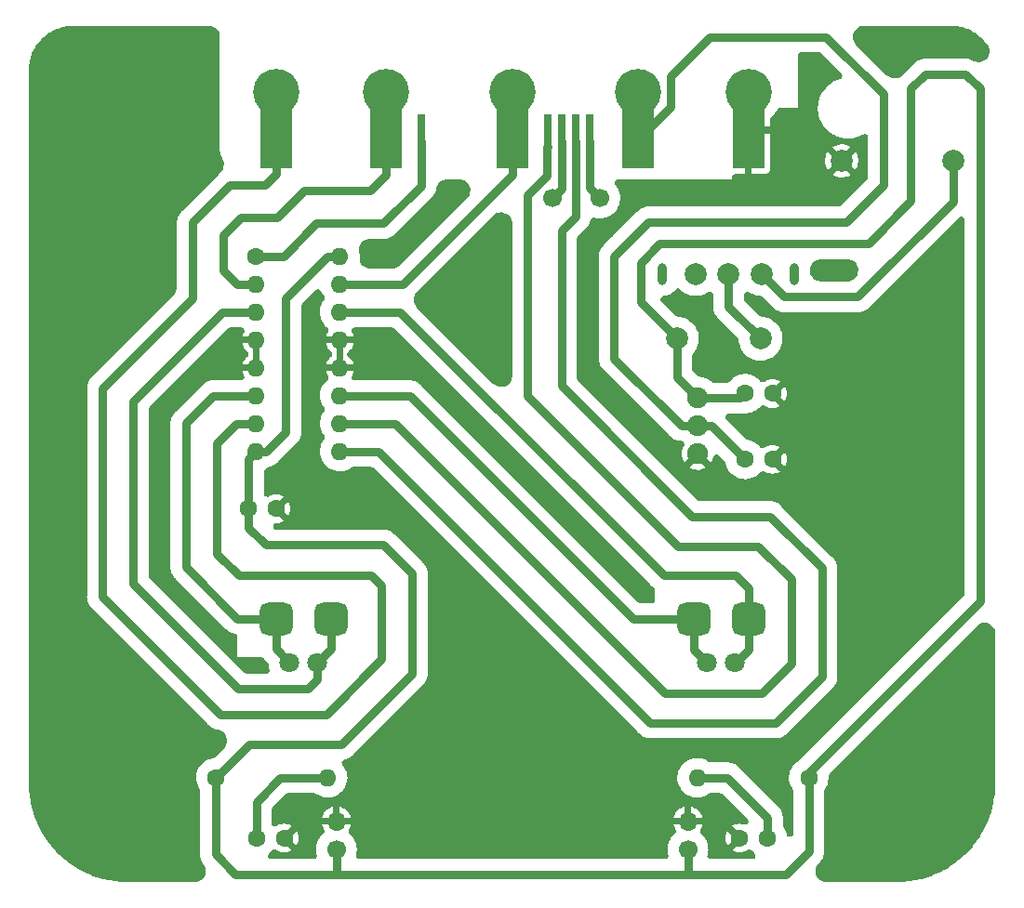
<source format=gbr>
%TF.GenerationSoftware,KiCad,Pcbnew,(6.0.11)*%
%TF.CreationDate,2024-03-11T20:00:13-03:00*%
%TF.ProjectId,bitmovel,6269746d-6f76-4656-9c2e-6b696361645f,rev?*%
%TF.SameCoordinates,Original*%
%TF.FileFunction,Copper,L2,Bot*%
%TF.FilePolarity,Positive*%
%FSLAX46Y46*%
G04 Gerber Fmt 4.6, Leading zero omitted, Abs format (unit mm)*
G04 Created by KiCad (PCBNEW (6.0.11)) date 2024-03-11 20:00:13*
%MOMM*%
%LPD*%
G01*
G04 APERTURE LIST*
G04 Aperture macros list*
%AMRoundRect*
0 Rectangle with rounded corners*
0 $1 Rounding radius*
0 $2 $3 $4 $5 $6 $7 $8 $9 X,Y pos of 4 corners*
0 Add a 4 corners polygon primitive as box body*
4,1,4,$2,$3,$4,$5,$6,$7,$8,$9,$2,$3,0*
0 Add four circle primitives for the rounded corners*
1,1,$1+$1,$2,$3*
1,1,$1+$1,$4,$5*
1,1,$1+$1,$6,$7*
1,1,$1+$1,$8,$9*
0 Add four rect primitives between the rounded corners*
20,1,$1+$1,$2,$3,$4,$5,0*
20,1,$1+$1,$4,$5,$6,$7,0*
20,1,$1+$1,$6,$7,$8,$9,0*
20,1,$1+$1,$8,$9,$2,$3,0*%
G04 Aperture macros list end*
%TA.AperFunction,ComponentPad*%
%ADD10C,1.600000*%
%TD*%
%TA.AperFunction,ComponentPad*%
%ADD11O,1.600000X1.600000*%
%TD*%
%TA.AperFunction,ComponentPad*%
%ADD12C,4.200000*%
%TD*%
%TA.AperFunction,ConnectorPad*%
%ADD13R,3.000000X7.000000*%
%TD*%
%TA.AperFunction,ConnectorPad*%
%ADD14R,0.800000X5.000000*%
%TD*%
%TA.AperFunction,ComponentPad*%
%ADD15C,1.800000*%
%TD*%
%TA.AperFunction,ComponentPad*%
%ADD16C,1.905000*%
%TD*%
%TA.AperFunction,WasherPad*%
%ADD17RoundRect,0.400000X0.000000X0.600000X0.000000X0.600000X0.000000X-0.600000X0.000000X-0.600000X0*%
%TD*%
%TA.AperFunction,ComponentPad*%
%ADD18C,2.000000*%
%TD*%
%TA.AperFunction,ComponentPad*%
%ADD19C,1.700000*%
%TD*%
%TA.AperFunction,ComponentPad*%
%ADD20O,1.700000X1.700000*%
%TD*%
%TA.AperFunction,SMDPad,CuDef*%
%ADD21RoundRect,0.750000X0.750000X0.750000X-0.750000X0.750000X-0.750000X-0.750000X0.750000X-0.750000X0*%
%TD*%
%TA.AperFunction,SMDPad,CuDef*%
%ADD22RoundRect,0.750000X-0.750000X-0.750000X0.750000X-0.750000X0.750000X0.750000X-0.750000X0.750000X0*%
%TD*%
%TA.AperFunction,Conductor*%
%ADD23C,0.800000*%
%TD*%
G04 APERTURE END LIST*
D10*
%TO.P,R1,1*%
%TO.N,/Vin*%
X177000000Y-112500000D03*
D11*
%TO.P,R1,2*%
%TO.N,Net-(D1-Pad2)*%
X166840000Y-112500000D03*
%TD*%
D12*
%TO.P,J2,*%
%TO.N,*%
X138500000Y-50000000D03*
X150000000Y-50000000D03*
X128500000Y-50000000D03*
X161500000Y-50000000D03*
X171500000Y-50000000D03*
D13*
%TO.P,J2,1,Pin_1*%
%TO.N,Net-(J2-Pad1)*%
X128500000Y-53500000D03*
%TO.P,J2,2,Pin_2*%
%TO.N,Net-(J2-Pad2)*%
X138500000Y-53500000D03*
D14*
%TO.P,J2,3,Pin_3*%
%TO.N,Net-(J2-Pad3)*%
X141710000Y-54500000D03*
D13*
%TO.P,J2,4,Pin_4*%
%TO.N,Net-(J2-Pad4)*%
X150000000Y-53500000D03*
D14*
%TO.P,J2,5,Pin_5*%
%TO.N,Net-(J2-Pad5)*%
X153210000Y-54500000D03*
%TO.P,J2,6,Pin_6*%
%TO.N,Net-(J2-Pad6)*%
X155750000Y-54500000D03*
D13*
%TO.P,J2,7,Pin_7*%
%TO.N,/3.3V*%
X161500000Y-53500000D03*
%TO.P,J2,8,Pin_8*%
%TO.N,GND*%
X171500000Y-53500000D03*
D14*
%TO.P,J2,9,Pin_9*%
%TO.N,Net-(J2-Pad9)*%
X154480000Y-54500000D03*
%TO.P,J2,10,Pin_10*%
%TO.N,Net-(J2-Pad10)*%
X157020000Y-54500000D03*
%TD*%
D10*
%TO.P,U2,1,EN1\u002C2*%
%TO.N,Net-(J2-Pad3)*%
X126700000Y-65000000D03*
D11*
%TO.P,U2,2,1A*%
%TO.N,Net-(J2-Pad2)*%
X126700000Y-67540000D03*
%TO.P,U2,3,1Y*%
%TO.N,Net-(J3-Pad1)*%
X126700000Y-70080000D03*
%TO.P,U2,4,GND*%
%TO.N,GND*%
X126700000Y-72620000D03*
%TO.P,U2,5,GND*%
X126700000Y-75160000D03*
%TO.P,U2,6,2Y*%
%TO.N,Net-(J3-Pad2)*%
X126700000Y-77700000D03*
%TO.P,U2,7,2A*%
%TO.N,Net-(J2-Pad1)*%
X126700000Y-80240000D03*
%TO.P,U2,8,VCC2*%
%TO.N,/Vin*%
X126700000Y-82780000D03*
%TO.P,U2,9,EN3\u002C4*%
%TO.N,Net-(J2-Pad6)*%
X134320000Y-82780000D03*
%TO.P,U2,10,3A*%
%TO.N,Net-(J2-Pad5)*%
X134320000Y-80240000D03*
%TO.P,U2,11,3Y*%
%TO.N,Net-(J4-Pad1)*%
X134320000Y-77700000D03*
%TO.P,U2,12,GND*%
%TO.N,GND*%
X134320000Y-75160000D03*
%TO.P,U2,13,GND*%
X134320000Y-72620000D03*
%TO.P,U2,14,4Y*%
%TO.N,Net-(J4-Pad2)*%
X134320000Y-70080000D03*
%TO.P,U2,15,4A*%
%TO.N,Net-(J2-Pad4)*%
X134320000Y-67540000D03*
%TO.P,U2,16,VCC1*%
%TO.N,/Vin*%
X134320000Y-65000000D03*
%TD*%
D15*
%TO.P,REF\u002A\u002A,1*%
%TO.N,Net-(J3-Pad2)*%
X129730000Y-102000000D03*
%TO.P,REF\u002A\u002A,2*%
%TO.N,Net-(J3-Pad1)*%
X132270000Y-102000000D03*
%TD*%
%TO.P,REF\u002A\u002A,1*%
%TO.N,Net-(J4-Pad1)*%
X167730000Y-102000000D03*
%TO.P,REF\u002A\u002A,2*%
%TO.N,Net-(J4-Pad2)*%
X170270000Y-102000000D03*
%TD*%
D16*
%TO.P,U1,1,GND*%
%TO.N,GND*%
X166900000Y-83000000D03*
%TO.P,U1,2,VO*%
%TO.N,/3.3V*%
X166900000Y-80460000D03*
%TO.P,U1,3,VI*%
%TO.N,/Vin*%
X166900000Y-77920000D03*
%TD*%
D17*
%TO.P,SW1,*%
%TO.N,*%
X163700000Y-66600000D03*
X175700000Y-66600000D03*
D18*
%TO.P,SW1,1,A*%
%TO.N,Net-(J1-Pad2)*%
X172700000Y-66600000D03*
%TO.P,SW1,2,B*%
%TO.N,Net-(D3-Pad2)*%
X169700000Y-66600000D03*
%TO.P,SW1,3*%
%TO.N,N/C*%
X166700000Y-66600000D03*
%TD*%
%TO.P,D3,1,K*%
%TO.N,/Vin*%
X165000000Y-72500000D03*
%TO.P,D3,2,A*%
%TO.N,Net-(D3-Pad2)*%
X172620000Y-72500000D03*
%TD*%
D10*
%TO.P,C1,1*%
%TO.N,/Vin*%
X171200000Y-77500000D03*
%TO.P,C1,2*%
%TO.N,GND*%
X173700000Y-77500000D03*
%TD*%
%TO.P,C2,1*%
%TO.N,/3.3V*%
X171200000Y-83500000D03*
%TO.P,C2,2*%
%TO.N,GND*%
X173700000Y-83500000D03*
%TD*%
%TO.P,C3,1*%
%TO.N,/Vin*%
X126000000Y-88000000D03*
%TO.P,C3,2*%
%TO.N,GND*%
X128500000Y-88000000D03*
%TD*%
D18*
%TO.P,J1,1,Pin_1*%
%TO.N,GND*%
X180000000Y-56300000D03*
%TO.P,J1,2,Pin_2*%
%TO.N,Net-(J1-Pad2)*%
X190160000Y-56300000D03*
%TD*%
D10*
%TO.P,D1,1,K*%
%TO.N,GND*%
X170700000Y-118000000D03*
%TO.P,D1,2,A*%
%TO.N,Net-(D1-Pad2)*%
X173240000Y-118000000D03*
%TD*%
%TO.P,R2,1*%
%TO.N,/Vin*%
X123037600Y-112500000D03*
D11*
%TO.P,R2,2*%
%TO.N,Net-(D2-Pad2)*%
X133197600Y-112500000D03*
%TD*%
D10*
%TO.P,D2,1,K*%
%TO.N,GND*%
X129250000Y-118000000D03*
%TO.P,D2,2,A*%
%TO.N,Net-(D2-Pad2)*%
X126710000Y-118000000D03*
%TD*%
D19*
%TO.P,J6,1,Pin_1*%
%TO.N,/Vin*%
X134000000Y-119000000D03*
D20*
%TO.P,J6,2,Pin_2*%
%TO.N,GND*%
X134000000Y-116460000D03*
%TD*%
D19*
%TO.P,J7,1,Pin_1*%
%TO.N,Net-(J2-Pad10)*%
X157988000Y-59690000D03*
%TD*%
%TO.P,J9,1,Pin_1*%
%TO.N,/Vin*%
X166000000Y-119000000D03*
D20*
%TO.P,J9,2,Pin_2*%
%TO.N,GND*%
X166000000Y-116460000D03*
%TD*%
D19*
%TO.P,J8,1,Pin_1*%
%TO.N,Net-(J2-Pad9)*%
X153670000Y-59690000D03*
%TD*%
D21*
%TO.P,J3,1,Pin_1*%
%TO.N,Net-(J3-Pad1)*%
X133500000Y-98000000D03*
%TO.P,J3,2,Pin_2*%
%TO.N,Net-(J3-Pad2)*%
X128500000Y-98000000D03*
%TD*%
D22*
%TO.P,J4,1,Pin_1*%
%TO.N,Net-(J4-Pad1)*%
X166500000Y-98000000D03*
%TO.P,J4,2,Pin_2*%
%TO.N,Net-(J4-Pad2)*%
X171500000Y-98000000D03*
%TD*%
D23*
%TO.N,Net-(D2-Pad2)*%
X128900000Y-112500000D02*
X133197600Y-112500000D01*
X126710000Y-118000000D02*
X126710000Y-114690000D01*
X126710000Y-114690000D02*
X128900000Y-112500000D01*
%TO.N,/Vin*%
X126680000Y-82800000D02*
X126700000Y-82800000D01*
X126000000Y-83480000D02*
X126680000Y-82800000D01*
X126000000Y-89700000D02*
X126000000Y-83480000D01*
X127600000Y-91300000D02*
X126000000Y-89700000D01*
X138300000Y-91300000D02*
X127600000Y-91300000D01*
X140900000Y-93900000D02*
X138300000Y-91300000D01*
X126089000Y-109448600D02*
X134493000Y-109448600D01*
X134493000Y-109448600D02*
X140900000Y-103041600D01*
X123000000Y-119500000D02*
X123000000Y-112537600D01*
X124800000Y-121300000D02*
X123000000Y-119500000D01*
X123000000Y-112537600D02*
X126089000Y-109448600D01*
X133923800Y-121300000D02*
X124800000Y-121300000D01*
X140900000Y-103041600D02*
X140900000Y-93900000D01*
%TO.N,Net-(D1-Pad2)*%
X169624600Y-112500000D02*
X166840000Y-112500000D01*
X173240000Y-116115400D02*
X169624600Y-112500000D01*
X173240000Y-118000000D02*
X173240000Y-116115400D01*
%TO.N,/Vin*%
X161700000Y-69200000D02*
X165000000Y-72500000D01*
X161700000Y-65600000D02*
X161700000Y-69200000D01*
X163444400Y-63855600D02*
X161700000Y-65600000D01*
X182422800Y-63855600D02*
X163444400Y-63855600D01*
X186300000Y-59978400D02*
X182422800Y-63855600D01*
X186300000Y-49700000D02*
X186300000Y-59978400D01*
X191300000Y-48400000D02*
X187600000Y-48400000D01*
X187600000Y-48400000D02*
X186300000Y-49700000D01*
X192600000Y-96400000D02*
X192600000Y-49700000D01*
X192600000Y-49700000D02*
X191300000Y-48400000D01*
X177000000Y-119200000D02*
X177000000Y-112000000D01*
X174900000Y-121300000D02*
X177000000Y-119200000D01*
X165872400Y-121300000D02*
X174900000Y-121300000D01*
X177000000Y-112000000D02*
X192600000Y-96400000D01*
%TO.N,Net-(J3-Pad1)*%
X123620000Y-70080000D02*
X126700000Y-70080000D01*
X115500000Y-78200000D02*
X123620000Y-70080000D01*
X115500000Y-94800000D02*
X115500000Y-78200000D01*
X131394200Y-104394000D02*
X125094000Y-104394000D01*
X132270000Y-103518200D02*
X131394200Y-104394000D01*
X132270000Y-102000000D02*
X132270000Y-103518200D01*
X125094000Y-104394000D02*
X115500000Y-94800000D01*
%TO.N,Net-(J2-Pad1)*%
X124920000Y-80240000D02*
X126700000Y-80240000D01*
X123100000Y-82060000D02*
X124920000Y-80240000D01*
X123100000Y-92100000D02*
X123100000Y-82060000D01*
X125100000Y-94100000D02*
X123100000Y-92100000D01*
X137200000Y-94100000D02*
X125100000Y-94100000D01*
X138100000Y-95000000D02*
X137200000Y-94100000D01*
X138100000Y-101700000D02*
X138100000Y-95000000D01*
X133069200Y-106730800D02*
X138100000Y-101700000D01*
X112700000Y-77000000D02*
X112700000Y-96000000D01*
X120900000Y-68800000D02*
X112700000Y-77000000D01*
X112700000Y-96000000D02*
X123430800Y-106730800D01*
X120900000Y-61900000D02*
X120900000Y-68800000D01*
X128500000Y-57500000D02*
X127500000Y-58500000D01*
X124300000Y-58500000D02*
X120900000Y-61900000D01*
X123430800Y-106730800D02*
X133069200Y-106730800D01*
X128500000Y-53500000D02*
X128500000Y-57500000D01*
X127500000Y-58500000D02*
X124300000Y-58500000D01*
%TO.N,Net-(J2-Pad6)*%
X134320000Y-82780000D02*
X137880000Y-82780000D01*
X137880000Y-82780000D02*
X162600000Y-107500000D01*
X155750000Y-61420000D02*
X155750000Y-54500000D01*
X166400000Y-88700000D02*
X154500000Y-76800000D01*
X173500000Y-88700000D02*
X166400000Y-88700000D01*
X162600000Y-107500000D02*
X174000000Y-107500000D01*
X174000000Y-107500000D02*
X178200000Y-103300000D01*
X154500000Y-62670000D02*
X155750000Y-61420000D01*
X178200000Y-93400000D02*
X173500000Y-88700000D01*
X154500000Y-76800000D02*
X154500000Y-62670000D01*
X178200000Y-103300000D02*
X178200000Y-93400000D01*
%TO.N,Net-(J2-Pad5)*%
X153200000Y-55010000D02*
X153200000Y-57620000D01*
X153210000Y-55000000D02*
X153200000Y-55010000D01*
X172400000Y-91400000D02*
X175400000Y-94400000D01*
X163900000Y-104800000D02*
X139340000Y-80240000D01*
X151400000Y-77700000D02*
X165100000Y-91400000D01*
X151400000Y-59420000D02*
X151400000Y-77700000D01*
X139340000Y-80240000D02*
X134320000Y-80240000D01*
X153200000Y-57620000D02*
X151400000Y-59420000D01*
X165100000Y-91400000D02*
X172400000Y-91400000D01*
X172700000Y-104800000D02*
X163900000Y-104800000D01*
X175400000Y-94400000D02*
X175400000Y-102100000D01*
X175400000Y-102100000D02*
X172700000Y-104800000D01*
%TO.N,Net-(J2-Pad4)*%
X150000000Y-57600000D02*
X150000000Y-55000000D01*
X140060000Y-67540000D02*
X150000000Y-57600000D01*
X134320000Y-67540000D02*
X140060000Y-67540000D01*
%TO.N,Net-(J2-Pad3)*%
X138300000Y-62000000D02*
X141710000Y-58590000D01*
X126700000Y-65000000D02*
X129200000Y-65000000D01*
X132200000Y-62000000D02*
X138300000Y-62000000D01*
X129200000Y-65000000D02*
X132200000Y-62000000D01*
X141710000Y-58590000D02*
X141710000Y-54500000D01*
%TO.N,Net-(J2-Pad2)*%
X137100000Y-59000000D02*
X131100000Y-59000000D01*
X124940000Y-67540000D02*
X126700000Y-67540000D01*
X131100000Y-59000000D02*
X128600000Y-61500000D01*
X138500000Y-53500000D02*
X138500000Y-57600000D01*
X123700000Y-63100000D02*
X123700000Y-66300000D01*
X125300000Y-61500000D02*
X123700000Y-63100000D01*
X138500000Y-57600000D02*
X137100000Y-59000000D01*
X128600000Y-61500000D02*
X125300000Y-61500000D01*
X123700000Y-66300000D02*
X124940000Y-67540000D01*
%TO.N,/Vin*%
X165050000Y-76050000D02*
X165000000Y-76050000D01*
X170780000Y-77920000D02*
X171200000Y-77500000D01*
X126700000Y-82780000D02*
X127620000Y-82780000D01*
X166000000Y-119000000D02*
X166000000Y-121172400D01*
X134000000Y-121223800D02*
X133923800Y-121300000D01*
X166900000Y-77900000D02*
X165050000Y-76050000D01*
X165000000Y-76050000D02*
X165000000Y-72500000D01*
X129400000Y-68800000D02*
X133200000Y-65000000D01*
X165872400Y-121300000D02*
X133923800Y-121300000D01*
X129400000Y-81000000D02*
X129400000Y-68800000D01*
X166900000Y-77920000D02*
X166900000Y-77900000D01*
X166900000Y-77920000D02*
X170780000Y-77920000D01*
X133200000Y-65000000D02*
X134320000Y-65000000D01*
X127620000Y-82780000D02*
X129400000Y-81000000D01*
X134000000Y-119000000D02*
X134000000Y-121223800D01*
X166000000Y-121172400D02*
X165872400Y-121300000D01*
%TO.N,/3.3V*%
X178604000Y-45000000D02*
X183800000Y-50196000D01*
X164400000Y-48600000D02*
X168000000Y-45000000D01*
X164400000Y-51400000D02*
X164400000Y-48600000D01*
X162300000Y-53500000D02*
X164400000Y-51400000D01*
X159300000Y-74300000D02*
X165400000Y-80400000D01*
X166900000Y-80460000D02*
X168160000Y-80460000D01*
X166840000Y-80400000D02*
X166900000Y-80460000D01*
X183800000Y-50196000D02*
X183800000Y-58465200D01*
X162433000Y-61849000D02*
X159300000Y-64982000D01*
X161500000Y-53500000D02*
X161500000Y-55000000D01*
X180416200Y-61849000D02*
X162433000Y-61849000D01*
X168160000Y-80460000D02*
X171200000Y-83500000D01*
X159300000Y-64982000D02*
X159300000Y-74300000D01*
X168000000Y-45000000D02*
X178604000Y-45000000D01*
X165400000Y-80400000D02*
X166840000Y-80400000D01*
X183800000Y-58465200D02*
X180416200Y-61849000D01*
X161500000Y-53500000D02*
X162300000Y-53500000D01*
%TO.N,Net-(J3-Pad2)*%
X120300000Y-93300000D02*
X120300000Y-80200000D01*
X128500000Y-98000000D02*
X128500000Y-100770000D01*
X128500000Y-98000000D02*
X125000000Y-98000000D01*
X120300000Y-80200000D02*
X122800000Y-77700000D01*
X128500000Y-100770000D02*
X129730000Y-102000000D01*
X125000000Y-98000000D02*
X120300000Y-93300000D01*
X122800000Y-77700000D02*
X126700000Y-77700000D01*
%TO.N,Net-(J3-Pad1)*%
X133500000Y-100770000D02*
X132270000Y-102000000D01*
X133500000Y-98000000D02*
X133500000Y-100770000D01*
%TO.N,Net-(J4-Pad2)*%
X170350000Y-94100000D02*
X163800000Y-94100000D01*
X139780000Y-70080000D02*
X134320000Y-70080000D01*
X171500000Y-98000000D02*
X171500000Y-100835000D01*
X171500000Y-95250000D02*
X170350000Y-94100000D01*
X171500000Y-98000000D02*
X171500000Y-95250000D01*
X163800000Y-94100000D02*
X139780000Y-70080000D01*
X170335000Y-102000000D02*
X170270000Y-102000000D01*
X171500000Y-100835000D02*
X170335000Y-102000000D01*
%TO.N,Net-(J4-Pad1)*%
X140700000Y-77700000D02*
X134320000Y-77700000D01*
X166500000Y-98000000D02*
X166500000Y-100800000D01*
X166500000Y-98000000D02*
X161000000Y-98000000D01*
X167700000Y-102000000D02*
X167730000Y-102000000D01*
X161000000Y-98000000D02*
X140700000Y-77700000D01*
X166500000Y-100800000D02*
X167700000Y-102000000D01*
%TO.N,Net-(D3-Pad2)*%
X172620000Y-72500000D02*
X169700000Y-69580000D01*
X169700000Y-69580000D02*
X169700000Y-66800000D01*
%TO.N,Net-(J1-Pad2)*%
X190160000Y-60004600D02*
X190160000Y-56300000D01*
X172700000Y-66600000D02*
X174781600Y-68681600D01*
X181483000Y-68681600D02*
X190160000Y-60004600D01*
X174781600Y-68681600D02*
X181483000Y-68681600D01*
%TO.N,Net-(J2-Pad9)*%
X154480000Y-58880000D02*
X154480000Y-54500000D01*
X153670000Y-59690000D02*
X154480000Y-58880000D01*
%TO.N,Net-(J2-Pad10)*%
X157020000Y-58722000D02*
X157020000Y-54500000D01*
X157988000Y-59690000D02*
X157020000Y-58722000D01*
%TD*%
%TA.AperFunction,NonConductor*%
G36*
X189943678Y-44001045D02*
G01*
X189946684Y-44000837D01*
X189985963Y-44005243D01*
X190014538Y-44002844D01*
X190027257Y-44004317D01*
X190027375Y-44001766D01*
X190322889Y-44015428D01*
X190414767Y-44023941D01*
X190565910Y-44045025D01*
X190689161Y-44062218D01*
X190779860Y-44079173D01*
X191049559Y-44142605D01*
X191138301Y-44167854D01*
X191401009Y-44255904D01*
X191487019Y-44289225D01*
X191740496Y-44401146D01*
X191823079Y-44442268D01*
X192065121Y-44577086D01*
X192143567Y-44625657D01*
X192372132Y-44782228D01*
X192445765Y-44837832D01*
X192658912Y-45014827D01*
X192727104Y-45076992D01*
X192923008Y-45272896D01*
X192985173Y-45341088D01*
X193162168Y-45554235D01*
X193217767Y-45627860D01*
X193294625Y-45740059D01*
X193391397Y-45917514D01*
X193450470Y-46110824D01*
X193469420Y-46312068D01*
X193447473Y-46513007D01*
X193385526Y-46705415D01*
X193286115Y-46881414D01*
X193153311Y-47033800D01*
X192992551Y-47156333D01*
X192810415Y-47243997D01*
X192614361Y-47293203D01*
X192412416Y-47301936D01*
X192212846Y-47269839D01*
X192023823Y-47198226D01*
X191964170Y-47165834D01*
X191937490Y-47150149D01*
X191937483Y-47150146D01*
X191907324Y-47132416D01*
X191898116Y-47128928D01*
X191889567Y-47124061D01*
X191793533Y-47089202D01*
X191780649Y-47084423D01*
X191685067Y-47048211D01*
X191675410Y-47046325D01*
X191666156Y-47042966D01*
X191631787Y-47036751D01*
X191631779Y-47036749D01*
X191628331Y-47036126D01*
X191628321Y-47036125D01*
X191627208Y-47035923D01*
X191627203Y-47035922D01*
X191565697Y-47024800D01*
X191551983Y-47022221D01*
X191481317Y-47008421D01*
X191481312Y-47008420D01*
X191451800Y-47002657D01*
X191441959Y-47002425D01*
X191432275Y-47000674D01*
X191407381Y-46999500D01*
X191329604Y-46999500D01*
X191306070Y-46999223D01*
X191214193Y-46997058D01*
X191214215Y-46996144D01*
X191197555Y-46995473D01*
X191197555Y-46999500D01*
X187685280Y-46999500D01*
X187628230Y-46997483D01*
X187622587Y-46997562D01*
X187580375Y-46994573D01*
X187511237Y-47001413D01*
X187478764Y-47004625D01*
X187464882Y-47005901D01*
X187398011Y-47011575D01*
X187398009Y-47011575D01*
X187363177Y-47014531D01*
X187353654Y-47017003D01*
X187343856Y-47017972D01*
X187310139Y-47027228D01*
X187310137Y-47027228D01*
X187275454Y-47036749D01*
X187252807Y-47042966D01*
X187245390Y-47045002D01*
X187231975Y-47048584D01*
X187133126Y-47074240D01*
X187124150Y-47078284D01*
X187114662Y-47080888D01*
X187082974Y-47095698D01*
X187082968Y-47095700D01*
X187022166Y-47124117D01*
X187009537Y-47129913D01*
X186916424Y-47171857D01*
X186908262Y-47177352D01*
X186899344Y-47181520D01*
X186870634Y-47201437D01*
X186870627Y-47201441D01*
X186815418Y-47239741D01*
X186803903Y-47247611D01*
X186796098Y-47252866D01*
X186719268Y-47304591D01*
X186712148Y-47311383D01*
X186704060Y-47316994D01*
X186685627Y-47333767D01*
X186630608Y-47388786D01*
X186613770Y-47405231D01*
X186547295Y-47468645D01*
X186546664Y-47467983D01*
X186534408Y-47479290D01*
X186537256Y-47482138D01*
X185508400Y-48510994D01*
X185351742Y-48638731D01*
X185172579Y-48732318D01*
X184978243Y-48787925D01*
X184776693Y-48803273D01*
X184576178Y-48777736D01*
X184384909Y-48712358D01*
X184210715Y-48609816D01*
X184095600Y-48510994D01*
X181290506Y-45705900D01*
X181162769Y-45549242D01*
X181069182Y-45370079D01*
X181013575Y-45175743D01*
X180998227Y-44974193D01*
X181023764Y-44773678D01*
X181089142Y-44582409D01*
X181191684Y-44408215D01*
X181327192Y-44258228D01*
X181490118Y-44138590D01*
X181673791Y-44054197D01*
X181870694Y-44008505D01*
X181996906Y-44000500D01*
X189943678Y-44000500D01*
X189943678Y-44001045D01*
G37*
%TD.AperFunction*%
%TA.AperFunction,NonConductor*%
G36*
X177811191Y-46420950D02*
G01*
X178004055Y-46481461D01*
X178180791Y-46579557D01*
X178316494Y-46693100D01*
X179260224Y-47636830D01*
X179387961Y-47793488D01*
X179481548Y-47972651D01*
X179537155Y-48166987D01*
X179552503Y-48368537D01*
X179526966Y-48569052D01*
X179461588Y-48760321D01*
X179359046Y-48934515D01*
X179223538Y-49084502D01*
X179069089Y-49199093D01*
X179019252Y-49229098D01*
X178995531Y-49247598D01*
X178995529Y-49247599D01*
X178908761Y-49315268D01*
X178757737Y-49433049D01*
X178522618Y-49666940D01*
X178317301Y-49927383D01*
X178144760Y-50210607D01*
X178132305Y-50238000D01*
X178132303Y-50238004D01*
X178063959Y-50388320D01*
X178007494Y-50512507D01*
X177951498Y-50689564D01*
X177871364Y-50875128D01*
X177755513Y-51040768D01*
X177608690Y-51179698D01*
X177508799Y-51241645D01*
X177511661Y-51243637D01*
X177650925Y-51390142D01*
X177757847Y-51561682D01*
X177828050Y-51751234D01*
X177844612Y-51827305D01*
X177900608Y-52143265D01*
X177997294Y-52460500D01*
X178009455Y-52488007D01*
X178009457Y-52488013D01*
X178076131Y-52638826D01*
X178131391Y-52763821D01*
X178300957Y-53048836D01*
X178503536Y-53311415D01*
X178524635Y-53332848D01*
X178629893Y-53439773D01*
X178756396Y-53597429D01*
X178848573Y-53777323D01*
X178902651Y-53972089D01*
X178916416Y-54173754D01*
X178889304Y-54374062D01*
X178822426Y-54564812D01*
X178718518Y-54738194D01*
X178607532Y-54863443D01*
X178516588Y-54950199D01*
X178341199Y-55172680D01*
X178198907Y-55417654D01*
X178092552Y-55680232D01*
X178024255Y-55955177D01*
X177995380Y-56237002D01*
X178006502Y-56520084D01*
X178057400Y-56798775D01*
X178068578Y-56832279D01*
X178068578Y-56832280D01*
X178102229Y-56933144D01*
X178147058Y-57067514D01*
X178162845Y-57099108D01*
X178225147Y-57223794D01*
X178273687Y-57320939D01*
X178434761Y-57553993D01*
X178627065Y-57762027D01*
X178654459Y-57784329D01*
X178751113Y-57863017D01*
X178846764Y-57940889D01*
X178877023Y-57959107D01*
X178877028Y-57959110D01*
X179059203Y-58068789D01*
X179059209Y-58068792D01*
X179089472Y-58087012D01*
X179137441Y-58107324D01*
X179317833Y-58183710D01*
X179317836Y-58183711D01*
X179350348Y-58197478D01*
X179624186Y-58270085D01*
X179659269Y-58274237D01*
X179659272Y-58274238D01*
X179716168Y-58280972D01*
X179913468Y-58324916D01*
X180097883Y-58407677D01*
X180261863Y-58525867D01*
X180398695Y-58674646D01*
X180502777Y-58847923D01*
X180569849Y-59038606D01*
X180597163Y-59238886D01*
X180583602Y-59440565D01*
X180529721Y-59635386D01*
X180437725Y-59815372D01*
X180305147Y-59979447D01*
X180128694Y-60155900D01*
X179972036Y-60283637D01*
X179792873Y-60377224D01*
X179598537Y-60432831D01*
X179422294Y-60448500D01*
X162518282Y-60448500D01*
X162461230Y-60446483D01*
X162455585Y-60446562D01*
X162413375Y-60443573D01*
X162371276Y-60447738D01*
X162371268Y-60447738D01*
X162311807Y-60453621D01*
X162297925Y-60454897D01*
X162230984Y-60460577D01*
X162230980Y-60460578D01*
X162196177Y-60463531D01*
X162186648Y-60466004D01*
X162176856Y-60466973D01*
X162138672Y-60477455D01*
X162138671Y-60477455D01*
X162078454Y-60493985D01*
X162064978Y-60497583D01*
X161999967Y-60514456D01*
X161999960Y-60514459D01*
X161966126Y-60523240D01*
X161957149Y-60527284D01*
X161947662Y-60529888D01*
X161915998Y-60544687D01*
X161915997Y-60544687D01*
X161855172Y-60573114D01*
X161842505Y-60578927D01*
X161749424Y-60620857D01*
X161741259Y-60626354D01*
X161732343Y-60630521D01*
X161703636Y-60650436D01*
X161703634Y-60650437D01*
X161648469Y-60688706D01*
X161636956Y-60696575D01*
X161552268Y-60753591D01*
X161545144Y-60760387D01*
X161537060Y-60765995D01*
X161518627Y-60782767D01*
X161510290Y-60791104D01*
X161501768Y-60799233D01*
X161500483Y-60797886D01*
X161494055Y-60803002D01*
X161360885Y-60911588D01*
X161181722Y-61005175D01*
X160987386Y-61060782D01*
X160785836Y-61076130D01*
X160585321Y-61050593D01*
X160394052Y-60985215D01*
X160219858Y-60882673D01*
X160069871Y-60747165D01*
X159950233Y-60584239D01*
X159865840Y-60400566D01*
X159820148Y-60203663D01*
X159815027Y-60001594D01*
X159821034Y-59944463D01*
X159836172Y-59831762D01*
X159836172Y-59831757D01*
X159839566Y-59806491D01*
X159843227Y-59690000D01*
X159824719Y-59428596D01*
X159777605Y-59209761D01*
X159755271Y-59008866D01*
X159773834Y-58807586D01*
X159832535Y-58614163D01*
X159928970Y-58436515D01*
X160059191Y-58281917D01*
X160217867Y-58156696D01*
X160398502Y-58065980D01*
X160593700Y-58013482D01*
X160754227Y-58000500D01*
X163057816Y-58000500D01*
X163061549Y-58000167D01*
X163069041Y-58000000D01*
X169930959Y-58000000D01*
X169938451Y-58000167D01*
X169942184Y-58000500D01*
X173057816Y-58000500D01*
X173178087Y-57989766D01*
X173223792Y-57976660D01*
X173223794Y-57976660D01*
X173324827Y-57947689D01*
X173324826Y-57947689D01*
X173373470Y-57933741D01*
X173553596Y-57839573D01*
X173711109Y-57711109D01*
X173839573Y-57553596D01*
X173933741Y-57373470D01*
X173989766Y-57178087D01*
X174000500Y-57057816D01*
X174000500Y-52499000D01*
X174020950Y-52297903D01*
X174081461Y-52105039D01*
X174179557Y-51928303D01*
X174311222Y-51774932D01*
X174471065Y-51651204D01*
X174652542Y-51562186D01*
X174848224Y-51511520D01*
X174999500Y-51500000D01*
X176000000Y-51500000D01*
X176000000Y-51491626D01*
X176039539Y-51440547D01*
X176070955Y-51390144D01*
X176210219Y-51243639D01*
X176352512Y-51144599D01*
X176309072Y-51110816D01*
X176177758Y-50957145D01*
X176080065Y-50780187D01*
X176019993Y-50587185D01*
X176000000Y-50388320D01*
X176000000Y-47399500D01*
X176020450Y-47198403D01*
X176080961Y-47005539D01*
X176179057Y-46828803D01*
X176310722Y-46675432D01*
X176470565Y-46551704D01*
X176652042Y-46462686D01*
X176847724Y-46412020D01*
X176999000Y-46400500D01*
X177610094Y-46400500D01*
X177811191Y-46420950D01*
G37*
%TD.AperFunction*%
%TA.AperFunction,NonConductor*%
G36*
X145408691Y-58020450D02*
G01*
X145601555Y-58080961D01*
X145778291Y-58179057D01*
X145931662Y-58310722D01*
X146055390Y-58470565D01*
X146144408Y-58652042D01*
X146195074Y-58847724D01*
X146205312Y-59049599D01*
X146174703Y-59249402D01*
X146104501Y-59438954D01*
X145997579Y-59610494D01*
X145913994Y-59705400D01*
X139772494Y-65846900D01*
X139615836Y-65974637D01*
X139436673Y-66068224D01*
X139242337Y-66123831D01*
X139066094Y-66139500D01*
X137120214Y-66139500D01*
X136919117Y-66119050D01*
X136726253Y-66058539D01*
X136549517Y-65960443D01*
X136396146Y-65828778D01*
X136272418Y-65668935D01*
X136183400Y-65487458D01*
X136132734Y-65291776D01*
X136122828Y-65096440D01*
X136123075Y-65094495D01*
X136125549Y-65000000D01*
X136122887Y-64964175D01*
X136108464Y-64770084D01*
X136108463Y-64770079D01*
X136105717Y-64733123D01*
X136097539Y-64696982D01*
X136097538Y-64696975D01*
X136080115Y-64619978D01*
X136055679Y-64419326D01*
X136072133Y-64217863D01*
X136128805Y-64023835D01*
X136223375Y-63845188D01*
X136351970Y-63689234D01*
X136509326Y-63562359D01*
X136689001Y-63469756D01*
X136883638Y-63415217D01*
X137054482Y-63400500D01*
X138214718Y-63400500D01*
X138271770Y-63402517D01*
X138277415Y-63402438D01*
X138319625Y-63405427D01*
X138361724Y-63401262D01*
X138361732Y-63401262D01*
X138421193Y-63395379D01*
X138435075Y-63394103D01*
X138502016Y-63388423D01*
X138502020Y-63388422D01*
X138536823Y-63385469D01*
X138546352Y-63382996D01*
X138556144Y-63382027D01*
X138594329Y-63371545D01*
X138654546Y-63355015D01*
X138668022Y-63351417D01*
X138733033Y-63334544D01*
X138733040Y-63334541D01*
X138766874Y-63325760D01*
X138775851Y-63321716D01*
X138785338Y-63319112D01*
X138817003Y-63304313D01*
X138877828Y-63275886D01*
X138890497Y-63270072D01*
X138890779Y-63269945D01*
X138983576Y-63228143D01*
X138991741Y-63222646D01*
X139000657Y-63218479D01*
X139030438Y-63197819D01*
X139084531Y-63160294D01*
X139096044Y-63152425D01*
X139155778Y-63112209D01*
X139180732Y-63095409D01*
X139187856Y-63088613D01*
X139195940Y-63083005D01*
X139214373Y-63066233D01*
X139269392Y-63011214D01*
X139286231Y-62994768D01*
X139352705Y-62931355D01*
X139353336Y-62932017D01*
X139365592Y-62920710D01*
X139362744Y-62917862D01*
X142640003Y-59640603D01*
X142681770Y-59601689D01*
X142685706Y-59597642D01*
X142717664Y-59569910D01*
X142744490Y-59537194D01*
X142744495Y-59537188D01*
X142782418Y-59490937D01*
X142791346Y-59480202D01*
X142834588Y-59428942D01*
X142834590Y-59428940D01*
X142857133Y-59402216D01*
X142862120Y-59393732D01*
X142868362Y-59386120D01*
X142918892Y-59297352D01*
X142925788Y-59285430D01*
X142977583Y-59197324D01*
X142981070Y-59188121D01*
X142985939Y-59179567D01*
X142997855Y-59146740D01*
X142997857Y-59146735D01*
X142999179Y-59143091D01*
X143020795Y-59083541D01*
X143025648Y-59070457D01*
X143061789Y-58975067D01*
X143063675Y-58965410D01*
X143067034Y-58956156D01*
X143074078Y-58917203D01*
X143085200Y-58855697D01*
X143087776Y-58841995D01*
X143090117Y-58830008D01*
X143094506Y-58807533D01*
X143153117Y-58614086D01*
X143249470Y-58436394D01*
X143379620Y-58281736D01*
X143538239Y-58156442D01*
X143718832Y-58065643D01*
X143914006Y-58013056D01*
X144074986Y-58000000D01*
X145207594Y-58000000D01*
X145408691Y-58020450D01*
G37*
%TD.AperFunction*%
%TA.AperFunction,NonConductor*%
G36*
X180717191Y-65276550D02*
G01*
X180910055Y-65337061D01*
X181086791Y-65435157D01*
X181240162Y-65566822D01*
X181363890Y-65726665D01*
X181452908Y-65908142D01*
X181503574Y-66103824D01*
X181513812Y-66305699D01*
X181483203Y-66505502D01*
X181413001Y-66695054D01*
X181306079Y-66866594D01*
X181222494Y-66961500D01*
X181195494Y-66988500D01*
X181038836Y-67116237D01*
X180859673Y-67209824D01*
X180665337Y-67265431D01*
X180489094Y-67281100D01*
X178099500Y-67281100D01*
X177898403Y-67260650D01*
X177705539Y-67200139D01*
X177528803Y-67102043D01*
X177375432Y-66970378D01*
X177251704Y-66810535D01*
X177162686Y-66629058D01*
X177112020Y-66433376D01*
X177100500Y-66282100D01*
X177100500Y-66255100D01*
X177120950Y-66054003D01*
X177181461Y-65861139D01*
X177279557Y-65684403D01*
X177411222Y-65531032D01*
X177571065Y-65407304D01*
X177752542Y-65318286D01*
X177948224Y-65267620D01*
X178099500Y-65256100D01*
X180516094Y-65256100D01*
X180717191Y-65276550D01*
G37*
%TD.AperFunction*%
%TA.AperFunction,NonConductor*%
G36*
X165302856Y-68163664D02*
G01*
X165496202Y-68222620D01*
X165624920Y-68287943D01*
X165789472Y-68387012D01*
X165897038Y-68432560D01*
X166017833Y-68483710D01*
X166017836Y-68483711D01*
X166050348Y-68497478D01*
X166324186Y-68570085D01*
X166359266Y-68574237D01*
X166359271Y-68574238D01*
X166570442Y-68599232D01*
X166570445Y-68599232D01*
X166605523Y-68603384D01*
X166640832Y-68602552D01*
X166640836Y-68602552D01*
X166796601Y-68598881D01*
X166888745Y-68596709D01*
X167134221Y-68555851D01*
X167335941Y-68543006D01*
X167536123Y-68571030D01*
X167726566Y-68638777D01*
X167899474Y-68743473D01*
X168047767Y-68880833D01*
X168165374Y-69045231D01*
X168247480Y-69229938D01*
X168290725Y-69427393D01*
X168297142Y-69527351D01*
X168297562Y-69557415D01*
X168294573Y-69599625D01*
X168298739Y-69641732D01*
X168304621Y-69701193D01*
X168305897Y-69715075D01*
X168311399Y-69779910D01*
X168314531Y-69816823D01*
X168317004Y-69826352D01*
X168317973Y-69836144D01*
X168328455Y-69874328D01*
X168328455Y-69874329D01*
X168344985Y-69934546D01*
X168348583Y-69948022D01*
X168365456Y-70013033D01*
X168365459Y-70013040D01*
X168374240Y-70046874D01*
X168378284Y-70055851D01*
X168380888Y-70065338D01*
X168395687Y-70097002D01*
X168395687Y-70097003D01*
X168424114Y-70157828D01*
X168429927Y-70170495D01*
X168471857Y-70263576D01*
X168477354Y-70271741D01*
X168481521Y-70280657D01*
X168501436Y-70309364D01*
X168501437Y-70309366D01*
X168539706Y-70364531D01*
X168547575Y-70376044D01*
X168604591Y-70460732D01*
X168611387Y-70467856D01*
X168616995Y-70475940D01*
X168633767Y-70494373D01*
X168688786Y-70549392D01*
X168705232Y-70566231D01*
X168768645Y-70632705D01*
X168767983Y-70633336D01*
X168779290Y-70645592D01*
X168782138Y-70642744D01*
X170354089Y-72214695D01*
X170481826Y-72371353D01*
X170575413Y-72550516D01*
X170630434Y-72741614D01*
X170677400Y-72998775D01*
X170767058Y-73267514D01*
X170793032Y-73319496D01*
X170874399Y-73482337D01*
X170893687Y-73520939D01*
X171054761Y-73753993D01*
X171148903Y-73855836D01*
X171217117Y-73929629D01*
X171247065Y-73962027D01*
X171274458Y-73984328D01*
X171300207Y-74008508D01*
X171299012Y-74009780D01*
X171412434Y-74123032D01*
X171523793Y-74291725D01*
X171598915Y-74479381D01*
X171634724Y-74678319D01*
X171629754Y-74880392D01*
X171584209Y-75077328D01*
X171499954Y-75261065D01*
X171380437Y-75424080D01*
X171230552Y-75559700D01*
X171056435Y-75662372D01*
X170852212Y-75730150D01*
X170824605Y-75733907D01*
X170789017Y-75744280D01*
X170789016Y-75744280D01*
X170603264Y-75798421D01*
X170603261Y-75798422D01*
X170567683Y-75808792D01*
X170523990Y-75828935D01*
X170358306Y-75905316D01*
X170358303Y-75905318D01*
X170324652Y-75920831D01*
X170100851Y-76067562D01*
X170073204Y-76092238D01*
X170073200Y-76092241D01*
X169901197Y-76245760D01*
X169899907Y-76244314D01*
X169780835Y-76344915D01*
X169603332Y-76441615D01*
X169409997Y-76500605D01*
X169216618Y-76519500D01*
X168621874Y-76519500D01*
X168420777Y-76499050D01*
X168227913Y-76438539D01*
X168051177Y-76340443D01*
X168015813Y-76314660D01*
X167974981Y-76283498D01*
X167733671Y-76148359D01*
X167700731Y-76135615D01*
X167700728Y-76135614D01*
X167508667Y-76061311D01*
X167508665Y-76061310D01*
X167475728Y-76048568D01*
X167206297Y-75986117D01*
X167206646Y-75984610D01*
X167049818Y-75943155D01*
X166868794Y-75853218D01*
X166709580Y-75728683D01*
X166695116Y-75714510D01*
X166693100Y-75712494D01*
X166565363Y-75555836D01*
X166471776Y-75376673D01*
X166416169Y-75182337D01*
X166400500Y-75006094D01*
X166400500Y-74304875D01*
X166420950Y-74103778D01*
X166481461Y-73910914D01*
X166579557Y-73734178D01*
X166591293Y-73717676D01*
X166599840Y-73705912D01*
X166622573Y-73678868D01*
X166670293Y-73602352D01*
X166753795Y-73468461D01*
X166753799Y-73468454D01*
X166772489Y-73438485D01*
X166887040Y-73179376D01*
X166943279Y-72979969D01*
X166954353Y-72940702D01*
X166954353Y-72940700D01*
X166963939Y-72906712D01*
X167001652Y-72625933D01*
X167005610Y-72500000D01*
X166996501Y-72371353D01*
X166988096Y-72252642D01*
X166988096Y-72252639D01*
X166985601Y-72217407D01*
X166948933Y-72047091D01*
X166933409Y-71974982D01*
X166933408Y-71974980D01*
X166925975Y-71940453D01*
X166827920Y-71674663D01*
X166693393Y-71425340D01*
X166525078Y-71197460D01*
X166326334Y-70995570D01*
X166101126Y-70823696D01*
X166070307Y-70806437D01*
X166070303Y-70806434D01*
X165884767Y-70702530D01*
X165884768Y-70702530D01*
X165853947Y-70685270D01*
X165718075Y-70632705D01*
X165622675Y-70595797D01*
X165622669Y-70595795D01*
X165589730Y-70583052D01*
X165555326Y-70575077D01*
X165555321Y-70575076D01*
X165348150Y-70527056D01*
X165348146Y-70527055D01*
X165313747Y-70519082D01*
X165278565Y-70516035D01*
X165264183Y-70513757D01*
X165068761Y-70462101D01*
X164887737Y-70372163D01*
X164714063Y-70233457D01*
X164360838Y-69880232D01*
X164233101Y-69723574D01*
X164139514Y-69544411D01*
X164083907Y-69350075D01*
X164068559Y-69148525D01*
X164094096Y-68948010D01*
X164159474Y-68756741D01*
X164262016Y-68582547D01*
X164397524Y-68432560D01*
X164481949Y-68364927D01*
X164512216Y-68347134D01*
X164538308Y-68325123D01*
X164708304Y-68228968D01*
X164900675Y-68166904D01*
X165101601Y-68144835D01*
X165302856Y-68163664D01*
G37*
%TD.AperFunction*%
%TA.AperFunction,NonConductor*%
G36*
X138987191Y-71500950D02*
G01*
X139180055Y-71561461D01*
X139356791Y-71659557D01*
X139492494Y-71773100D01*
X142672843Y-74953449D01*
X142800580Y-75110107D01*
X142894167Y-75289270D01*
X142949774Y-75483606D01*
X142965122Y-75685156D01*
X142939585Y-75885671D01*
X142874207Y-76076940D01*
X142771665Y-76251134D01*
X142636157Y-76401121D01*
X142473231Y-76520759D01*
X142289558Y-76605152D01*
X142092655Y-76650844D01*
X141890586Y-76655965D01*
X141691622Y-76620304D01*
X141503909Y-76545323D01*
X141472239Y-76528044D01*
X141407478Y-76491180D01*
X141395400Y-76484193D01*
X141337493Y-76450151D01*
X141337488Y-76450149D01*
X141307324Y-76432416D01*
X141298116Y-76428928D01*
X141289567Y-76424061D01*
X141193533Y-76389202D01*
X141180649Y-76384423D01*
X141085067Y-76348211D01*
X141075410Y-76346325D01*
X141066156Y-76342966D01*
X141031787Y-76336751D01*
X141031779Y-76336749D01*
X141028331Y-76336126D01*
X141028321Y-76336125D01*
X141027208Y-76335923D01*
X141027203Y-76335922D01*
X140965697Y-76324800D01*
X140951983Y-76322221D01*
X140881317Y-76308421D01*
X140881312Y-76308420D01*
X140851800Y-76302657D01*
X140841959Y-76302425D01*
X140832275Y-76300674D01*
X140807381Y-76299500D01*
X140729604Y-76299500D01*
X140706070Y-76299223D01*
X140614193Y-76297058D01*
X140614215Y-76296144D01*
X140597555Y-76295473D01*
X140597555Y-76299500D01*
X137120214Y-76299500D01*
X136919117Y-76279050D01*
X136726253Y-76218539D01*
X136549517Y-76120443D01*
X136396146Y-75988778D01*
X136272418Y-75828935D01*
X136183400Y-75647458D01*
X136132734Y-75451776D01*
X136122828Y-75256440D01*
X136123075Y-75254495D01*
X136125549Y-75160000D01*
X136122037Y-75112736D01*
X136108464Y-74930084D01*
X136108463Y-74930079D01*
X136105717Y-74893123D01*
X136079181Y-74775851D01*
X136054834Y-74668253D01*
X136054833Y-74668248D01*
X136046655Y-74632109D01*
X135949662Y-74382691D01*
X135931263Y-74350499D01*
X135916748Y-74320068D01*
X135848632Y-74129756D01*
X135820219Y-73929629D01*
X135832673Y-73727879D01*
X135885484Y-73532765D01*
X135907581Y-73479682D01*
X135926139Y-73438485D01*
X136016661Y-73237534D01*
X136089302Y-72979969D01*
X136094298Y-72940702D01*
X136119912Y-72739358D01*
X136123075Y-72714495D01*
X136125549Y-72620000D01*
X136123692Y-72595016D01*
X136123692Y-72594999D01*
X136120610Y-72553529D01*
X136126101Y-72351469D01*
X136172154Y-72154651D01*
X136256884Y-71971133D01*
X136376822Y-71808426D01*
X136527056Y-71673194D01*
X136701438Y-71570972D01*
X136892827Y-71505945D01*
X137093388Y-71480776D01*
X137116863Y-71480500D01*
X138786094Y-71480500D01*
X138987191Y-71500950D01*
G37*
%TD.AperFunction*%
%TA.AperFunction,NonConductor*%
G36*
X149226322Y-61019764D02*
G01*
X149417591Y-61085142D01*
X149591785Y-61187684D01*
X149741772Y-61323192D01*
X149861410Y-61486118D01*
X149945803Y-61669791D01*
X149991495Y-61866694D01*
X149999500Y-61992906D01*
X149999500Y-75907094D01*
X149979050Y-76108191D01*
X149918539Y-76301055D01*
X149820443Y-76477791D01*
X149688778Y-76631162D01*
X149528935Y-76754890D01*
X149347458Y-76843908D01*
X149151776Y-76894574D01*
X148949901Y-76904812D01*
X148750098Y-76874203D01*
X148560546Y-76804001D01*
X148389006Y-76697079D01*
X148294100Y-76613494D01*
X141337006Y-69656400D01*
X141209269Y-69499742D01*
X141115682Y-69320579D01*
X141060075Y-69126243D01*
X141044727Y-68924693D01*
X141070264Y-68724178D01*
X141135642Y-68532909D01*
X141238184Y-68358715D01*
X141337006Y-68243600D01*
X148294100Y-61286506D01*
X148450758Y-61158769D01*
X148629921Y-61065182D01*
X148824257Y-61009575D01*
X149025807Y-60994227D01*
X149226322Y-61019764D01*
G37*
%TD.AperFunction*%
%TA.AperFunction,NonConductor*%
G36*
X158611946Y-61544278D02*
G01*
X158802389Y-61612027D01*
X158975295Y-61716724D01*
X159123587Y-61854085D01*
X159241193Y-62018484D01*
X159323298Y-62203192D01*
X159366540Y-62400647D01*
X159369151Y-62602764D01*
X159331022Y-62801270D01*
X159253714Y-62988037D01*
X159140393Y-63155418D01*
X159080454Y-63220940D01*
X158369997Y-63931397D01*
X158328233Y-63970308D01*
X158324295Y-63974357D01*
X158292336Y-64002090D01*
X158227554Y-64081097D01*
X158218687Y-64091758D01*
X158152866Y-64169785D01*
X158147878Y-64178270D01*
X158141638Y-64185880D01*
X158091119Y-64274630D01*
X158084193Y-64286600D01*
X158050151Y-64344507D01*
X158050149Y-64344512D01*
X158032416Y-64374676D01*
X158028928Y-64383884D01*
X158024061Y-64392433D01*
X157989202Y-64488467D01*
X157984423Y-64501351D01*
X157948211Y-64596933D01*
X157946325Y-64606590D01*
X157942966Y-64615844D01*
X157936751Y-64650213D01*
X157936749Y-64650221D01*
X157936126Y-64653669D01*
X157935923Y-64654792D01*
X157935922Y-64654797D01*
X157924800Y-64716303D01*
X157922221Y-64730017D01*
X157914397Y-64770084D01*
X157902657Y-64830200D01*
X157902425Y-64840041D01*
X157900674Y-64849725D01*
X157899500Y-64874619D01*
X157899500Y-64952396D01*
X157899223Y-64975930D01*
X157898223Y-65018367D01*
X157897816Y-65021611D01*
X157897929Y-65023463D01*
X157895472Y-65084445D01*
X157899500Y-65084445D01*
X157899500Y-74214718D01*
X157897005Y-74285277D01*
X157896144Y-74297442D01*
X157894573Y-74319625D01*
X157898738Y-74361724D01*
X157898738Y-74361732D01*
X157904621Y-74421193D01*
X157905897Y-74435075D01*
X157909657Y-74479381D01*
X157914531Y-74536823D01*
X157917004Y-74546352D01*
X157917973Y-74556144D01*
X157928455Y-74594328D01*
X157928455Y-74594329D01*
X157944985Y-74654546D01*
X157948583Y-74668022D01*
X157965456Y-74733033D01*
X157965459Y-74733040D01*
X157974240Y-74766874D01*
X157978284Y-74775851D01*
X157980888Y-74785338D01*
X157995687Y-74817002D01*
X157995687Y-74817003D01*
X158024098Y-74877793D01*
X158029914Y-74890466D01*
X158071857Y-74983576D01*
X158077354Y-74991741D01*
X158081521Y-75000657D01*
X158101436Y-75029364D01*
X158101437Y-75029366D01*
X158139706Y-75084531D01*
X158147575Y-75096044D01*
X158204591Y-75180732D01*
X158211387Y-75187856D01*
X158216995Y-75195940D01*
X158233767Y-75214373D01*
X158288786Y-75269392D01*
X158305232Y-75286231D01*
X158368645Y-75352705D01*
X158367983Y-75353336D01*
X158379290Y-75365592D01*
X158382138Y-75362744D01*
X164349397Y-81330003D01*
X164388308Y-81371767D01*
X164392357Y-81375705D01*
X164420090Y-81407664D01*
X164499097Y-81472446D01*
X164509758Y-81481313D01*
X164587785Y-81547134D01*
X164596270Y-81552122D01*
X164603880Y-81558362D01*
X164607033Y-81560157D01*
X164736519Y-81669993D01*
X164861190Y-81829102D01*
X164951280Y-82010050D01*
X165003101Y-82205428D01*
X165014532Y-82407239D01*
X164986068Y-82603376D01*
X164971167Y-82663365D01*
X164967567Y-82698496D01*
X164967567Y-82698499D01*
X164949721Y-82872676D01*
X164942977Y-82938498D01*
X164940209Y-82938214D01*
X164920348Y-83086930D01*
X164853808Y-83277798D01*
X164750209Y-83451364D01*
X164613791Y-83600524D01*
X164450140Y-83719169D01*
X164265956Y-83802443D01*
X164068780Y-83846937D01*
X163866683Y-83850828D01*
X163667940Y-83813958D01*
X163480687Y-83737836D01*
X163312590Y-83625578D01*
X163242198Y-83561592D01*
X156193100Y-76512494D01*
X156065363Y-76355836D01*
X155971776Y-76176673D01*
X155916169Y-75982337D01*
X155900500Y-75806094D01*
X155900500Y-74351644D01*
X155906012Y-74297442D01*
X155900969Y-74259459D01*
X155900500Y-74228841D01*
X155900500Y-65063319D01*
X155902427Y-65044368D01*
X155900500Y-64994833D01*
X155900500Y-63663906D01*
X155920950Y-63462809D01*
X155981461Y-63269945D01*
X156079557Y-63093209D01*
X156193100Y-62957506D01*
X156680003Y-62470603D01*
X156721767Y-62431692D01*
X156725705Y-62427643D01*
X156757664Y-62399910D01*
X156822446Y-62320903D01*
X156831313Y-62310242D01*
X156874592Y-62258937D01*
X156897134Y-62232215D01*
X156902122Y-62223730D01*
X156908362Y-62216120D01*
X156958882Y-62127369D01*
X156965806Y-62115401D01*
X157014068Y-62033305D01*
X157133611Y-61870308D01*
X157283517Y-61734712D01*
X157457651Y-61632068D01*
X157648882Y-61566577D01*
X157849381Y-61540922D01*
X157884811Y-61541297D01*
X157900607Y-61543167D01*
X158162592Y-61536993D01*
X158210037Y-61529096D01*
X158411764Y-61516252D01*
X158611946Y-61544278D01*
G37*
%TD.AperFunction*%
%TA.AperFunction,NonConductor*%
G36*
X124175556Y-72170530D02*
G01*
X124366825Y-72235908D01*
X124541019Y-72338450D01*
X124691006Y-72473958D01*
X124810644Y-72636884D01*
X124895037Y-72820557D01*
X124929538Y-72948777D01*
X124952884Y-73066148D01*
X124952887Y-73066157D01*
X124960118Y-73102512D01*
X124972645Y-73137402D01*
X125020730Y-73271329D01*
X125050549Y-73354383D01*
X125068094Y-73387036D01*
X125083403Y-73415528D01*
X125160571Y-73602352D01*
X125198553Y-73800886D01*
X125195793Y-74003002D01*
X125152403Y-74200424D01*
X125100584Y-74324907D01*
X125091244Y-74340298D01*
X124987755Y-74587091D01*
X124921881Y-74846470D01*
X124895070Y-75112736D01*
X124896848Y-75149759D01*
X124896848Y-75149770D01*
X124901786Y-75252568D01*
X124891009Y-75454415D01*
X124839821Y-75649961D01*
X124750317Y-75831199D01*
X124626163Y-75990711D01*
X124472440Y-76121965D01*
X124295443Y-76219589D01*
X124102418Y-76279584D01*
X123903937Y-76299500D01*
X122885282Y-76299500D01*
X122828230Y-76297483D01*
X122822585Y-76297562D01*
X122780375Y-76294573D01*
X122718705Y-76300674D01*
X122678764Y-76304625D01*
X122664882Y-76305901D01*
X122598011Y-76311575D01*
X122598009Y-76311575D01*
X122563177Y-76314531D01*
X122553654Y-76317003D01*
X122543856Y-76317972D01*
X122510139Y-76327228D01*
X122510137Y-76327228D01*
X122475454Y-76336749D01*
X122445707Y-76344915D01*
X122445390Y-76345002D01*
X122431975Y-76348584D01*
X122333126Y-76374240D01*
X122324150Y-76378284D01*
X122314662Y-76380888D01*
X122282977Y-76395696D01*
X122282967Y-76395700D01*
X122222213Y-76424095D01*
X122209542Y-76429910D01*
X122148265Y-76457513D01*
X122148260Y-76457516D01*
X122116424Y-76471857D01*
X122108257Y-76477355D01*
X122099344Y-76481521D01*
X122042783Y-76520759D01*
X122015453Y-76539718D01*
X122003987Y-76547555D01*
X121919268Y-76604591D01*
X121912148Y-76611383D01*
X121904060Y-76616994D01*
X121885627Y-76633767D01*
X121830608Y-76688786D01*
X121813770Y-76705231D01*
X121747295Y-76768645D01*
X121746664Y-76767983D01*
X121734408Y-76779290D01*
X121737256Y-76782138D01*
X119369997Y-79149397D01*
X119328233Y-79188308D01*
X119324295Y-79192357D01*
X119292336Y-79220090D01*
X119227554Y-79299097D01*
X119218687Y-79309758D01*
X119208244Y-79322138D01*
X119152866Y-79387785D01*
X119147878Y-79396270D01*
X119141638Y-79403880D01*
X119091119Y-79492630D01*
X119084193Y-79504600D01*
X119050151Y-79562507D01*
X119050149Y-79562512D01*
X119032416Y-79592676D01*
X119028928Y-79601884D01*
X119024061Y-79610433D01*
X118989202Y-79706467D01*
X118984423Y-79719351D01*
X118948211Y-79814933D01*
X118946325Y-79824590D01*
X118942966Y-79833844D01*
X118936751Y-79868213D01*
X118936749Y-79868221D01*
X118936126Y-79871669D01*
X118935923Y-79872792D01*
X118935922Y-79872797D01*
X118924800Y-79934303D01*
X118922221Y-79948017D01*
X118908421Y-80018683D01*
X118902657Y-80048200D01*
X118902425Y-80058041D01*
X118900674Y-80067725D01*
X118899500Y-80092619D01*
X118899500Y-80170396D01*
X118899223Y-80193930D01*
X118898223Y-80236367D01*
X118897816Y-80239611D01*
X118897929Y-80241463D01*
X118895472Y-80302445D01*
X118899500Y-80302445D01*
X118899500Y-93214718D01*
X118897005Y-93285277D01*
X118896005Y-93299400D01*
X118861403Y-93498551D01*
X118787421Y-93686659D01*
X118677087Y-93856025D01*
X118534918Y-93999714D01*
X118366736Y-94111843D01*
X118179425Y-94187821D01*
X117980653Y-94224539D01*
X117778559Y-94220493D01*
X117581417Y-94175849D01*
X117397297Y-94092434D01*
X117233737Y-93973663D01*
X117097433Y-93824400D01*
X116993967Y-93650754D01*
X116927573Y-93459835D01*
X116900969Y-93259459D01*
X116900500Y-93228841D01*
X116900500Y-80281319D01*
X116902427Y-80262368D01*
X116900500Y-80212833D01*
X116900500Y-79193906D01*
X116920950Y-78992809D01*
X116981461Y-78799945D01*
X117079557Y-78623209D01*
X117193100Y-78487506D01*
X123243334Y-72437272D01*
X123399992Y-72309535D01*
X123579155Y-72215948D01*
X123773491Y-72160341D01*
X123975041Y-72144993D01*
X124175556Y-72170530D01*
G37*
%TD.AperFunction*%
%TA.AperFunction,NonConductor*%
G36*
X190426322Y-62384364D02*
G01*
X190617591Y-62449742D01*
X190791785Y-62552284D01*
X190941772Y-62687792D01*
X191061410Y-62850718D01*
X191145803Y-63034391D01*
X191191495Y-63231294D01*
X191199500Y-63357506D01*
X191199500Y-95406094D01*
X191179050Y-95607191D01*
X191118539Y-95800055D01*
X191020443Y-95976791D01*
X190906900Y-96112494D01*
X176121580Y-110897814D01*
X175962927Y-111026863D01*
X175900851Y-111067562D01*
X175873204Y-111092238D01*
X175873200Y-111092241D01*
X175728853Y-111221076D01*
X175701197Y-111245760D01*
X175677493Y-111274261D01*
X175677492Y-111274262D01*
X175553781Y-111423008D01*
X175553778Y-111423012D01*
X175530075Y-111451512D01*
X175510847Y-111483199D01*
X175510844Y-111483203D01*
X175483519Y-111528233D01*
X175391244Y-111680298D01*
X175287755Y-111927091D01*
X175221881Y-112186470D01*
X175195070Y-112452736D01*
X175207909Y-112720041D01*
X175215141Y-112756397D01*
X175252518Y-112944302D01*
X175260118Y-112982512D01*
X175350549Y-113234383D01*
X175368093Y-113267034D01*
X175477215Y-113470121D01*
X175473570Y-113472079D01*
X175533860Y-113591995D01*
X175586446Y-113787169D01*
X175599500Y-113948140D01*
X175599500Y-114082494D01*
X175579050Y-114283591D01*
X175518539Y-114476455D01*
X175420443Y-114653191D01*
X175288778Y-114806562D01*
X175128935Y-114930290D01*
X174947458Y-115019308D01*
X174751776Y-115069974D01*
X174549901Y-115080212D01*
X174350098Y-115049603D01*
X174160546Y-114979401D01*
X173989006Y-114872479D01*
X173894100Y-114788894D01*
X170675203Y-111569997D01*
X170636292Y-111528233D01*
X170632243Y-111524295D01*
X170604510Y-111492336D01*
X170525503Y-111427554D01*
X170514842Y-111418687D01*
X170463537Y-111375408D01*
X170436815Y-111352866D01*
X170428330Y-111347878D01*
X170420720Y-111341638D01*
X170331970Y-111291119D01*
X170320000Y-111284193D01*
X170262093Y-111250151D01*
X170262088Y-111250149D01*
X170231924Y-111232416D01*
X170222716Y-111228928D01*
X170214167Y-111224061D01*
X170118133Y-111189202D01*
X170105249Y-111184423D01*
X170009667Y-111148211D01*
X170000010Y-111146325D01*
X169990756Y-111142966D01*
X169956387Y-111136751D01*
X169956379Y-111136749D01*
X169952931Y-111136126D01*
X169952921Y-111136125D01*
X169951808Y-111135923D01*
X169951803Y-111135922D01*
X169890297Y-111124800D01*
X169876583Y-111122221D01*
X169805917Y-111108421D01*
X169805912Y-111108420D01*
X169776400Y-111102657D01*
X169766559Y-111102425D01*
X169756875Y-111100674D01*
X169731981Y-111099500D01*
X169654204Y-111099500D01*
X169630670Y-111099223D01*
X169538793Y-111097058D01*
X169538815Y-111096144D01*
X169522155Y-111095473D01*
X169522155Y-111099500D01*
X168286832Y-111099500D01*
X168085735Y-111079050D01*
X167892871Y-111018539D01*
X167783737Y-110963260D01*
X167756385Y-110944286D01*
X167516371Y-110825924D01*
X167497466Y-110819873D01*
X167329833Y-110731465D01*
X167173680Y-110603112D01*
X167046560Y-110445953D01*
X166953679Y-110266422D01*
X166898839Y-110071869D01*
X166884284Y-109870260D01*
X166910611Y-109669847D01*
X166976742Y-109478837D01*
X167079969Y-109305048D01*
X167216066Y-109155597D01*
X167379462Y-109036600D01*
X167563467Y-108952932D01*
X167760548Y-108908015D01*
X167882856Y-108900500D01*
X173914718Y-108900500D01*
X173971770Y-108902517D01*
X173977415Y-108902438D01*
X174019625Y-108905427D01*
X174061724Y-108901262D01*
X174061732Y-108901262D01*
X174121193Y-108895379D01*
X174135075Y-108894103D01*
X174202016Y-108888423D01*
X174202020Y-108888422D01*
X174236823Y-108885469D01*
X174246352Y-108882996D01*
X174256144Y-108882027D01*
X174321887Y-108863980D01*
X174354546Y-108855015D01*
X174368022Y-108851417D01*
X174433033Y-108834544D01*
X174433040Y-108834541D01*
X174466874Y-108825760D01*
X174475851Y-108821716D01*
X174485338Y-108819112D01*
X174517003Y-108804313D01*
X174577828Y-108775886D01*
X174590497Y-108770072D01*
X174600327Y-108765644D01*
X174683576Y-108728143D01*
X174691741Y-108722646D01*
X174700657Y-108718479D01*
X174729366Y-108698563D01*
X174784531Y-108660294D01*
X174796044Y-108652425D01*
X174855778Y-108612209D01*
X174880732Y-108595409D01*
X174887856Y-108588613D01*
X174895940Y-108583005D01*
X174914373Y-108566233D01*
X174969392Y-108511214D01*
X174986231Y-108494768D01*
X175052705Y-108431355D01*
X175053336Y-108432017D01*
X175065592Y-108420710D01*
X175062744Y-108417862D01*
X179130003Y-104350603D01*
X179171767Y-104311692D01*
X179175705Y-104307643D01*
X179207664Y-104279910D01*
X179272446Y-104200903D01*
X179281313Y-104190242D01*
X179324592Y-104138937D01*
X179347134Y-104112215D01*
X179352122Y-104103730D01*
X179358362Y-104096120D01*
X179408881Y-104007370D01*
X179415807Y-103995400D01*
X179449849Y-103937493D01*
X179449851Y-103937488D01*
X179467584Y-103907324D01*
X179471072Y-103898116D01*
X179475939Y-103889567D01*
X179510798Y-103793533D01*
X179515577Y-103780649D01*
X179551789Y-103685067D01*
X179553675Y-103675410D01*
X179557034Y-103666156D01*
X179563249Y-103631787D01*
X179563251Y-103631779D01*
X179563874Y-103628331D01*
X179563875Y-103628321D01*
X179569957Y-103594691D01*
X179575200Y-103565697D01*
X179577779Y-103551983D01*
X179591579Y-103481317D01*
X179591580Y-103481312D01*
X179597343Y-103451800D01*
X179597575Y-103441959D01*
X179599326Y-103432275D01*
X179600500Y-103407381D01*
X179600500Y-103329604D01*
X179600777Y-103306070D01*
X179602942Y-103214193D01*
X179603856Y-103214215D01*
X179604527Y-103197555D01*
X179600500Y-103197555D01*
X179600500Y-93485280D01*
X179602517Y-93428230D01*
X179602438Y-93422587D01*
X179605427Y-93380375D01*
X179595375Y-93278764D01*
X179594099Y-93264882D01*
X179588425Y-93198011D01*
X179588425Y-93198009D01*
X179585469Y-93163177D01*
X179582997Y-93153654D01*
X179582028Y-93143856D01*
X179572661Y-93109731D01*
X179554998Y-93045390D01*
X179551416Y-93031975D01*
X179525760Y-92933126D01*
X179521716Y-92924150D01*
X179519112Y-92914662D01*
X179504302Y-92882974D01*
X179504300Y-92882968D01*
X179475883Y-92822166D01*
X179470066Y-92809491D01*
X179466016Y-92800500D01*
X179428143Y-92716424D01*
X179422648Y-92708262D01*
X179418480Y-92699344D01*
X179398563Y-92670634D01*
X179398559Y-92670627D01*
X179360259Y-92615418D01*
X179352389Y-92603903D01*
X179321729Y-92558362D01*
X179295409Y-92519268D01*
X179288617Y-92512148D01*
X179283006Y-92504060D01*
X179266233Y-92485627D01*
X179211214Y-92430608D01*
X179194768Y-92413769D01*
X179131355Y-92347295D01*
X179132017Y-92346664D01*
X179120710Y-92334408D01*
X179117862Y-92337256D01*
X174550603Y-87769997D01*
X174511692Y-87728233D01*
X174507643Y-87724295D01*
X174479910Y-87692336D01*
X174400903Y-87627554D01*
X174390242Y-87618687D01*
X174338937Y-87575408D01*
X174312215Y-87552866D01*
X174303730Y-87547878D01*
X174296120Y-87541638D01*
X174207370Y-87491119D01*
X174195400Y-87484193D01*
X174137493Y-87450151D01*
X174137488Y-87450149D01*
X174107324Y-87432416D01*
X174098116Y-87428928D01*
X174089567Y-87424061D01*
X173993533Y-87389202D01*
X173980649Y-87384423D01*
X173885067Y-87348211D01*
X173875410Y-87346325D01*
X173866156Y-87342966D01*
X173831787Y-87336751D01*
X173831779Y-87336749D01*
X173828331Y-87336126D01*
X173828321Y-87336125D01*
X173827208Y-87335923D01*
X173827203Y-87335922D01*
X173765697Y-87324800D01*
X173751983Y-87322221D01*
X173681317Y-87308421D01*
X173681312Y-87308420D01*
X173651800Y-87302657D01*
X173641959Y-87302425D01*
X173632275Y-87300674D01*
X173607381Y-87299500D01*
X173529604Y-87299500D01*
X173506070Y-87299223D01*
X173414193Y-87297058D01*
X173414215Y-87296144D01*
X173397555Y-87295473D01*
X173397555Y-87299500D01*
X171286186Y-87299500D01*
X171244404Y-87295251D01*
X171230304Y-87297576D01*
X171168332Y-87299500D01*
X167393906Y-87299500D01*
X167192809Y-87279050D01*
X166999945Y-87218539D01*
X166823209Y-87120443D01*
X166687506Y-87006900D01*
X166336556Y-86655950D01*
X166208819Y-86499292D01*
X166115232Y-86320129D01*
X166059625Y-86125793D01*
X166044277Y-85924243D01*
X166069814Y-85723728D01*
X166135192Y-85532459D01*
X166237734Y-85358265D01*
X166373242Y-85208278D01*
X166536168Y-85088640D01*
X166719841Y-85004247D01*
X166916744Y-84958555D01*
X167019419Y-84950827D01*
X167084263Y-84949299D01*
X167119102Y-84943500D01*
X167119105Y-84943500D01*
X167322239Y-84909690D01*
X167322245Y-84909689D01*
X167357083Y-84903890D01*
X167620784Y-84820492D01*
X167652623Y-84805203D01*
X167652626Y-84805202D01*
X167838262Y-84716061D01*
X167838264Y-84716060D01*
X167870103Y-84700771D01*
X167947973Y-84648740D01*
X168070701Y-84566736D01*
X168070706Y-84566732D01*
X168100065Y-84547115D01*
X168266064Y-84398434D01*
X168429496Y-84279503D01*
X168613532Y-84195902D01*
X168810629Y-84151059D01*
X169012719Y-84146808D01*
X169211527Y-84183325D01*
X169398915Y-84259114D01*
X169567211Y-84371073D01*
X169709525Y-84514618D01*
X169733023Y-84544859D01*
X169815154Y-84654844D01*
X169815159Y-84654849D01*
X169837335Y-84684547D01*
X170027390Y-84872950D01*
X170243205Y-85031192D01*
X170480039Y-85155797D01*
X170732690Y-85244026D01*
X170769106Y-85250940D01*
X170769110Y-85250941D01*
X170959182Y-85287028D01*
X170959188Y-85287029D01*
X170995606Y-85293943D01*
X171200730Y-85302002D01*
X171207551Y-85302270D01*
X171221019Y-85304176D01*
X171233826Y-85303302D01*
X171263013Y-85304449D01*
X171299855Y-85300414D01*
X171299860Y-85300414D01*
X171422084Y-85287028D01*
X171529035Y-85275315D01*
X171787829Y-85207180D01*
X172033710Y-85101542D01*
X172034504Y-85103391D01*
X172178655Y-85046044D01*
X172377669Y-85010661D01*
X172579731Y-85016064D01*
X172776569Y-85062031D01*
X172917284Y-85122780D01*
X172980039Y-85155797D01*
X173232690Y-85244026D01*
X173269106Y-85250940D01*
X173269110Y-85250941D01*
X173459182Y-85287028D01*
X173459188Y-85287029D01*
X173495606Y-85293943D01*
X173703453Y-85302109D01*
X173725978Y-85302994D01*
X173725979Y-85302994D01*
X173763013Y-85304449D01*
X173799855Y-85300414D01*
X173799859Y-85300414D01*
X173896024Y-85289882D01*
X174029035Y-85275315D01*
X174287829Y-85207180D01*
X174533710Y-85101542D01*
X174565223Y-85082041D01*
X174565229Y-85082038D01*
X174729757Y-84980224D01*
X174761275Y-84960720D01*
X174889198Y-84852425D01*
X174937239Y-84811756D01*
X174937241Y-84811754D01*
X174965526Y-84787809D01*
X175056085Y-84684547D01*
X175117536Y-84614476D01*
X175117539Y-84614472D01*
X175141976Y-84586607D01*
X175286747Y-84361534D01*
X175376182Y-84162996D01*
X175381435Y-84151335D01*
X175381436Y-84151332D01*
X175396661Y-84117534D01*
X175469302Y-83859969D01*
X175475156Y-83813958D01*
X175499912Y-83619358D01*
X175503075Y-83594495D01*
X175505549Y-83500000D01*
X175496083Y-83372619D01*
X175488464Y-83270084D01*
X175488463Y-83270079D01*
X175485717Y-83233123D01*
X175456633Y-83104590D01*
X175434834Y-83008253D01*
X175434833Y-83008248D01*
X175426655Y-82972109D01*
X175329662Y-82722691D01*
X175298281Y-82667785D01*
X175215259Y-82522527D01*
X175215257Y-82522524D01*
X175196868Y-82490350D01*
X175031190Y-82280189D01*
X174836269Y-82096825D01*
X174616385Y-81944286D01*
X174376371Y-81825924D01*
X174188410Y-81765757D01*
X174156799Y-81755638D01*
X174156795Y-81755637D01*
X174121497Y-81744338D01*
X174084920Y-81738381D01*
X174084915Y-81738380D01*
X173893950Y-81707280D01*
X173893946Y-81707280D01*
X173857364Y-81701322D01*
X173730187Y-81699657D01*
X173626846Y-81698304D01*
X173626842Y-81698304D01*
X173589774Y-81697819D01*
X173553044Y-81702818D01*
X173553040Y-81702818D01*
X173396320Y-81724147D01*
X173324605Y-81733907D01*
X173245259Y-81757034D01*
X173103264Y-81798421D01*
X173103261Y-81798422D01*
X173067683Y-81808792D01*
X173034026Y-81824308D01*
X173034021Y-81824310D01*
X172866737Y-81901429D01*
X172675551Y-81967049D01*
X172475069Y-81992841D01*
X172273499Y-81977747D01*
X172079093Y-81922387D01*
X172006650Y-81890170D01*
X171909621Y-81842320D01*
X171909609Y-81842315D01*
X171876371Y-81825924D01*
X171752054Y-81786130D01*
X171656800Y-81755638D01*
X171656792Y-81755636D01*
X171621497Y-81744338D01*
X171617619Y-81743706D01*
X171449761Y-81684902D01*
X171276352Y-81581039D01*
X171167341Y-81486735D01*
X170682627Y-81002021D01*
X170554890Y-80845363D01*
X170461303Y-80666200D01*
X170405696Y-80471864D01*
X170390348Y-80270314D01*
X170415885Y-80069799D01*
X170481263Y-79878530D01*
X170583805Y-79704336D01*
X170719313Y-79554349D01*
X170882239Y-79434711D01*
X171065912Y-79350318D01*
X171280269Y-79302559D01*
X171529035Y-79275315D01*
X171787829Y-79207180D01*
X172033710Y-79101542D01*
X172034504Y-79103391D01*
X172178655Y-79046044D01*
X172377669Y-79010661D01*
X172579731Y-79016064D01*
X172776569Y-79062031D01*
X172917284Y-79122780D01*
X172980039Y-79155797D01*
X173232690Y-79244026D01*
X173269106Y-79250940D01*
X173269110Y-79250941D01*
X173459182Y-79287028D01*
X173459188Y-79287029D01*
X173495606Y-79293943D01*
X173701366Y-79302027D01*
X173725978Y-79302994D01*
X173725979Y-79302994D01*
X173763013Y-79304449D01*
X173799855Y-79300414D01*
X173799859Y-79300414D01*
X173896024Y-79289882D01*
X174029035Y-79275315D01*
X174287829Y-79207180D01*
X174533710Y-79101542D01*
X174565223Y-79082041D01*
X174565229Y-79082038D01*
X174729757Y-78980224D01*
X174761275Y-78960720D01*
X174965526Y-78787809D01*
X175109877Y-78623209D01*
X175117536Y-78614476D01*
X175117539Y-78614472D01*
X175141976Y-78586607D01*
X175286747Y-78361534D01*
X175396661Y-78117534D01*
X175469302Y-77859969D01*
X175475032Y-77814933D01*
X175499912Y-77619358D01*
X175503075Y-77594495D01*
X175505549Y-77500000D01*
X175497210Y-77387785D01*
X175488464Y-77270084D01*
X175488463Y-77270079D01*
X175485717Y-77233123D01*
X175456147Y-77102445D01*
X175434834Y-77008253D01*
X175434833Y-77008248D01*
X175426655Y-76972109D01*
X175329662Y-76722691D01*
X175300928Y-76672417D01*
X175215259Y-76522527D01*
X175215257Y-76522524D01*
X175196868Y-76490350D01*
X175031190Y-76280189D01*
X174836269Y-76096825D01*
X174772815Y-76052805D01*
X174646845Y-75965417D01*
X174616385Y-75944286D01*
X174376371Y-75825924D01*
X174341068Y-75814623D01*
X174341062Y-75814621D01*
X174217198Y-75774972D01*
X174031908Y-75694189D01*
X173866672Y-75577761D01*
X173728256Y-75430454D01*
X173622326Y-75258300D01*
X173553219Y-75068346D01*
X173523764Y-74868369D01*
X173535167Y-74666557D01*
X173586960Y-74471171D01*
X173677025Y-74290210D01*
X173801673Y-74131084D01*
X173855239Y-74079382D01*
X174033969Y-73919297D01*
X174060281Y-73895730D01*
X174093816Y-73855836D01*
X174219845Y-73705906D01*
X174242573Y-73678868D01*
X174312125Y-73567345D01*
X174373795Y-73468461D01*
X174373799Y-73468454D01*
X174392489Y-73438485D01*
X174507040Y-73179376D01*
X174563279Y-72979969D01*
X174574353Y-72940702D01*
X174574353Y-72940700D01*
X174583939Y-72906712D01*
X174621652Y-72625933D01*
X174625610Y-72500000D01*
X174616501Y-72371353D01*
X174608096Y-72252642D01*
X174608096Y-72252639D01*
X174605601Y-72217407D01*
X174568933Y-72047091D01*
X174553409Y-71974982D01*
X174553408Y-71974980D01*
X174545975Y-71940453D01*
X174447920Y-71674663D01*
X174431147Y-71643577D01*
X174383612Y-71555478D01*
X174306117Y-71368789D01*
X174267789Y-71170321D01*
X174270197Y-70968201D01*
X174313242Y-70770703D01*
X174395162Y-70585913D01*
X174512603Y-70421396D01*
X174660757Y-70283887D01*
X174833558Y-70179016D01*
X175023933Y-70111077D01*
X175224087Y-70082850D01*
X175262797Y-70082100D01*
X181397718Y-70082100D01*
X181454770Y-70084117D01*
X181460415Y-70084038D01*
X181502625Y-70087027D01*
X181544724Y-70082862D01*
X181544732Y-70082862D01*
X181604193Y-70076979D01*
X181618075Y-70075703D01*
X181685016Y-70070023D01*
X181685020Y-70070022D01*
X181719823Y-70067069D01*
X181729352Y-70064596D01*
X181739144Y-70063627D01*
X181777329Y-70053145D01*
X181837546Y-70036615D01*
X181851022Y-70033017D01*
X181916033Y-70016144D01*
X181916040Y-70016141D01*
X181949874Y-70007360D01*
X181958851Y-70003316D01*
X181968338Y-70000712D01*
X182000003Y-69985913D01*
X182060828Y-69957486D01*
X182073497Y-69951672D01*
X182111515Y-69934546D01*
X182166576Y-69909743D01*
X182174741Y-69904246D01*
X182183657Y-69900079D01*
X182212366Y-69880163D01*
X182267531Y-69841894D01*
X182279044Y-69834025D01*
X182338778Y-69793809D01*
X182363732Y-69777009D01*
X182370856Y-69770213D01*
X182378940Y-69764605D01*
X182397373Y-69747833D01*
X182452392Y-69692814D01*
X182469231Y-69676368D01*
X182535705Y-69612955D01*
X182536336Y-69613617D01*
X182548592Y-69602310D01*
X182545744Y-69599462D01*
X189494100Y-62651106D01*
X189650758Y-62523369D01*
X189829921Y-62429782D01*
X190024257Y-62374175D01*
X190225807Y-62358827D01*
X190426322Y-62384364D01*
G37*
%TD.AperFunction*%
%TA.AperFunction,NonConductor*%
G36*
X131813662Y-113920950D02*
G01*
X132006526Y-113981461D01*
X132183262Y-114079557D01*
X132336633Y-114211222D01*
X132460361Y-114371065D01*
X132549379Y-114552542D01*
X132600045Y-114748224D01*
X132610283Y-114950099D01*
X132579674Y-115149902D01*
X132509472Y-115339454D01*
X132464610Y-115416646D01*
X132465578Y-115417208D01*
X132361413Y-115596541D01*
X132333955Y-115643813D01*
X132320696Y-115676549D01*
X132320695Y-115676550D01*
X132290603Y-115750843D01*
X132235574Y-115886703D01*
X132227063Y-115920968D01*
X132227061Y-115920973D01*
X132183641Y-116095775D01*
X132172399Y-116141032D01*
X132170274Y-116161772D01*
X132118288Y-116346640D01*
X132025518Y-116526229D01*
X131898497Y-116683467D01*
X131742424Y-116811917D01*
X131563688Y-116906321D01*
X131369609Y-116962813D01*
X131168130Y-116979080D01*
X130967501Y-116954458D01*
X130775935Y-116889953D01*
X130601276Y-116788206D01*
X130504384Y-116707937D01*
X130494179Y-116698337D01*
X130386269Y-116596825D01*
X130166385Y-116444286D01*
X129926371Y-116325924D01*
X129768590Y-116275418D01*
X129706799Y-116255638D01*
X129706795Y-116255637D01*
X129671497Y-116244338D01*
X129634920Y-116238381D01*
X129634911Y-116238379D01*
X129441599Y-116206897D01*
X129416094Y-116202744D01*
X129220899Y-116150236D01*
X129040269Y-116059511D01*
X128881600Y-115934282D01*
X128751386Y-115779677D01*
X128654961Y-115602025D01*
X128596270Y-115408599D01*
X128577716Y-115207318D01*
X128600061Y-115006422D01*
X128662387Y-114814137D01*
X128762145Y-114638334D01*
X128870272Y-114510334D01*
X129187506Y-114193100D01*
X129344164Y-114065363D01*
X129523327Y-113971776D01*
X129717663Y-113916169D01*
X129893906Y-113900500D01*
X131612565Y-113900500D01*
X131813662Y-113920950D01*
G37*
%TD.AperFunction*%
%TA.AperFunction,NonConductor*%
G36*
X132008485Y-80426160D02*
G01*
X132198717Y-80494498D01*
X132371298Y-80599731D01*
X132519164Y-80737550D01*
X132636259Y-80902313D01*
X132665360Y-80959931D01*
X132670549Y-80974383D01*
X132688093Y-81007034D01*
X132703403Y-81035528D01*
X132780571Y-81222352D01*
X132818553Y-81420886D01*
X132815793Y-81623002D01*
X132772403Y-81820424D01*
X132720584Y-81944907D01*
X132711244Y-81960298D01*
X132607755Y-82207091D01*
X132541881Y-82466470D01*
X132515070Y-82732736D01*
X132516848Y-82769756D01*
X132516848Y-82769761D01*
X132521791Y-82872676D01*
X132527909Y-83000041D01*
X132546784Y-83094933D01*
X132571895Y-83221170D01*
X132580118Y-83262512D01*
X132607236Y-83338041D01*
X132656412Y-83475007D01*
X132670549Y-83514383D01*
X132797215Y-83750121D01*
X132957335Y-83964547D01*
X133147390Y-84152950D01*
X133363205Y-84311192D01*
X133600039Y-84435797D01*
X133852690Y-84524026D01*
X133889106Y-84530940D01*
X133889110Y-84530941D01*
X134079182Y-84567028D01*
X134079188Y-84567029D01*
X134115606Y-84573943D01*
X134323783Y-84582122D01*
X134345978Y-84582994D01*
X134345979Y-84582994D01*
X134383013Y-84584449D01*
X134419855Y-84580414D01*
X134419859Y-84580414D01*
X134516024Y-84569882D01*
X134649035Y-84555315D01*
X134907829Y-84487180D01*
X135153710Y-84381542D01*
X135185227Y-84362039D01*
X135185232Y-84362036D01*
X135237001Y-84330000D01*
X135418765Y-84241568D01*
X135614609Y-84191536D01*
X135762691Y-84180500D01*
X136886094Y-84180500D01*
X137087191Y-84200950D01*
X137280055Y-84261461D01*
X137456791Y-84359557D01*
X137592494Y-84473100D01*
X161549397Y-108430003D01*
X161588311Y-108471770D01*
X161592358Y-108475706D01*
X161620090Y-108507664D01*
X161652806Y-108534490D01*
X161652812Y-108534495D01*
X161699063Y-108572418D01*
X161709791Y-108581340D01*
X161787784Y-108647133D01*
X161796268Y-108652120D01*
X161803880Y-108658362D01*
X161892648Y-108708892D01*
X161904570Y-108715788D01*
X161992676Y-108767583D01*
X162001879Y-108771070D01*
X162010433Y-108775939D01*
X162043260Y-108787855D01*
X162043265Y-108787857D01*
X162046225Y-108788931D01*
X162047650Y-108789448D01*
X162106459Y-108810795D01*
X162119485Y-108815627D01*
X162214933Y-108851789D01*
X162224590Y-108853675D01*
X162233844Y-108857034D01*
X162268224Y-108863251D01*
X162268225Y-108863251D01*
X162271669Y-108863874D01*
X162271679Y-108863875D01*
X162272792Y-108864077D01*
X162272797Y-108864078D01*
X162334303Y-108875200D01*
X162348017Y-108877779D01*
X162418683Y-108891579D01*
X162418688Y-108891580D01*
X162448200Y-108897343D01*
X162458041Y-108897575D01*
X162467725Y-108899326D01*
X162492619Y-108900500D01*
X162570396Y-108900500D01*
X162593930Y-108900777D01*
X162685807Y-108902942D01*
X162685785Y-108903856D01*
X162702445Y-108904527D01*
X162702445Y-108900500D01*
X165794943Y-108900500D01*
X165996040Y-108920950D01*
X166188904Y-108981461D01*
X166365640Y-109079557D01*
X166519011Y-109211222D01*
X166642739Y-109371065D01*
X166731757Y-109552542D01*
X166782423Y-109748224D01*
X166792661Y-109950099D01*
X166762052Y-110149902D01*
X166691850Y-110339454D01*
X166584928Y-110510994D01*
X166445664Y-110657499D01*
X166279760Y-110772972D01*
X166206707Y-110806674D01*
X166207683Y-110808792D01*
X165998306Y-110905316D01*
X165998303Y-110905318D01*
X165964652Y-110920831D01*
X165740851Y-111067562D01*
X165713204Y-111092238D01*
X165713200Y-111092241D01*
X165568853Y-111221076D01*
X165541197Y-111245760D01*
X165517493Y-111274261D01*
X165517492Y-111274262D01*
X165393781Y-111423008D01*
X165393778Y-111423012D01*
X165370075Y-111451512D01*
X165350847Y-111483199D01*
X165350844Y-111483203D01*
X165323519Y-111528233D01*
X165231244Y-111680298D01*
X165127755Y-111927091D01*
X165061881Y-112186470D01*
X165035070Y-112452736D01*
X165047909Y-112720041D01*
X165055141Y-112756397D01*
X165092518Y-112944302D01*
X165100118Y-112982512D01*
X165190549Y-113234383D01*
X165317215Y-113470121D01*
X165339382Y-113499806D01*
X165430179Y-113680388D01*
X165482769Y-113875561D01*
X165494995Y-114077325D01*
X165466355Y-114277420D01*
X165398024Y-114467654D01*
X165292797Y-114640239D01*
X165154982Y-114788109D01*
X165037418Y-114874642D01*
X165030647Y-114878159D01*
X164957697Y-114930290D01*
X164846175Y-115009984D01*
X164846171Y-115009987D01*
X164817434Y-115030523D01*
X164627816Y-115211409D01*
X164465578Y-115417208D01*
X164447832Y-115447760D01*
X164361413Y-115596541D01*
X164333955Y-115643813D01*
X164320696Y-115676549D01*
X164320695Y-115676550D01*
X164290603Y-115750843D01*
X164235574Y-115886703D01*
X164227063Y-115920968D01*
X164227061Y-115920973D01*
X164180913Y-116106755D01*
X164172399Y-116141032D01*
X164168799Y-116176170D01*
X164154613Y-116314623D01*
X164145688Y-116401726D01*
X164155977Y-116663582D01*
X164162324Y-116698333D01*
X164162324Y-116698337D01*
X164177273Y-116780189D01*
X164203058Y-116921376D01*
X164214237Y-116954885D01*
X164214238Y-116954887D01*
X164274813Y-117136452D01*
X164285994Y-117169965D01*
X164301784Y-117201566D01*
X164301787Y-117201573D01*
X164341475Y-117281001D01*
X164413068Y-117470032D01*
X164445144Y-117669605D01*
X164436390Y-117871549D01*
X164387163Y-118067598D01*
X164348353Y-118159024D01*
X164333955Y-118183813D01*
X164235574Y-118426703D01*
X164227063Y-118460968D01*
X164227061Y-118460973D01*
X164180913Y-118646755D01*
X164172399Y-118681032D01*
X164168799Y-118716170D01*
X164153905Y-118861534D01*
X164145688Y-118941726D01*
X164146027Y-118950354D01*
X164121735Y-119132244D01*
X164055193Y-119323112D01*
X163951592Y-119496678D01*
X163815174Y-119645836D01*
X163651522Y-119764481D01*
X163467338Y-119847753D01*
X163270161Y-119892245D01*
X163149986Y-119899500D01*
X136849683Y-119899500D01*
X136648586Y-119879050D01*
X136455722Y-119818539D01*
X136278986Y-119720443D01*
X136125615Y-119588778D01*
X136001887Y-119428935D01*
X135912869Y-119247458D01*
X135862203Y-119051776D01*
X135853178Y-118971056D01*
X135839214Y-118773838D01*
X135836719Y-118738596D01*
X135810655Y-118617534D01*
X135788997Y-118516935D01*
X135788995Y-118516928D01*
X135781563Y-118482408D01*
X135690860Y-118236547D01*
X135674090Y-118205467D01*
X135659550Y-118173264D01*
X135660585Y-118172797D01*
X135596835Y-118019224D01*
X135558505Y-117820757D01*
X135560911Y-117618637D01*
X135603954Y-117421139D01*
X135639819Y-117327589D01*
X135731264Y-117120744D01*
X135731265Y-117120742D01*
X135745547Y-117088436D01*
X135773211Y-116990350D01*
X135807092Y-116870216D01*
X135807092Y-116870215D01*
X135816681Y-116836216D01*
X135851566Y-116576491D01*
X135855227Y-116460000D01*
X135836719Y-116198596D01*
X135791449Y-115988325D01*
X135788997Y-115976935D01*
X135788995Y-115976928D01*
X135781563Y-115942408D01*
X135758015Y-115878577D01*
X135703085Y-115729684D01*
X135703084Y-115729683D01*
X135690860Y-115696547D01*
X135601680Y-115531268D01*
X135583190Y-115497000D01*
X135583189Y-115496999D01*
X135566420Y-115465920D01*
X135541237Y-115431824D01*
X135431709Y-115283535D01*
X135410726Y-115255126D01*
X135226884Y-115068374D01*
X135018562Y-114909388D01*
X134987738Y-114892126D01*
X134979667Y-114886824D01*
X134822815Y-114759326D01*
X134694839Y-114602864D01*
X134600979Y-114423843D01*
X134545076Y-114229593D01*
X134529420Y-114028065D01*
X134554652Y-113827512D01*
X134619738Y-113636143D01*
X134687933Y-113511428D01*
X134784347Y-113361534D01*
X134894261Y-113117534D01*
X134966902Y-112859969D01*
X135000675Y-112594495D01*
X135003149Y-112500000D01*
X134983317Y-112233123D01*
X134924255Y-111972109D01*
X134867253Y-111825528D01*
X134813427Y-111630692D01*
X134799923Y-111429010D01*
X134827294Y-111228737D01*
X134894419Y-111038074D01*
X134998551Y-110864826D01*
X135135425Y-110716085D01*
X135228898Y-110642632D01*
X135277594Y-110608850D01*
X135289029Y-110601035D01*
X135373732Y-110544009D01*
X135380856Y-110537213D01*
X135388940Y-110531605D01*
X135407373Y-110514833D01*
X135462392Y-110459814D01*
X135479231Y-110443368D01*
X135545705Y-110379955D01*
X135546336Y-110380617D01*
X135558592Y-110369310D01*
X135555744Y-110366462D01*
X141830003Y-104092203D01*
X141871770Y-104053289D01*
X141875706Y-104049242D01*
X141907664Y-104021510D01*
X141934490Y-103988794D01*
X141934495Y-103988788D01*
X141972418Y-103942537D01*
X141981346Y-103931802D01*
X142024588Y-103880542D01*
X142024590Y-103880540D01*
X142047133Y-103853816D01*
X142052120Y-103845332D01*
X142058362Y-103837720D01*
X142108892Y-103748952D01*
X142115788Y-103737030D01*
X142167583Y-103648924D01*
X142171070Y-103639721D01*
X142175939Y-103631167D01*
X142187855Y-103598340D01*
X142187857Y-103598335D01*
X142189179Y-103594691D01*
X142195061Y-103578488D01*
X142210795Y-103535141D01*
X142215648Y-103522057D01*
X142251789Y-103426667D01*
X142253675Y-103417011D01*
X142257034Y-103407756D01*
X142275213Y-103307223D01*
X142277783Y-103293559D01*
X142291583Y-103222892D01*
X142291583Y-103222888D01*
X142297342Y-103193400D01*
X142297574Y-103183565D01*
X142299326Y-103173875D01*
X142300500Y-103148981D01*
X142300500Y-103071192D01*
X142300777Y-103047654D01*
X142302942Y-102955793D01*
X142303856Y-102955815D01*
X142304527Y-102939155D01*
X142300500Y-102939155D01*
X142300500Y-93985282D01*
X142302517Y-93928230D01*
X142302438Y-93922585D01*
X142305427Y-93880375D01*
X142301262Y-93838276D01*
X142301262Y-93838268D01*
X142295379Y-93778807D01*
X142294103Y-93764925D01*
X142288423Y-93697984D01*
X142288422Y-93697980D01*
X142285469Y-93663177D01*
X142282996Y-93653648D01*
X142282027Y-93643856D01*
X142257949Y-93556144D01*
X142255015Y-93545454D01*
X142251417Y-93531978D01*
X142234544Y-93466967D01*
X142234541Y-93466960D01*
X142225760Y-93433126D01*
X142221716Y-93424149D01*
X142219112Y-93414662D01*
X142204313Y-93382997D01*
X142175886Y-93322172D01*
X142170072Y-93309503D01*
X142153098Y-93271823D01*
X142128143Y-93216424D01*
X142122646Y-93208259D01*
X142118479Y-93199343D01*
X142060291Y-93115466D01*
X142052419Y-93103947D01*
X142012200Y-93044207D01*
X142012193Y-93044198D01*
X141995409Y-93019268D01*
X141988616Y-93012147D01*
X141983005Y-93004059D01*
X141966233Y-92985627D01*
X141911214Y-92930608D01*
X141894768Y-92913769D01*
X141831355Y-92847295D01*
X141832017Y-92846664D01*
X141820710Y-92834408D01*
X141817862Y-92837256D01*
X139350603Y-90369997D01*
X139311692Y-90328233D01*
X139307643Y-90324295D01*
X139279910Y-90292336D01*
X139200903Y-90227554D01*
X139190242Y-90218687D01*
X139164542Y-90197007D01*
X139112215Y-90152866D01*
X139103730Y-90147878D01*
X139096120Y-90141638D01*
X139007370Y-90091119D01*
X138995400Y-90084193D01*
X138937493Y-90050151D01*
X138937488Y-90050149D01*
X138907324Y-90032416D01*
X138898116Y-90028928D01*
X138889567Y-90024061D01*
X138793533Y-89989202D01*
X138780649Y-89984423D01*
X138685067Y-89948211D01*
X138675410Y-89946325D01*
X138666156Y-89942966D01*
X138631787Y-89936751D01*
X138631779Y-89936749D01*
X138628331Y-89936126D01*
X138628321Y-89936125D01*
X138627208Y-89935923D01*
X138627203Y-89935922D01*
X138565697Y-89924800D01*
X138551983Y-89922221D01*
X138481317Y-89908421D01*
X138481312Y-89908420D01*
X138451800Y-89902657D01*
X138441959Y-89902425D01*
X138432275Y-89900674D01*
X138407381Y-89899500D01*
X138329604Y-89899500D01*
X138306070Y-89899223D01*
X138214193Y-89897058D01*
X138214215Y-89896144D01*
X138197555Y-89895473D01*
X138197555Y-89899500D01*
X131153861Y-89899500D01*
X130952764Y-89879050D01*
X130759900Y-89818539D01*
X130583164Y-89720443D01*
X130429793Y-89588778D01*
X130306065Y-89428935D01*
X130217047Y-89247458D01*
X130166381Y-89051776D01*
X130156143Y-88849901D01*
X130186752Y-88650098D01*
X130196851Y-88617588D01*
X130196661Y-88617534D01*
X130259241Y-88395642D01*
X130269302Y-88359969D01*
X130303075Y-88094495D01*
X130305549Y-88000000D01*
X130285717Y-87733123D01*
X130259823Y-87618687D01*
X130234834Y-87508253D01*
X130234833Y-87508248D01*
X130226655Y-87472109D01*
X130129662Y-87222691D01*
X130111263Y-87190499D01*
X130015259Y-87022527D01*
X130015257Y-87022524D01*
X129996868Y-86990350D01*
X129831190Y-86780189D01*
X129636269Y-86596825D01*
X129416385Y-86444286D01*
X129176371Y-86325924D01*
X129018590Y-86275418D01*
X128956799Y-86255638D01*
X128956795Y-86255637D01*
X128921497Y-86244338D01*
X128884920Y-86238381D01*
X128884915Y-86238380D01*
X128693950Y-86207280D01*
X128693946Y-86207280D01*
X128657364Y-86201322D01*
X128389774Y-86197819D01*
X128389832Y-86193401D01*
X128258530Y-86188114D01*
X128062331Y-86139492D01*
X127879935Y-86052370D01*
X127718810Y-85930316D01*
X127585553Y-85778327D01*
X127485620Y-85602624D01*
X127423100Y-85410401D01*
X127400500Y-85199110D01*
X127400500Y-85051541D01*
X127420950Y-84850444D01*
X127481461Y-84657580D01*
X127579557Y-84480844D01*
X127711222Y-84327473D01*
X127871065Y-84203745D01*
X128053838Y-84114334D01*
X128086874Y-84105760D01*
X128095851Y-84101716D01*
X128105338Y-84099112D01*
X128137003Y-84084313D01*
X128197828Y-84055886D01*
X128210497Y-84050072D01*
X128303576Y-84008143D01*
X128311741Y-84002646D01*
X128320657Y-83998479D01*
X128369570Y-83964547D01*
X128404531Y-83940294D01*
X128416044Y-83932425D01*
X128475778Y-83892209D01*
X128500732Y-83875409D01*
X128507856Y-83868613D01*
X128515940Y-83863005D01*
X128534373Y-83846233D01*
X128589392Y-83791214D01*
X128606231Y-83774768D01*
X128672705Y-83711355D01*
X128673336Y-83712017D01*
X128685592Y-83700710D01*
X128682744Y-83697862D01*
X130330003Y-82050603D01*
X130371767Y-82011692D01*
X130375705Y-82007643D01*
X130407664Y-81979910D01*
X130472446Y-81900903D01*
X130481313Y-81890242D01*
X130524592Y-81838937D01*
X130547134Y-81812215D01*
X130552122Y-81803730D01*
X130558362Y-81796120D01*
X130608933Y-81707280D01*
X130615807Y-81695400D01*
X130649849Y-81637493D01*
X130649851Y-81637488D01*
X130667584Y-81607324D01*
X130671072Y-81598116D01*
X130675939Y-81589567D01*
X130710798Y-81493533D01*
X130715577Y-81480649D01*
X130751789Y-81385067D01*
X130753675Y-81375410D01*
X130757034Y-81366156D01*
X130763249Y-81331787D01*
X130763251Y-81331779D01*
X130763874Y-81328331D01*
X130763875Y-81328321D01*
X130764078Y-81327203D01*
X130775200Y-81265697D01*
X130777780Y-81251977D01*
X130787111Y-81204198D01*
X130845726Y-81010749D01*
X130942083Y-80833059D01*
X131072236Y-80678403D01*
X131230857Y-80553112D01*
X131411451Y-80462316D01*
X131606626Y-80409733D01*
X131808391Y-80397514D01*
X132008485Y-80426160D01*
G37*
%TD.AperFunction*%
%TA.AperFunction,NonConductor*%
G36*
X193226322Y-98419764D02*
G01*
X193417591Y-98485142D01*
X193591785Y-98587684D01*
X193741772Y-98723192D01*
X193861410Y-98886118D01*
X193945803Y-99069791D01*
X193991495Y-99266694D01*
X193999500Y-99392906D01*
X193999500Y-112943678D01*
X193998956Y-112943678D01*
X193999163Y-112946678D01*
X193994757Y-112985963D01*
X193997938Y-113023854D01*
X193997129Y-113030843D01*
X193998529Y-113030887D01*
X193982728Y-113533706D01*
X193978787Y-113596343D01*
X193932815Y-114082676D01*
X193931492Y-114096670D01*
X193923629Y-114158920D01*
X193845344Y-114653191D01*
X193845005Y-114655333D01*
X193833247Y-114716971D01*
X193723641Y-115207318D01*
X193723611Y-115207454D01*
X193708004Y-115268237D01*
X193600128Y-115639550D01*
X193567794Y-115750843D01*
X193548406Y-115810516D01*
X193395976Y-116233907D01*
X193378156Y-116283403D01*
X193355053Y-116341753D01*
X193155459Y-116802989D01*
X193128737Y-116859776D01*
X192900577Y-117307565D01*
X192870343Y-117362561D01*
X192614509Y-117795152D01*
X192580881Y-117848141D01*
X192298389Y-118263815D01*
X192261515Y-118314568D01*
X191953457Y-118711715D01*
X191913495Y-118760020D01*
X191581109Y-119137039D01*
X191538162Y-119182773D01*
X191182773Y-119538162D01*
X191137039Y-119581109D01*
X190760020Y-119913495D01*
X190711715Y-119953457D01*
X190314568Y-120261515D01*
X190263815Y-120298389D01*
X189848141Y-120580881D01*
X189795152Y-120614509D01*
X189362561Y-120870343D01*
X189307565Y-120900577D01*
X188859776Y-121128737D01*
X188802989Y-121155459D01*
X188341753Y-121355053D01*
X188283406Y-121378155D01*
X187810516Y-121548406D01*
X187750847Y-121567793D01*
X187268241Y-121708003D01*
X187207459Y-121723610D01*
X186716971Y-121833247D01*
X186655342Y-121845003D01*
X186158920Y-121923629D01*
X186096684Y-121931490D01*
X185623594Y-121976211D01*
X185596343Y-121978787D01*
X185533706Y-121982728D01*
X185043996Y-121998117D01*
X185043913Y-121995471D01*
X185030534Y-121996607D01*
X185014037Y-121994757D01*
X184965359Y-121998845D01*
X184939814Y-121998488D01*
X184915677Y-121999500D01*
X178592906Y-121999500D01*
X178391809Y-121979050D01*
X178198945Y-121918539D01*
X178022209Y-121820443D01*
X177868838Y-121688778D01*
X177745110Y-121528935D01*
X177656092Y-121347458D01*
X177605426Y-121151776D01*
X177595188Y-120949901D01*
X177625797Y-120750098D01*
X177695999Y-120560546D01*
X177802921Y-120389006D01*
X177886506Y-120294100D01*
X177930003Y-120250603D01*
X177971770Y-120211689D01*
X177975706Y-120207642D01*
X178007664Y-120179910D01*
X178034490Y-120147194D01*
X178034495Y-120147188D01*
X178072418Y-120100937D01*
X178081346Y-120090202D01*
X178124588Y-120038942D01*
X178124590Y-120038940D01*
X178147133Y-120012216D01*
X178152120Y-120003732D01*
X178158362Y-119996120D01*
X178208892Y-119907352D01*
X178215788Y-119895430D01*
X178267583Y-119807324D01*
X178271070Y-119798121D01*
X178275939Y-119789567D01*
X178287855Y-119756740D01*
X178287857Y-119756735D01*
X178289179Y-119753091D01*
X178305844Y-119707180D01*
X178310795Y-119693541D01*
X178315648Y-119680457D01*
X178332842Y-119635075D01*
X178351789Y-119585067D01*
X178353675Y-119575411D01*
X178357034Y-119566156D01*
X178375213Y-119465623D01*
X178377783Y-119451959D01*
X178391583Y-119381292D01*
X178391583Y-119381288D01*
X178397342Y-119351800D01*
X178397574Y-119341965D01*
X178399326Y-119332275D01*
X178400500Y-119307381D01*
X178400500Y-119229592D01*
X178400777Y-119206054D01*
X178402942Y-119114193D01*
X178403856Y-119114215D01*
X178404527Y-119097555D01*
X178400500Y-119097555D01*
X178400500Y-113944635D01*
X178420950Y-113743538D01*
X178481461Y-113550674D01*
X178559300Y-113404205D01*
X178566697Y-113392705D01*
X178586747Y-113361534D01*
X178696661Y-113117534D01*
X178769302Y-112859969D01*
X178803075Y-112594495D01*
X178803854Y-112564742D01*
X178804440Y-112560170D01*
X178805644Y-112544435D01*
X178806450Y-112544497D01*
X178829561Y-112364249D01*
X178895101Y-112173035D01*
X178997790Y-111998928D01*
X179096112Y-111884494D01*
X192294100Y-98686506D01*
X192450758Y-98558769D01*
X192629921Y-98465182D01*
X192824257Y-98409575D01*
X193025807Y-98394227D01*
X193226322Y-98419764D01*
G37*
%TD.AperFunction*%
%TA.AperFunction,NonConductor*%
G36*
X122602097Y-44020950D02*
G01*
X122794961Y-44081461D01*
X122971697Y-44179557D01*
X123125068Y-44311222D01*
X123248796Y-44471065D01*
X123337814Y-44652542D01*
X123388480Y-44848224D01*
X123400000Y-44999500D01*
X123400000Y-55400000D01*
X123412596Y-55450383D01*
X123478627Y-55714507D01*
X123500000Y-55800000D01*
X123692313Y-56280781D01*
X123748010Y-56475085D01*
X123763454Y-56676629D01*
X123738012Y-56877155D01*
X123672725Y-57068456D01*
X123570266Y-57242698D01*
X123434830Y-57392749D01*
X123427054Y-57399349D01*
X123419268Y-57404591D01*
X123412144Y-57411387D01*
X123404060Y-57416995D01*
X123385627Y-57433767D01*
X123330608Y-57488786D01*
X123313770Y-57505231D01*
X123247295Y-57568645D01*
X123246664Y-57567983D01*
X123234408Y-57579290D01*
X123237256Y-57582138D01*
X119969997Y-60849397D01*
X119928233Y-60888308D01*
X119924295Y-60892357D01*
X119892336Y-60920090D01*
X119827554Y-60999097D01*
X119818687Y-61009758D01*
X119752866Y-61087785D01*
X119747878Y-61096270D01*
X119741638Y-61103880D01*
X119691119Y-61192630D01*
X119684193Y-61204600D01*
X119650151Y-61262507D01*
X119650149Y-61262512D01*
X119632416Y-61292676D01*
X119628928Y-61301884D01*
X119624061Y-61310433D01*
X119589202Y-61406467D01*
X119584423Y-61419351D01*
X119548211Y-61514933D01*
X119546325Y-61524590D01*
X119542966Y-61533844D01*
X119536751Y-61568213D01*
X119536749Y-61568221D01*
X119536126Y-61571669D01*
X119535923Y-61572792D01*
X119535922Y-61572797D01*
X119524800Y-61634303D01*
X119522221Y-61648017D01*
X119514005Y-61690090D01*
X119502657Y-61748200D01*
X119502425Y-61758041D01*
X119500674Y-61767725D01*
X119499500Y-61792619D01*
X119499500Y-61870396D01*
X119499223Y-61893930D01*
X119497058Y-61985807D01*
X119496144Y-61985785D01*
X119495473Y-62002445D01*
X119499500Y-62002445D01*
X119499500Y-67806094D01*
X119479050Y-68007191D01*
X119418539Y-68200055D01*
X119320443Y-68376791D01*
X119206900Y-68512494D01*
X111769997Y-75949397D01*
X111728233Y-75988308D01*
X111724295Y-75992357D01*
X111692336Y-76020090D01*
X111627554Y-76099097D01*
X111618687Y-76109758D01*
X111552866Y-76187785D01*
X111547878Y-76196270D01*
X111541638Y-76203880D01*
X111491119Y-76292630D01*
X111484193Y-76304600D01*
X111450151Y-76362507D01*
X111450149Y-76362512D01*
X111432416Y-76392676D01*
X111428928Y-76401884D01*
X111424061Y-76410433D01*
X111389202Y-76506467D01*
X111384423Y-76519351D01*
X111348211Y-76614933D01*
X111346325Y-76624590D01*
X111342966Y-76633844D01*
X111336751Y-76668213D01*
X111336749Y-76668221D01*
X111336126Y-76671669D01*
X111335923Y-76672792D01*
X111335922Y-76672797D01*
X111324800Y-76734303D01*
X111322221Y-76748017D01*
X111311135Y-76804787D01*
X111302657Y-76848200D01*
X111302425Y-76858041D01*
X111300674Y-76867725D01*
X111299500Y-76892619D01*
X111299500Y-76970396D01*
X111299223Y-76993930D01*
X111297058Y-77085807D01*
X111296144Y-77085785D01*
X111295473Y-77102445D01*
X111299500Y-77102445D01*
X111299500Y-95914718D01*
X111297483Y-95971770D01*
X111297562Y-95977415D01*
X111294573Y-96019625D01*
X111298738Y-96061724D01*
X111298738Y-96061732D01*
X111304621Y-96121193D01*
X111305897Y-96135075D01*
X111314531Y-96236823D01*
X111317004Y-96246352D01*
X111317973Y-96256144D01*
X111328455Y-96294328D01*
X111328455Y-96294329D01*
X111344985Y-96354546D01*
X111348583Y-96368022D01*
X111365456Y-96433033D01*
X111365459Y-96433040D01*
X111374240Y-96466874D01*
X111378284Y-96475851D01*
X111380888Y-96485338D01*
X111395687Y-96517002D01*
X111395687Y-96517003D01*
X111424114Y-96577828D01*
X111429927Y-96590495D01*
X111471857Y-96683576D01*
X111477354Y-96691741D01*
X111481521Y-96700657D01*
X111501436Y-96729364D01*
X111501437Y-96729366D01*
X111539706Y-96784531D01*
X111547575Y-96796044D01*
X111604591Y-96880732D01*
X111611387Y-96887856D01*
X111616995Y-96895940D01*
X111633767Y-96914373D01*
X111688786Y-96969392D01*
X111705232Y-96986231D01*
X111768645Y-97052705D01*
X111767983Y-97053336D01*
X111779290Y-97065592D01*
X111782138Y-97062744D01*
X122380197Y-107660803D01*
X122419108Y-107702567D01*
X122423157Y-107706505D01*
X122450890Y-107738464D01*
X122529897Y-107803246D01*
X122540558Y-107812113D01*
X122618585Y-107877934D01*
X122627070Y-107882922D01*
X122634680Y-107889162D01*
X122723430Y-107939681D01*
X122735400Y-107946607D01*
X122793369Y-107980685D01*
X122823476Y-107998384D01*
X122832684Y-108001873D01*
X122841233Y-108006739D01*
X122874047Y-108018650D01*
X122874053Y-108018653D01*
X122937152Y-108041557D01*
X122950169Y-108046384D01*
X123045733Y-108082590D01*
X123055395Y-108084477D01*
X123064644Y-108087834D01*
X123099004Y-108094047D01*
X123099007Y-108094048D01*
X123102496Y-108094679D01*
X123102505Y-108094680D01*
X123165089Y-108105997D01*
X123178727Y-108108561D01*
X123235535Y-108119655D01*
X123428979Y-108178266D01*
X123606670Y-108274620D01*
X123761328Y-108404770D01*
X123886621Y-108563389D01*
X123977419Y-108743982D01*
X124030006Y-108939157D01*
X124042228Y-109140921D01*
X124013585Y-109341016D01*
X123945249Y-109531248D01*
X123840019Y-109703831D01*
X123750461Y-109806533D01*
X123070315Y-110486679D01*
X122913657Y-110614416D01*
X122734494Y-110708003D01*
X122643462Y-110739369D01*
X122440873Y-110798418D01*
X122440866Y-110798421D01*
X122405283Y-110808792D01*
X122307161Y-110854027D01*
X122195906Y-110905316D01*
X122195903Y-110905318D01*
X122162252Y-110920831D01*
X121938451Y-111067562D01*
X121910804Y-111092238D01*
X121910800Y-111092241D01*
X121766453Y-111221076D01*
X121738797Y-111245760D01*
X121715093Y-111274261D01*
X121715092Y-111274262D01*
X121591381Y-111423008D01*
X121591378Y-111423012D01*
X121567675Y-111451512D01*
X121548447Y-111483199D01*
X121548444Y-111483203D01*
X121521119Y-111528233D01*
X121428844Y-111680298D01*
X121325355Y-111927091D01*
X121259481Y-112186470D01*
X121232670Y-112452736D01*
X121245509Y-112720041D01*
X121252741Y-112756397D01*
X121290118Y-112944302D01*
X121297718Y-112982512D01*
X121388149Y-113234383D01*
X121405693Y-113267034D01*
X121405696Y-113267040D01*
X121480511Y-113406279D01*
X121557680Y-113593103D01*
X121595662Y-113791637D01*
X121599500Y-113879123D01*
X121599500Y-119414718D01*
X121597483Y-119471770D01*
X121597562Y-119477415D01*
X121594573Y-119519625D01*
X121598738Y-119561724D01*
X121598738Y-119561732D01*
X121604621Y-119621193D01*
X121605897Y-119635075D01*
X121614531Y-119736823D01*
X121617004Y-119746352D01*
X121617973Y-119756144D01*
X121628455Y-119794328D01*
X121628455Y-119794329D01*
X121644985Y-119854546D01*
X121648583Y-119868022D01*
X121665456Y-119933033D01*
X121665459Y-119933040D01*
X121674240Y-119966874D01*
X121678284Y-119975851D01*
X121680888Y-119985338D01*
X121695687Y-120017002D01*
X121695687Y-120017003D01*
X121724114Y-120077828D01*
X121729927Y-120090495D01*
X121771857Y-120183576D01*
X121777354Y-120191741D01*
X121781521Y-120200657D01*
X121801436Y-120229364D01*
X121801437Y-120229366D01*
X121839706Y-120284531D01*
X121847575Y-120296044D01*
X121904591Y-120380732D01*
X121911387Y-120387856D01*
X121916995Y-120395940D01*
X121917180Y-120396143D01*
X122014952Y-120548331D01*
X122087738Y-120736906D01*
X122121074Y-120936272D01*
X122113596Y-121138268D01*
X122065609Y-121334624D01*
X121979079Y-121517300D01*
X121857547Y-121678819D01*
X121705990Y-121812567D01*
X121530611Y-121913069D01*
X121338592Y-121976211D01*
X121124141Y-121999500D01*
X115056322Y-121999500D01*
X115056322Y-121998956D01*
X115053322Y-121999163D01*
X115014037Y-121994757D01*
X114976146Y-121997938D01*
X114969157Y-121997129D01*
X114969113Y-121998529D01*
X114466294Y-121982728D01*
X114403657Y-121978787D01*
X114376406Y-121976211D01*
X113903316Y-121931490D01*
X113841080Y-121923629D01*
X113344658Y-121845003D01*
X113283029Y-121833247D01*
X112792541Y-121723610D01*
X112731759Y-121708003D01*
X112249153Y-121567793D01*
X112189484Y-121548406D01*
X111716594Y-121378155D01*
X111658247Y-121355053D01*
X111197011Y-121155459D01*
X111140224Y-121128737D01*
X110692435Y-120900577D01*
X110637439Y-120870343D01*
X110204848Y-120614509D01*
X110151859Y-120580881D01*
X109736185Y-120298389D01*
X109685432Y-120261515D01*
X109288285Y-119953457D01*
X109239980Y-119913495D01*
X108862961Y-119581109D01*
X108817227Y-119538162D01*
X108461838Y-119182773D01*
X108418891Y-119137039D01*
X108086505Y-118760020D01*
X108046543Y-118711715D01*
X107738485Y-118314568D01*
X107701611Y-118263815D01*
X107419119Y-117848141D01*
X107385491Y-117795152D01*
X107129657Y-117362561D01*
X107099423Y-117307565D01*
X106871263Y-116859776D01*
X106844541Y-116802989D01*
X106644947Y-116341753D01*
X106621844Y-116283403D01*
X106604024Y-116233907D01*
X106451594Y-115810516D01*
X106432206Y-115750843D01*
X106399873Y-115639550D01*
X106291996Y-115268237D01*
X106276389Y-115207454D01*
X106276359Y-115207318D01*
X106166753Y-114716971D01*
X106154995Y-114655333D01*
X106154656Y-114653191D01*
X106076371Y-114158920D01*
X106068508Y-114096670D01*
X106067186Y-114082676D01*
X106021213Y-113596343D01*
X106017272Y-113533706D01*
X106003594Y-113098441D01*
X106004944Y-113028110D01*
X106004949Y-113028071D01*
X106005341Y-113000000D01*
X106002617Y-112972222D01*
X106001449Y-112944349D01*
X106002582Y-112944302D01*
X106000500Y-112901768D01*
X106000500Y-48104255D01*
X106002478Y-48047635D01*
X106004949Y-48028071D01*
X106005341Y-48000000D01*
X106004107Y-47987413D01*
X106004255Y-47918780D01*
X106015428Y-47677111D01*
X106023942Y-47585228D01*
X106031808Y-47528843D01*
X106050186Y-47397090D01*
X106062218Y-47310839D01*
X106079173Y-47220140D01*
X106142605Y-46950441D01*
X106167854Y-46861699D01*
X106255904Y-46598991D01*
X106289225Y-46512981D01*
X106401146Y-46259504D01*
X106442268Y-46176921D01*
X106577086Y-45934879D01*
X106625658Y-45856432D01*
X106705380Y-45740052D01*
X106782228Y-45627868D01*
X106837832Y-45554235D01*
X107014827Y-45341088D01*
X107076992Y-45272896D01*
X107272896Y-45076992D01*
X107341088Y-45014827D01*
X107554235Y-44837832D01*
X107627868Y-44782228D01*
X107856433Y-44625657D01*
X107934879Y-44577086D01*
X108176921Y-44442268D01*
X108259504Y-44401146D01*
X108512981Y-44289225D01*
X108598991Y-44255904D01*
X108861699Y-44167854D01*
X108950441Y-44142605D01*
X109220140Y-44079173D01*
X109310839Y-44062218D01*
X109434090Y-44045025D01*
X109585233Y-44023941D01*
X109677110Y-44015428D01*
X109960117Y-44002344D01*
X109960310Y-44006519D01*
X109980557Y-44004637D01*
X109985963Y-44005243D01*
X110034645Y-44001155D01*
X110060190Y-44001512D01*
X110084323Y-44000500D01*
X122401000Y-44000500D01*
X122602097Y-44020950D01*
G37*
%TD.AperFunction*%
%TA.AperFunction,Conductor*%
%TO.N,GND*%
G36*
X178008055Y-46420691D02*
G01*
X178101479Y-46478536D01*
X178111469Y-46488075D01*
X179972950Y-48349556D01*
X180035048Y-48440209D01*
X180060206Y-48547172D01*
X180045025Y-48656001D01*
X179991556Y-48751996D01*
X179907020Y-48822194D01*
X179850191Y-48846532D01*
X179605991Y-48922359D01*
X179597784Y-48926039D01*
X179597778Y-48926041D01*
X179434290Y-48999344D01*
X179303375Y-49058042D01*
X179019252Y-49229098D01*
X178757737Y-49433049D01*
X178522618Y-49666940D01*
X178317301Y-49927383D01*
X178144760Y-50210607D01*
X178007494Y-50512507D01*
X177907491Y-50828712D01*
X177846201Y-51154641D01*
X177824511Y-51485572D01*
X177825006Y-51494566D01*
X177825006Y-51494567D01*
X177837330Y-51718494D01*
X177842735Y-51816712D01*
X177900608Y-52143265D01*
X177997294Y-52460500D01*
X178131391Y-52763821D01*
X178300957Y-53048836D01*
X178306454Y-53055961D01*
X178306458Y-53055967D01*
X178344059Y-53104704D01*
X178503536Y-53311415D01*
X178736193Y-53547756D01*
X178995558Y-53754434D01*
X179277874Y-53928455D01*
X179286055Y-53932226D01*
X179286054Y-53932226D01*
X179570877Y-54063532D01*
X179570881Y-54063534D01*
X179579051Y-54067300D01*
X179587618Y-54070059D01*
X179587621Y-54070060D01*
X179619451Y-54080310D01*
X179894728Y-54168957D01*
X179903569Y-54170668D01*
X179903571Y-54170668D01*
X180094955Y-54207696D01*
X180197164Y-54248036D01*
X180249009Y-54295903D01*
X180294941Y-54266919D01*
X180402776Y-54245810D01*
X180426430Y-54246546D01*
X180465907Y-54249341D01*
X180477009Y-54250127D01*
X180477013Y-54250127D01*
X180482279Y-54250500D01*
X180663386Y-54250500D01*
X180667861Y-54250230D01*
X180667868Y-54250230D01*
X180829966Y-54240458D01*
X180911040Y-54235570D01*
X180919898Y-54233952D01*
X180919900Y-54233952D01*
X181228426Y-54177605D01*
X181228427Y-54177605D01*
X181237285Y-54175987D01*
X181455903Y-54108104D01*
X181545415Y-54080310D01*
X181545422Y-54080307D01*
X181554009Y-54077641D01*
X181562216Y-54073961D01*
X181562222Y-54073959D01*
X181848411Y-53945641D01*
X181848413Y-53945640D01*
X181856625Y-53941958D01*
X181864330Y-53937319D01*
X181864338Y-53937315D01*
X181946279Y-53887982D01*
X182049229Y-53849569D01*
X182159102Y-53850939D01*
X182261061Y-53891908D01*
X182341336Y-53966942D01*
X182389084Y-54065908D01*
X182399500Y-54144140D01*
X182399500Y-57761244D01*
X182379309Y-57869255D01*
X182321464Y-57962679D01*
X182311925Y-57972669D01*
X179923669Y-60360925D01*
X179833016Y-60423023D01*
X179726053Y-60448181D01*
X179712244Y-60448500D01*
X162493527Y-60448500D01*
X162472408Y-60447753D01*
X162413375Y-60443573D01*
X162400771Y-60444820D01*
X162400768Y-60444820D01*
X162347737Y-60450067D01*
X162306914Y-60454105D01*
X162302808Y-60454483D01*
X162258509Y-60458242D01*
X162208796Y-60462460D01*
X162208794Y-60462460D01*
X162196177Y-60463531D01*
X162186648Y-60466004D01*
X162176856Y-60466973D01*
X162164657Y-60470322D01*
X162164650Y-60470323D01*
X162073705Y-60495288D01*
X162069672Y-60496365D01*
X162032188Y-60506094D01*
X161966126Y-60523240D01*
X161957149Y-60527284D01*
X161947662Y-60529888D01*
X161850691Y-60575209D01*
X161847005Y-60576900D01*
X161760975Y-60615653D01*
X161760969Y-60615656D01*
X161749424Y-60620857D01*
X161741259Y-60626354D01*
X161732343Y-60630521D01*
X161644386Y-60691539D01*
X161641073Y-60693803D01*
X161552268Y-60753591D01*
X161545144Y-60760387D01*
X161537060Y-60765995D01*
X161518627Y-60782767D01*
X161457781Y-60843613D01*
X161452742Y-60848534D01*
X161380295Y-60917645D01*
X161372731Y-60927812D01*
X161372244Y-60928362D01*
X161359731Y-60941663D01*
X158352501Y-63948893D01*
X158337040Y-63963298D01*
X158292336Y-64002090D01*
X158284312Y-64011876D01*
X158224499Y-64084823D01*
X158221830Y-64088032D01*
X158152866Y-64169785D01*
X158147878Y-64178270D01*
X158141638Y-64185880D01*
X158088744Y-64278802D01*
X158086653Y-64282415D01*
X158038839Y-64363750D01*
X158032416Y-64374676D01*
X158028928Y-64383884D01*
X158024061Y-64392433D01*
X158019742Y-64404331D01*
X158019738Y-64404340D01*
X157987563Y-64492979D01*
X157986113Y-64496889D01*
X157952696Y-64585094D01*
X157948211Y-64596933D01*
X157946325Y-64606590D01*
X157942966Y-64615844D01*
X157923920Y-64721175D01*
X157923159Y-64725218D01*
X157902657Y-64830200D01*
X157902425Y-64840041D01*
X157900674Y-64849725D01*
X157899500Y-64874619D01*
X157899500Y-64960653D01*
X157899417Y-64967697D01*
X157897058Y-65067807D01*
X157898895Y-65080325D01*
X157898942Y-65081089D01*
X157899500Y-65099339D01*
X157899500Y-74239473D01*
X157898753Y-74260591D01*
X157894573Y-74319625D01*
X157895820Y-74332229D01*
X157895820Y-74332232D01*
X157905103Y-74426061D01*
X157905483Y-74430192D01*
X157914531Y-74536823D01*
X157917004Y-74546352D01*
X157917973Y-74556144D01*
X157921322Y-74568343D01*
X157921323Y-74568350D01*
X157946288Y-74659295D01*
X157947365Y-74663328D01*
X157974240Y-74766874D01*
X157978284Y-74775851D01*
X157980888Y-74785338D01*
X158026209Y-74882309D01*
X158027900Y-74885995D01*
X158066653Y-74972025D01*
X158066656Y-74972031D01*
X158071857Y-74983576D01*
X158077354Y-74991741D01*
X158081521Y-75000657D01*
X158088736Y-75011057D01*
X158142514Y-75088577D01*
X158144803Y-75091927D01*
X158204591Y-75180732D01*
X158211387Y-75187856D01*
X158216995Y-75195940D01*
X158233767Y-75214373D01*
X158294613Y-75275219D01*
X158299534Y-75280258D01*
X158368645Y-75352705D01*
X158378812Y-75360269D01*
X158379362Y-75360756D01*
X158392663Y-75373269D01*
X164366893Y-81347499D01*
X164381298Y-81362960D01*
X164420090Y-81407664D01*
X164429876Y-81415688D01*
X164502823Y-81475501D01*
X164506032Y-81478170D01*
X164540606Y-81507335D01*
X164587785Y-81547134D01*
X164596270Y-81552122D01*
X164603880Y-81558362D01*
X164696802Y-81611256D01*
X164700415Y-81613347D01*
X164781756Y-81661165D01*
X164781762Y-81661168D01*
X164792676Y-81667584D01*
X164801884Y-81671073D01*
X164810433Y-81675939D01*
X164911030Y-81712455D01*
X164914817Y-81713860D01*
X165003089Y-81747303D01*
X165003092Y-81747304D01*
X165014933Y-81751790D01*
X165024595Y-81753677D01*
X165033844Y-81757034D01*
X165112934Y-81771335D01*
X165139055Y-81776059D01*
X165143156Y-81776830D01*
X165235766Y-81794915D01*
X165235770Y-81794915D01*
X165248201Y-81797343D01*
X165258041Y-81797575D01*
X165267725Y-81799326D01*
X165283441Y-81800067D01*
X165289097Y-81800334D01*
X165289101Y-81800334D01*
X165292619Y-81800500D01*
X165349926Y-81800500D01*
X165457937Y-81820691D01*
X165553940Y-81881120D01*
X165559664Y-81887313D01*
X165567858Y-81893984D01*
X165575572Y-81901228D01*
X165574578Y-81902286D01*
X165637873Y-81977018D01*
X165673804Y-82080859D01*
X165669797Y-82190668D01*
X165638063Y-82272739D01*
X165627565Y-82291218D01*
X165537336Y-82485599D01*
X165528887Y-82508563D01*
X165471615Y-82715081D01*
X165467035Y-82739091D01*
X165444261Y-82952186D01*
X165443664Y-82976646D01*
X165455999Y-83190586D01*
X165459404Y-83214815D01*
X165506519Y-83423878D01*
X165513832Y-83447214D01*
X165594457Y-83645768D01*
X165605491Y-83667612D01*
X165665321Y-83765246D01*
X165681256Y-83782888D01*
X165697174Y-83771491D01*
X166688575Y-82780090D01*
X166779228Y-82717992D01*
X166886191Y-82692834D01*
X166995020Y-82708015D01*
X167091015Y-82761484D01*
X167111425Y-82780090D01*
X168101568Y-83770233D01*
X168121434Y-83783842D01*
X168125573Y-83781536D01*
X168132286Y-83774338D01*
X168142141Y-83760622D01*
X168154739Y-83739656D01*
X168249693Y-83547532D01*
X168258696Y-83524793D01*
X168320994Y-83319744D01*
X168326165Y-83295830D01*
X168327189Y-83288052D01*
X168361308Y-83183601D01*
X168430854Y-83098528D01*
X168526437Y-83044324D01*
X168635145Y-83028308D01*
X168742299Y-83052643D01*
X168835055Y-83115661D01*
X169335946Y-83616552D01*
X169398044Y-83707205D01*
X169417776Y-83769644D01*
X169460118Y-83982512D01*
X169463865Y-83992948D01*
X169463866Y-83992952D01*
X169545287Y-84219726D01*
X169550549Y-84234383D01*
X169677215Y-84470121D01*
X169683849Y-84479006D01*
X169683851Y-84479008D01*
X169830696Y-84675657D01*
X169830700Y-84675661D01*
X169837335Y-84684547D01*
X169845211Y-84692354D01*
X169845214Y-84692358D01*
X170019509Y-84865138D01*
X170019513Y-84865141D01*
X170027390Y-84872950D01*
X170243205Y-85031192D01*
X170480039Y-85155797D01*
X170732690Y-85244026D01*
X170851885Y-85266656D01*
X170984707Y-85291874D01*
X170984711Y-85291874D01*
X170995606Y-85293943D01*
X171097163Y-85297933D01*
X171251929Y-85304014D01*
X171251935Y-85304014D01*
X171263013Y-85304449D01*
X171402918Y-85289127D01*
X171518015Y-85276522D01*
X171518017Y-85276522D01*
X171529035Y-85275315D01*
X171539751Y-85272494D01*
X171539755Y-85272493D01*
X171777104Y-85210004D01*
X171777108Y-85210003D01*
X171787829Y-85207180D01*
X172033710Y-85101542D01*
X172261275Y-84960720D01*
X172465526Y-84787809D01*
X172595881Y-84639168D01*
X172682278Y-84571274D01*
X172787367Y-84539175D01*
X172896956Y-84547205D01*
X172992181Y-84591387D01*
X173036823Y-84622646D01*
X173059348Y-84635651D01*
X173241842Y-84720749D01*
X173266286Y-84729646D01*
X173460786Y-84781762D01*
X173486402Y-84786279D01*
X173686992Y-84803828D01*
X173713008Y-84803828D01*
X173913598Y-84786279D01*
X173939214Y-84781762D01*
X174133714Y-84729646D01*
X174158158Y-84720749D01*
X174340646Y-84635654D01*
X174358732Y-84625211D01*
X174373881Y-84609748D01*
X174372635Y-84606152D01*
X174365597Y-84596932D01*
X173480090Y-83711425D01*
X173417992Y-83620772D01*
X173392834Y-83513809D01*
X173394722Y-83500276D01*
X174137316Y-83500276D01*
X174144489Y-83513154D01*
X174791469Y-84160134D01*
X174811335Y-84173743D01*
X174814657Y-84171892D01*
X174822522Y-84163354D01*
X174822643Y-84163181D01*
X174835654Y-84140646D01*
X174920749Y-83958158D01*
X174929646Y-83933714D01*
X174981762Y-83739214D01*
X174986279Y-83713598D01*
X175003828Y-83513008D01*
X175003828Y-83486992D01*
X174986279Y-83286402D01*
X174981762Y-83260786D01*
X174929646Y-83066286D01*
X174920749Y-83041842D01*
X174835654Y-82859354D01*
X174825211Y-82841268D01*
X174809748Y-82826119D01*
X174806152Y-82827365D01*
X174796932Y-82834403D01*
X174150925Y-83480410D01*
X174137316Y-83500276D01*
X173394722Y-83500276D01*
X173408015Y-83404980D01*
X173461484Y-83308985D01*
X173480090Y-83288575D01*
X174360134Y-82408531D01*
X174373743Y-82388665D01*
X174371892Y-82385343D01*
X174363354Y-82377478D01*
X174363181Y-82377357D01*
X174340646Y-82364346D01*
X174158158Y-82279251D01*
X174133714Y-82270354D01*
X173939214Y-82218238D01*
X173913598Y-82213721D01*
X173713008Y-82196172D01*
X173686992Y-82196172D01*
X173486402Y-82213721D01*
X173460786Y-82218238D01*
X173266286Y-82270354D01*
X173241842Y-82279251D01*
X173059348Y-82364349D01*
X173036827Y-82377352D01*
X172991795Y-82408883D01*
X172891736Y-82454295D01*
X172782029Y-82460496D01*
X172677490Y-82426647D01*
X172585488Y-82349065D01*
X172538063Y-82288907D01*
X172538061Y-82288905D01*
X172531190Y-82280189D01*
X172465335Y-82218238D01*
X172344349Y-82104426D01*
X172344350Y-82104426D01*
X172336269Y-82096825D01*
X172116385Y-81944286D01*
X172106439Y-81939381D01*
X172106432Y-81939377D01*
X171886321Y-81830831D01*
X171876371Y-81825924D01*
X171723002Y-81776830D01*
X171632070Y-81747722D01*
X171632064Y-81747721D01*
X171621497Y-81744338D01*
X171517943Y-81727474D01*
X171481884Y-81721601D01*
X171378523Y-81684311D01*
X171318520Y-81637914D01*
X169511531Y-79830925D01*
X169449433Y-79740272D01*
X169424275Y-79633309D01*
X169439456Y-79524480D01*
X169492925Y-79428485D01*
X169577461Y-79358287D01*
X169681647Y-79323367D01*
X169722956Y-79320500D01*
X170719473Y-79320500D01*
X170740591Y-79321247D01*
X170799625Y-79325427D01*
X170812229Y-79324180D01*
X170812232Y-79324180D01*
X170865263Y-79318933D01*
X170906086Y-79314895D01*
X170910192Y-79314517D01*
X170954491Y-79310758D01*
X171004204Y-79306540D01*
X171004206Y-79306540D01*
X171016823Y-79305469D01*
X171026352Y-79302996D01*
X171036144Y-79302027D01*
X171038397Y-79301408D01*
X171093791Y-79297800D01*
X171263013Y-79304449D01*
X171402918Y-79289127D01*
X171518015Y-79276522D01*
X171518017Y-79276522D01*
X171529035Y-79275315D01*
X171539751Y-79272494D01*
X171539755Y-79272493D01*
X171777104Y-79210004D01*
X171777108Y-79210003D01*
X171787829Y-79207180D01*
X172033710Y-79101542D01*
X172261275Y-78960720D01*
X172328328Y-78903956D01*
X172457060Y-78794976D01*
X172465526Y-78787809D01*
X172595881Y-78639168D01*
X172682278Y-78571274D01*
X172787367Y-78539175D01*
X172896956Y-78547205D01*
X172992181Y-78591387D01*
X173036823Y-78622646D01*
X173059348Y-78635651D01*
X173241842Y-78720749D01*
X173266286Y-78729646D01*
X173460786Y-78781762D01*
X173486402Y-78786279D01*
X173686992Y-78803828D01*
X173713008Y-78803828D01*
X173913598Y-78786279D01*
X173939214Y-78781762D01*
X174133714Y-78729646D01*
X174158158Y-78720749D01*
X174340646Y-78635654D01*
X174358732Y-78625211D01*
X174373881Y-78609748D01*
X174372635Y-78606152D01*
X174365597Y-78596932D01*
X173480090Y-77711425D01*
X173417992Y-77620772D01*
X173392834Y-77513809D01*
X173394722Y-77500276D01*
X174137316Y-77500276D01*
X174144489Y-77513154D01*
X174791469Y-78160134D01*
X174811335Y-78173743D01*
X174814657Y-78171892D01*
X174822522Y-78163354D01*
X174822643Y-78163181D01*
X174835654Y-78140646D01*
X174920749Y-77958158D01*
X174929646Y-77933714D01*
X174981762Y-77739214D01*
X174986279Y-77713598D01*
X175003828Y-77513008D01*
X175003828Y-77486992D01*
X174986279Y-77286402D01*
X174981762Y-77260786D01*
X174929646Y-77066286D01*
X174920749Y-77041842D01*
X174835654Y-76859354D01*
X174825211Y-76841268D01*
X174809748Y-76826119D01*
X174806152Y-76827365D01*
X174796932Y-76834403D01*
X174150925Y-77480410D01*
X174137316Y-77500276D01*
X173394722Y-77500276D01*
X173408015Y-77404980D01*
X173461484Y-77308985D01*
X173480090Y-77288575D01*
X174360134Y-76408531D01*
X174373743Y-76388665D01*
X174371892Y-76385343D01*
X174363354Y-76377478D01*
X174363181Y-76377357D01*
X174340646Y-76364346D01*
X174158158Y-76279251D01*
X174133714Y-76270354D01*
X173939214Y-76218238D01*
X173913598Y-76213721D01*
X173713008Y-76196172D01*
X173686992Y-76196172D01*
X173486402Y-76213721D01*
X173460786Y-76218238D01*
X173266286Y-76270354D01*
X173241842Y-76279251D01*
X173059348Y-76364349D01*
X173036827Y-76377352D01*
X172991795Y-76408883D01*
X172891736Y-76454295D01*
X172782029Y-76460496D01*
X172677490Y-76426647D01*
X172585488Y-76349065D01*
X172538063Y-76288907D01*
X172538061Y-76288905D01*
X172531190Y-76280189D01*
X172503655Y-76254286D01*
X172344349Y-76104426D01*
X172344350Y-76104426D01*
X172336269Y-76096825D01*
X172116385Y-75944286D01*
X172106439Y-75939381D01*
X172106432Y-75939377D01*
X171886321Y-75830831D01*
X171876371Y-75825924D01*
X171791373Y-75798716D01*
X171632070Y-75747722D01*
X171632064Y-75747721D01*
X171621497Y-75744338D01*
X171357364Y-75701322D01*
X171261333Y-75700065D01*
X171100878Y-75697964D01*
X171100873Y-75697964D01*
X171089774Y-75697819D01*
X171078775Y-75699316D01*
X171078774Y-75699316D01*
X170835601Y-75732410D01*
X170835594Y-75732411D01*
X170824605Y-75733907D01*
X170813950Y-75737012D01*
X170813948Y-75737013D01*
X170788817Y-75744338D01*
X170567683Y-75808792D01*
X170324652Y-75920831D01*
X170315374Y-75926914D01*
X170129822Y-76048568D01*
X170100851Y-76067562D01*
X169901197Y-76245760D01*
X169815990Y-76348211D01*
X169763193Y-76411692D01*
X169678603Y-76481825D01*
X169574390Y-76516664D01*
X169533309Y-76519500D01*
X168384063Y-76519500D01*
X168276052Y-76499309D01*
X168195538Y-76450378D01*
X168194841Y-76451291D01*
X167983383Y-76289910D01*
X167983381Y-76289908D01*
X167974981Y-76283498D01*
X167855911Y-76216816D01*
X167742895Y-76153524D01*
X167742888Y-76153521D01*
X167733671Y-76148359D01*
X167723816Y-76144546D01*
X167723811Y-76144544D01*
X167598445Y-76096044D01*
X167475728Y-76048568D01*
X167206297Y-75986117D01*
X167052576Y-75972804D01*
X166946710Y-75943369D01*
X166866950Y-75886344D01*
X166488075Y-75507469D01*
X166425977Y-75416816D01*
X166400819Y-75309853D01*
X166400500Y-75296044D01*
X166400500Y-74052030D01*
X166420691Y-73944019D01*
X166470621Y-73859636D01*
X166481856Y-73846271D01*
X166622573Y-73678868D01*
X166772489Y-73438485D01*
X166887040Y-73179376D01*
X166963939Y-72906712D01*
X167001652Y-72625933D01*
X167002640Y-72594515D01*
X167005370Y-72507631D01*
X167005610Y-72500000D01*
X166998164Y-72394830D01*
X166986348Y-72227956D01*
X166986348Y-72227955D01*
X166985601Y-72217407D01*
X166925975Y-71940453D01*
X166852478Y-71741230D01*
X166831578Y-71684578D01*
X166831577Y-71684576D01*
X166827920Y-71674663D01*
X166812575Y-71646224D01*
X166698418Y-71434652D01*
X166698414Y-71434646D01*
X166693393Y-71425340D01*
X166687108Y-71416831D01*
X166687105Y-71416826D01*
X166531362Y-71205967D01*
X166531357Y-71205962D01*
X166525078Y-71197460D01*
X166421981Y-71092731D01*
X166333749Y-71003102D01*
X166333746Y-71003100D01*
X166326334Y-70995570D01*
X166101126Y-70823696D01*
X166049787Y-70794945D01*
X165863171Y-70690435D01*
X165863164Y-70690432D01*
X165853947Y-70685270D01*
X165844092Y-70681458D01*
X165844087Y-70681455D01*
X165694372Y-70623535D01*
X165589730Y-70583052D01*
X165313747Y-70519082D01*
X165222719Y-70511198D01*
X165078476Y-70498705D01*
X164972610Y-70469269D01*
X164892851Y-70412245D01*
X163591282Y-69110676D01*
X163529184Y-69020023D01*
X163504026Y-68913060D01*
X163519207Y-68804231D01*
X163572676Y-68708236D01*
X163657212Y-68638038D01*
X163761398Y-68603118D01*
X163792926Y-68600500D01*
X163793506Y-68600500D01*
X163851800Y-68597343D01*
X163863941Y-68594972D01*
X164072646Y-68554215D01*
X164072650Y-68554214D01*
X164085067Y-68551789D01*
X164096902Y-68547305D01*
X164096906Y-68547304D01*
X164295481Y-68472070D01*
X164295482Y-68472070D01*
X164307324Y-68467583D01*
X164512216Y-68347134D01*
X164568328Y-68299800D01*
X164684205Y-68202049D01*
X164693884Y-68193884D01*
X164835866Y-68025574D01*
X164920941Y-67956035D01*
X165025394Y-67921924D01*
X165135117Y-67927849D01*
X165235289Y-67973011D01*
X165283970Y-68015407D01*
X165327065Y-68062027D01*
X165335258Y-68068697D01*
X165335259Y-68068698D01*
X165520976Y-68219894D01*
X165546764Y-68240889D01*
X165789472Y-68387012D01*
X165799204Y-68391133D01*
X165799206Y-68391134D01*
X165931935Y-68447337D01*
X166050348Y-68497478D01*
X166060565Y-68500187D01*
X166249171Y-68550195D01*
X166324186Y-68570085D01*
X166506490Y-68591662D01*
X166595019Y-68602141D01*
X166595023Y-68602141D01*
X166605523Y-68603384D01*
X166616093Y-68603135D01*
X166616095Y-68603135D01*
X166738237Y-68600256D01*
X166888745Y-68596709D01*
X167029697Y-68573248D01*
X167157777Y-68551930D01*
X167157779Y-68551930D01*
X167168200Y-68550195D01*
X167438314Y-68464769D01*
X167447834Y-68460198D01*
X167447838Y-68460196D01*
X167684168Y-68346712D01*
X167684171Y-68346710D01*
X167693697Y-68342136D01*
X167745580Y-68307469D01*
X167834385Y-68248132D01*
X167935411Y-68204913D01*
X168045227Y-68201106D01*
X168149003Y-68237227D01*
X168232722Y-68308397D01*
X168285079Y-68405004D01*
X168299500Y-68496742D01*
X168299500Y-69519473D01*
X168298753Y-69540591D01*
X168294573Y-69599625D01*
X168295820Y-69612229D01*
X168295820Y-69612232D01*
X168299018Y-69644560D01*
X168302496Y-69679706D01*
X168305103Y-69706061D01*
X168305485Y-69710217D01*
X168311153Y-69777009D01*
X168314531Y-69816823D01*
X168317004Y-69826352D01*
X168317973Y-69836144D01*
X168321322Y-69848343D01*
X168321323Y-69848350D01*
X168346288Y-69939295D01*
X168347365Y-69943328D01*
X168351252Y-69958302D01*
X168374240Y-70046874D01*
X168378284Y-70055851D01*
X168380888Y-70065338D01*
X168426209Y-70162309D01*
X168427900Y-70165995D01*
X168466653Y-70252025D01*
X168466656Y-70252031D01*
X168471857Y-70263576D01*
X168477354Y-70271741D01*
X168481521Y-70280657D01*
X168488736Y-70291057D01*
X168542514Y-70368577D01*
X168544803Y-70371927D01*
X168604591Y-70460732D01*
X168611387Y-70467856D01*
X168616995Y-70475940D01*
X168633767Y-70494373D01*
X168694613Y-70555219D01*
X168699534Y-70560258D01*
X168768645Y-70632705D01*
X168778812Y-70640269D01*
X168779362Y-70640756D01*
X168792663Y-70653269D01*
X170534224Y-72394830D01*
X170596322Y-72485483D01*
X170621568Y-72594515D01*
X170626502Y-72720084D01*
X170677400Y-72998775D01*
X170680745Y-73008801D01*
X170734258Y-73169199D01*
X170767058Y-73267514D01*
X170893687Y-73520939D01*
X170899699Y-73529638D01*
X170899701Y-73529641D01*
X171033732Y-73723566D01*
X171054761Y-73753993D01*
X171061931Y-73761749D01*
X171061933Y-73761752D01*
X171119970Y-73824536D01*
X171247065Y-73962027D01*
X171255258Y-73968697D01*
X171255259Y-73968698D01*
X171443538Y-74121980D01*
X171466764Y-74140889D01*
X171709472Y-74287012D01*
X171719204Y-74291133D01*
X171719206Y-74291134D01*
X171815413Y-74331872D01*
X171970348Y-74397478D01*
X171980565Y-74400187D01*
X172169171Y-74450195D01*
X172244186Y-74470085D01*
X172426490Y-74491662D01*
X172515019Y-74502141D01*
X172515023Y-74502141D01*
X172525523Y-74503384D01*
X172536093Y-74503135D01*
X172536095Y-74503135D01*
X172658237Y-74500256D01*
X172808745Y-74496709D01*
X172949697Y-74473248D01*
X173077777Y-74451930D01*
X173077779Y-74451930D01*
X173088200Y-74450195D01*
X173358314Y-74364769D01*
X173367834Y-74360198D01*
X173367838Y-74360196D01*
X173604168Y-74246712D01*
X173604171Y-74246710D01*
X173613697Y-74242136D01*
X173849253Y-74084743D01*
X174060281Y-73895730D01*
X174242573Y-73678868D01*
X174392489Y-73438485D01*
X174507040Y-73179376D01*
X174583939Y-72906712D01*
X174621652Y-72625933D01*
X174622640Y-72594515D01*
X174625370Y-72507631D01*
X174625610Y-72500000D01*
X174618164Y-72394830D01*
X174606348Y-72227956D01*
X174606348Y-72227955D01*
X174605601Y-72217407D01*
X174545975Y-71940453D01*
X174472478Y-71741230D01*
X174451578Y-71684578D01*
X174451577Y-71684576D01*
X174447920Y-71674663D01*
X174432575Y-71646224D01*
X174318418Y-71434652D01*
X174318414Y-71434646D01*
X174313393Y-71425340D01*
X174307108Y-71416831D01*
X174307105Y-71416826D01*
X174151362Y-71205967D01*
X174151357Y-71205962D01*
X174145078Y-71197460D01*
X174041981Y-71092731D01*
X173953749Y-71003102D01*
X173953746Y-71003100D01*
X173946334Y-70995570D01*
X173721126Y-70823696D01*
X173669787Y-70794945D01*
X173483171Y-70690435D01*
X173483164Y-70690432D01*
X173473947Y-70685270D01*
X173464092Y-70681458D01*
X173464087Y-70681455D01*
X173314372Y-70623535D01*
X173209730Y-70583052D01*
X172933747Y-70519082D01*
X172842719Y-70511198D01*
X172698476Y-70498705D01*
X172592610Y-70469269D01*
X172512851Y-70412245D01*
X171188075Y-69087469D01*
X171125977Y-68996816D01*
X171100819Y-68889853D01*
X171100500Y-68876044D01*
X171100500Y-68501235D01*
X171120691Y-68393224D01*
X171178536Y-68299800D01*
X171266224Y-68233581D01*
X171371912Y-68203510D01*
X171481325Y-68213649D01*
X171553718Y-68245076D01*
X171658894Y-68308397D01*
X171780415Y-68381559D01*
X171789472Y-68387012D01*
X171799204Y-68391133D01*
X171799206Y-68391134D01*
X171931935Y-68447337D01*
X172050348Y-68497478D01*
X172060565Y-68500187D01*
X172249171Y-68550195D01*
X172324186Y-68570085D01*
X172482802Y-68588859D01*
X172595018Y-68602141D01*
X172595023Y-68602141D01*
X172605523Y-68603384D01*
X172613301Y-68603201D01*
X172719197Y-68628213D01*
X172809591Y-68690197D01*
X173748493Y-69629099D01*
X173762898Y-69644560D01*
X173801690Y-69689264D01*
X173811476Y-69697288D01*
X173884423Y-69757101D01*
X173887632Y-69759770D01*
X173969385Y-69828734D01*
X173977870Y-69833722D01*
X173985480Y-69839962D01*
X174078402Y-69892856D01*
X174082015Y-69894947D01*
X174163356Y-69942765D01*
X174163362Y-69942768D01*
X174174276Y-69949184D01*
X174183484Y-69952673D01*
X174192033Y-69957539D01*
X174292630Y-69994055D01*
X174296417Y-69995460D01*
X174384689Y-70028903D01*
X174384692Y-70028904D01*
X174396533Y-70033390D01*
X174406195Y-70035277D01*
X174415444Y-70038634D01*
X174427903Y-70040887D01*
X174520674Y-70057663D01*
X174524773Y-70058434D01*
X174617363Y-70076515D01*
X174617371Y-70076516D01*
X174629800Y-70078943D01*
X174639641Y-70079175D01*
X174649325Y-70080926D01*
X174665041Y-70081667D01*
X174670697Y-70081934D01*
X174670701Y-70081934D01*
X174674219Y-70082100D01*
X174760253Y-70082100D01*
X174767297Y-70082183D01*
X174854756Y-70084244D01*
X174854757Y-70084244D01*
X174867407Y-70084542D01*
X174879925Y-70082705D01*
X174880689Y-70082658D01*
X174898939Y-70082100D01*
X181422473Y-70082100D01*
X181443591Y-70082847D01*
X181502625Y-70087027D01*
X181515229Y-70085780D01*
X181515232Y-70085780D01*
X181584338Y-70078943D01*
X181609086Y-70076495D01*
X181613192Y-70076117D01*
X181657491Y-70072358D01*
X181707204Y-70068140D01*
X181707206Y-70068140D01*
X181719823Y-70067069D01*
X181729352Y-70064596D01*
X181739144Y-70063627D01*
X181751343Y-70060278D01*
X181751350Y-70060277D01*
X181842295Y-70035312D01*
X181846328Y-70034235D01*
X181883812Y-70024506D01*
X181949874Y-70007360D01*
X181958851Y-70003316D01*
X181968338Y-70000712D01*
X182065309Y-69955391D01*
X182068995Y-69953700D01*
X182155025Y-69914947D01*
X182155031Y-69914944D01*
X182166576Y-69909743D01*
X182174741Y-69904246D01*
X182183657Y-69900079D01*
X182271614Y-69839061D01*
X182274927Y-69836797D01*
X182363732Y-69777009D01*
X182370856Y-69770213D01*
X182378940Y-69764605D01*
X182397373Y-69747833D01*
X182458219Y-69686987D01*
X182463259Y-69682065D01*
X182526535Y-69621703D01*
X182526536Y-69621701D01*
X182535705Y-69612955D01*
X182543269Y-69602788D01*
X182543756Y-69602238D01*
X182556269Y-69588937D01*
X190689075Y-61456131D01*
X190779728Y-61394033D01*
X190886691Y-61368875D01*
X190995520Y-61384056D01*
X191091515Y-61437525D01*
X191161713Y-61522061D01*
X191196633Y-61626247D01*
X191199500Y-61667556D01*
X191199500Y-95696044D01*
X191179309Y-95804055D01*
X191121464Y-95897479D01*
X191111925Y-95907469D01*
X176070647Y-110948747D01*
X176023162Y-110987371D01*
X175900851Y-111067562D01*
X175701197Y-111245760D01*
X175530075Y-111451512D01*
X175391244Y-111680298D01*
X175386958Y-111690520D01*
X175386954Y-111690527D01*
X175373467Y-111722691D01*
X175287755Y-111927091D01*
X175285025Y-111937839D01*
X175285023Y-111937846D01*
X175273572Y-111982935D01*
X175221881Y-112186470D01*
X175195070Y-112452736D01*
X175195602Y-112463815D01*
X175195602Y-112463819D01*
X175207377Y-112708967D01*
X175207909Y-112720041D01*
X175260118Y-112982512D01*
X175263865Y-112992948D01*
X175263866Y-112992952D01*
X175308596Y-113117534D01*
X175350549Y-113234383D01*
X175477215Y-113470121D01*
X175483850Y-113479006D01*
X175483851Y-113479008D01*
X175540075Y-113554301D01*
X175588523Y-113652926D01*
X175599500Y-113733200D01*
X175599500Y-117592695D01*
X175579309Y-117700706D01*
X175521464Y-117794130D01*
X175433776Y-117860349D01*
X175328088Y-117890420D01*
X175218675Y-117880281D01*
X175120312Y-117831302D01*
X175046285Y-117750098D01*
X175008873Y-117658684D01*
X174969105Y-117482935D01*
X174969104Y-117482931D01*
X174966655Y-117472109D01*
X174957820Y-117449388D01*
X174873685Y-117233036D01*
X174873685Y-117233035D01*
X174869662Y-117222691D01*
X174736868Y-116990350D01*
X174704689Y-116949531D01*
X174653677Y-116852208D01*
X174640500Y-116764423D01*
X174640500Y-116175929D01*
X174641247Y-116154812D01*
X174644532Y-116108412D01*
X174645427Y-116095775D01*
X174634889Y-115989257D01*
X174634512Y-115985152D01*
X174626540Y-115891193D01*
X174626539Y-115891187D01*
X174625469Y-115878577D01*
X174622997Y-115869054D01*
X174622028Y-115859256D01*
X174618677Y-115847049D01*
X174618675Y-115847038D01*
X174593708Y-115756088D01*
X174592630Y-115752052D01*
X174568943Y-115660788D01*
X174568941Y-115660783D01*
X174565760Y-115648526D01*
X174561716Y-115639550D01*
X174559112Y-115630062D01*
X174513780Y-115533067D01*
X174512081Y-115529364D01*
X174473345Y-115443373D01*
X174468143Y-115431824D01*
X174462648Y-115423662D01*
X174458480Y-115414744D01*
X174451265Y-115404344D01*
X174451260Y-115404335D01*
X174397487Y-115326823D01*
X174395130Y-115323375D01*
X174375276Y-115293885D01*
X174335409Y-115234668D01*
X174328617Y-115227548D01*
X174323006Y-115219460D01*
X174306233Y-115201027D01*
X174245387Y-115140181D01*
X174240465Y-115135141D01*
X174180103Y-115071865D01*
X174180101Y-115071864D01*
X174171355Y-115062695D01*
X174161188Y-115055131D01*
X174160638Y-115054644D01*
X174147337Y-115042131D01*
X170657707Y-111552501D01*
X170643302Y-111537040D01*
X170612804Y-111501894D01*
X170604510Y-111492336D01*
X170566288Y-111460996D01*
X170521777Y-111424499D01*
X170518568Y-111421830D01*
X170446489Y-111361027D01*
X170436815Y-111352866D01*
X170428330Y-111347878D01*
X170420720Y-111341638D01*
X170327780Y-111288734D01*
X170324185Y-111286653D01*
X170242850Y-111238839D01*
X170242849Y-111238838D01*
X170231924Y-111232416D01*
X170222716Y-111228928D01*
X170214167Y-111224061D01*
X170202269Y-111219742D01*
X170202260Y-111219738D01*
X170113621Y-111187563D01*
X170109711Y-111186113D01*
X170021506Y-111152696D01*
X170021502Y-111152695D01*
X170009667Y-111148211D01*
X170000010Y-111146325D01*
X169990756Y-111142966D01*
X169885390Y-111123913D01*
X169881382Y-111123159D01*
X169776400Y-111102657D01*
X169766559Y-111102425D01*
X169756875Y-111100674D01*
X169741159Y-111099933D01*
X169735503Y-111099666D01*
X169735499Y-111099666D01*
X169731981Y-111099500D01*
X169645947Y-111099500D01*
X169638903Y-111099417D01*
X169551444Y-111097356D01*
X169551443Y-111097356D01*
X169538793Y-111097058D01*
X169526275Y-111098895D01*
X169525511Y-111098942D01*
X169507261Y-111099500D01*
X168073682Y-111099500D01*
X167965671Y-111079309D01*
X167903253Y-111046172D01*
X167818492Y-110987371D01*
X167756385Y-110944286D01*
X167746439Y-110939381D01*
X167746432Y-110939377D01*
X167532887Y-110834069D01*
X167516371Y-110825924D01*
X167356426Y-110774725D01*
X167272070Y-110747722D01*
X167272064Y-110747721D01*
X167261497Y-110744338D01*
X166997364Y-110701322D01*
X166901333Y-110700065D01*
X166740878Y-110697964D01*
X166740873Y-110697964D01*
X166729774Y-110697819D01*
X166718775Y-110699316D01*
X166718774Y-110699316D01*
X166475601Y-110732410D01*
X166475594Y-110732411D01*
X166464605Y-110733907D01*
X166453950Y-110737012D01*
X166453948Y-110737013D01*
X166233610Y-110801235D01*
X166207683Y-110808792D01*
X165964652Y-110920831D01*
X165740851Y-111067562D01*
X165541197Y-111245760D01*
X165370075Y-111451512D01*
X165231244Y-111680298D01*
X165226958Y-111690520D01*
X165226954Y-111690527D01*
X165213467Y-111722691D01*
X165127755Y-111927091D01*
X165125025Y-111937839D01*
X165125023Y-111937846D01*
X165113572Y-111982935D01*
X165061881Y-112186470D01*
X165035070Y-112452736D01*
X165035602Y-112463815D01*
X165035602Y-112463819D01*
X165047377Y-112708967D01*
X165047909Y-112720041D01*
X165100118Y-112982512D01*
X165103865Y-112992948D01*
X165103866Y-112992952D01*
X165148596Y-113117534D01*
X165190549Y-113234383D01*
X165317215Y-113470121D01*
X165323849Y-113479006D01*
X165323851Y-113479008D01*
X165470696Y-113675657D01*
X165470700Y-113675661D01*
X165477335Y-113684547D01*
X165485211Y-113692354D01*
X165485214Y-113692358D01*
X165659509Y-113865138D01*
X165659513Y-113865141D01*
X165667390Y-113872950D01*
X165883205Y-114031192D01*
X166120039Y-114155797D01*
X166372690Y-114244026D01*
X166491885Y-114266656D01*
X166624707Y-114291874D01*
X166624711Y-114291874D01*
X166635606Y-114293943D01*
X166737163Y-114297933D01*
X166891929Y-114304014D01*
X166891935Y-114304014D01*
X166903013Y-114304449D01*
X167042918Y-114289127D01*
X167158015Y-114276522D01*
X167158017Y-114276522D01*
X167169035Y-114275315D01*
X167179751Y-114272494D01*
X167179755Y-114272493D01*
X167417104Y-114210004D01*
X167417108Y-114210003D01*
X167427829Y-114207180D01*
X167673710Y-114101542D01*
X167901275Y-113960720D01*
X167905969Y-113956747D01*
X168003419Y-113910450D01*
X168079913Y-113900500D01*
X168920644Y-113900500D01*
X169028655Y-113920691D01*
X169122079Y-113978536D01*
X169132069Y-113988075D01*
X171411031Y-116267037D01*
X171473129Y-116357690D01*
X171498287Y-116464653D01*
X171483106Y-116573482D01*
X171429637Y-116669477D01*
X171345101Y-116739675D01*
X171240915Y-116774595D01*
X171122219Y-116767274D01*
X170939214Y-116718237D01*
X170913598Y-116713721D01*
X170713008Y-116696172D01*
X170686992Y-116696172D01*
X170486402Y-116713721D01*
X170460786Y-116718238D01*
X170266286Y-116770354D01*
X170241842Y-116779251D01*
X170059354Y-116864346D01*
X170041268Y-116874789D01*
X170026119Y-116890252D01*
X170027365Y-116893848D01*
X170034403Y-116903068D01*
X170919910Y-117788575D01*
X170982008Y-117879228D01*
X171007166Y-117986191D01*
X170991985Y-118095020D01*
X170938516Y-118191015D01*
X170919910Y-118211425D01*
X170039866Y-119091469D01*
X170026257Y-119111335D01*
X170028108Y-119114657D01*
X170036646Y-119122522D01*
X170036819Y-119122643D01*
X170059354Y-119135654D01*
X170241842Y-119220749D01*
X170266286Y-119229646D01*
X170460786Y-119281762D01*
X170486402Y-119286279D01*
X170673390Y-119302638D01*
X170693471Y-119308240D01*
X170697728Y-119306591D01*
X170726610Y-119302638D01*
X170913598Y-119286279D01*
X170939214Y-119281762D01*
X171133714Y-119229646D01*
X171158158Y-119220749D01*
X171340652Y-119135651D01*
X171363177Y-119122646D01*
X171432890Y-119073832D01*
X171532948Y-119028418D01*
X171642655Y-119022217D01*
X171747194Y-119056064D01*
X171832447Y-119125390D01*
X171843961Y-119139855D01*
X171877335Y-119184547D01*
X171885211Y-119192354D01*
X171885214Y-119192358D01*
X171922829Y-119229646D01*
X172067390Y-119372950D01*
X172070661Y-119375348D01*
X172137898Y-119458644D01*
X172171368Y-119563304D01*
X172164771Y-119672988D01*
X172118997Y-119772882D01*
X172040228Y-119849495D01*
X171939102Y-119892480D01*
X171874691Y-119899500D01*
X170752669Y-119899500D01*
X170703339Y-119890278D01*
X170676448Y-119898079D01*
X170647331Y-119899500D01*
X168064090Y-119899500D01*
X167956079Y-119879309D01*
X167862655Y-119821464D01*
X167796436Y-119733776D01*
X167766365Y-119628088D01*
X167776316Y-119519339D01*
X167795860Y-119450042D01*
X167816681Y-119376216D01*
X167818088Y-119365743D01*
X167850551Y-119124051D01*
X167850552Y-119124043D01*
X167851566Y-119116491D01*
X167852353Y-119091469D01*
X167854987Y-119007631D01*
X167855227Y-119000000D01*
X167853112Y-118970121D01*
X167837466Y-118749145D01*
X167837466Y-118749144D01*
X167836719Y-118738596D01*
X167781563Y-118482408D01*
X167764795Y-118436955D01*
X167694518Y-118246463D01*
X167690860Y-118236547D01*
X167570244Y-118013008D01*
X169396172Y-118013008D01*
X169413721Y-118213598D01*
X169418238Y-118239214D01*
X169470354Y-118433714D01*
X169479251Y-118458158D01*
X169564346Y-118640646D01*
X169574789Y-118658732D01*
X169590252Y-118673881D01*
X169593848Y-118672635D01*
X169603068Y-118665597D01*
X170249075Y-118019590D01*
X170262684Y-117999724D01*
X170255511Y-117986846D01*
X169608531Y-117339866D01*
X169588665Y-117326257D01*
X169585343Y-117328108D01*
X169577478Y-117336646D01*
X169577357Y-117336819D01*
X169564346Y-117359354D01*
X169479251Y-117541842D01*
X169470354Y-117566286D01*
X169418238Y-117760786D01*
X169413721Y-117786402D01*
X169396172Y-117986992D01*
X169396172Y-118013008D01*
X167570244Y-118013008D01*
X167566420Y-118005920D01*
X167473622Y-117880281D01*
X167417001Y-117803621D01*
X167416997Y-117803616D01*
X167410726Y-117795126D01*
X167226884Y-117608374D01*
X167218481Y-117601961D01*
X167218473Y-117601954D01*
X167205446Y-117592012D01*
X167131832Y-117510433D01*
X167092660Y-117407770D01*
X167093218Y-117297890D01*
X167133432Y-117195631D01*
X167141919Y-117182822D01*
X167166116Y-117148266D01*
X167179116Y-117125749D01*
X167267915Y-116935321D01*
X167276809Y-116910886D01*
X167308728Y-116791761D01*
X167310501Y-116768785D01*
X167289354Y-116765000D01*
X164711809Y-116765000D01*
X164689154Y-116769235D01*
X164690971Y-116790639D01*
X164723191Y-116910886D01*
X164732085Y-116935321D01*
X164820884Y-117125749D01*
X164833888Y-117148272D01*
X164857242Y-117181625D01*
X164902656Y-117281683D01*
X164908859Y-117391390D01*
X164875011Y-117495929D01*
X164815376Y-117568365D01*
X164817434Y-117570523D01*
X164680967Y-117700706D01*
X164627816Y-117751409D01*
X164465578Y-117957208D01*
X164333955Y-118183813D01*
X164329986Y-118193612D01*
X164329985Y-118193614D01*
X164239540Y-118416910D01*
X164239538Y-118416917D01*
X164235574Y-118426703D01*
X164233029Y-118436950D01*
X164233027Y-118436955D01*
X164177938Y-118658732D01*
X164172399Y-118681032D01*
X164171322Y-118691545D01*
X164152263Y-118877560D01*
X164145688Y-118941726D01*
X164146103Y-118952293D01*
X164146103Y-118952300D01*
X164149094Y-119028418D01*
X164155977Y-119203582D01*
X164157877Y-119213983D01*
X164157877Y-119213987D01*
X164158575Y-119217807D01*
X164203058Y-119461376D01*
X164216919Y-119502924D01*
X164217904Y-119505875D01*
X164232933Y-119614725D01*
X164207627Y-119721653D01*
X164145402Y-119812219D01*
X164054663Y-119874191D01*
X163947665Y-119899200D01*
X163934272Y-119899500D01*
X136064090Y-119899500D01*
X135956079Y-119879309D01*
X135862655Y-119821464D01*
X135796436Y-119733776D01*
X135766365Y-119628088D01*
X135776316Y-119519339D01*
X135795860Y-119450042D01*
X135816681Y-119376216D01*
X135818088Y-119365743D01*
X135850551Y-119124051D01*
X135850552Y-119124043D01*
X135851566Y-119116491D01*
X135852353Y-119091469D01*
X135854987Y-119007631D01*
X135855227Y-119000000D01*
X135853112Y-118970121D01*
X135837466Y-118749145D01*
X135837466Y-118749144D01*
X135836719Y-118738596D01*
X135781563Y-118482408D01*
X135764795Y-118436955D01*
X135694518Y-118246463D01*
X135690860Y-118236547D01*
X135566420Y-118005920D01*
X135473622Y-117880281D01*
X135417001Y-117803621D01*
X135416997Y-117803616D01*
X135410726Y-117795126D01*
X135226884Y-117608374D01*
X135218481Y-117601961D01*
X135218473Y-117601954D01*
X135205446Y-117592012D01*
X135131832Y-117510433D01*
X135092660Y-117407770D01*
X135093218Y-117297890D01*
X135133432Y-117195631D01*
X135141919Y-117182822D01*
X135166116Y-117148266D01*
X135179116Y-117125749D01*
X135267915Y-116935321D01*
X135276809Y-116910886D01*
X135308728Y-116791761D01*
X135310501Y-116768785D01*
X135289354Y-116765000D01*
X132711809Y-116765000D01*
X132689154Y-116769235D01*
X132690971Y-116790639D01*
X132723191Y-116910886D01*
X132732085Y-116935321D01*
X132820884Y-117125749D01*
X132833888Y-117148272D01*
X132857242Y-117181625D01*
X132902656Y-117281683D01*
X132908859Y-117391390D01*
X132875011Y-117495929D01*
X132815376Y-117568365D01*
X132817434Y-117570523D01*
X132680967Y-117700706D01*
X132627816Y-117751409D01*
X132465578Y-117957208D01*
X132333955Y-118183813D01*
X132329986Y-118193612D01*
X132329985Y-118193614D01*
X132239540Y-118416910D01*
X132239538Y-118416917D01*
X132235574Y-118426703D01*
X132233029Y-118436950D01*
X132233027Y-118436955D01*
X132177938Y-118658732D01*
X132172399Y-118681032D01*
X132171322Y-118691545D01*
X132152263Y-118877560D01*
X132145688Y-118941726D01*
X132146103Y-118952293D01*
X132146103Y-118952300D01*
X132149094Y-119028418D01*
X132155977Y-119203582D01*
X132157877Y-119213983D01*
X132157877Y-119213987D01*
X132158575Y-119217807D01*
X132203058Y-119461376D01*
X132216919Y-119502924D01*
X132217904Y-119505875D01*
X132232933Y-119614725D01*
X132207627Y-119721653D01*
X132145402Y-119812219D01*
X132054663Y-119874191D01*
X131947665Y-119899200D01*
X131934272Y-119899500D01*
X129302669Y-119899500D01*
X129253339Y-119890278D01*
X129226448Y-119898079D01*
X129197331Y-119899500D01*
X128068920Y-119899500D01*
X127960909Y-119879309D01*
X127867485Y-119821464D01*
X127801266Y-119733776D01*
X127771195Y-119628088D01*
X127781334Y-119518675D01*
X127830313Y-119420312D01*
X127875729Y-119372293D01*
X127883467Y-119365743D01*
X127975526Y-119287809D01*
X127982841Y-119279468D01*
X127982847Y-119279462D01*
X128121100Y-119121816D01*
X128207497Y-119053922D01*
X128312586Y-119021823D01*
X128422174Y-119029854D01*
X128517398Y-119074034D01*
X128586825Y-119122647D01*
X128609348Y-119135651D01*
X128791842Y-119220749D01*
X128816286Y-119229646D01*
X129010786Y-119281762D01*
X129036402Y-119286279D01*
X129223390Y-119302638D01*
X129243471Y-119308240D01*
X129247728Y-119306591D01*
X129276610Y-119302638D01*
X129463598Y-119286279D01*
X129489214Y-119281762D01*
X129683714Y-119229646D01*
X129708158Y-119220749D01*
X129890646Y-119135654D01*
X129908732Y-119125211D01*
X129923881Y-119109748D01*
X129922635Y-119106152D01*
X129915597Y-119096932D01*
X129030090Y-118211425D01*
X128967992Y-118120772D01*
X128942834Y-118013809D01*
X128944722Y-118000276D01*
X129687316Y-118000276D01*
X129694489Y-118013154D01*
X130341469Y-118660134D01*
X130361335Y-118673743D01*
X130364657Y-118671892D01*
X130372522Y-118663354D01*
X130372643Y-118663181D01*
X130385654Y-118640646D01*
X130470749Y-118458158D01*
X130479646Y-118433714D01*
X130531762Y-118239214D01*
X130536279Y-118213598D01*
X130553828Y-118013008D01*
X130553828Y-117986992D01*
X130536279Y-117786402D01*
X130531762Y-117760786D01*
X130479646Y-117566286D01*
X130470749Y-117541842D01*
X130385654Y-117359354D01*
X130375211Y-117341268D01*
X130359748Y-117326119D01*
X130356152Y-117327365D01*
X130346932Y-117334403D01*
X129700925Y-117980410D01*
X129687316Y-118000276D01*
X128944722Y-118000276D01*
X128958015Y-117904980D01*
X129011484Y-117808985D01*
X129030090Y-117788575D01*
X129910134Y-116908531D01*
X129923743Y-116888665D01*
X129921892Y-116885343D01*
X129913354Y-116877478D01*
X129913181Y-116877357D01*
X129890646Y-116864346D01*
X129708158Y-116779251D01*
X129683714Y-116770354D01*
X129489214Y-116718238D01*
X129463598Y-116713721D01*
X129263008Y-116696172D01*
X129236992Y-116696172D01*
X129036402Y-116713721D01*
X129010786Y-116718238D01*
X128816286Y-116770354D01*
X128791842Y-116779251D01*
X128609348Y-116864349D01*
X128586823Y-116877354D01*
X128580996Y-116881434D01*
X128480937Y-116926846D01*
X128371230Y-116933046D01*
X128266691Y-116899196D01*
X128181440Y-116829869D01*
X128126989Y-116734426D01*
X128110500Y-116636505D01*
X128110500Y-116151215D01*
X132689499Y-116151215D01*
X132710646Y-116155000D01*
X133667292Y-116155000D01*
X133690966Y-116150575D01*
X133695000Y-116136397D01*
X133695000Y-116127292D01*
X134305000Y-116127292D01*
X134309425Y-116150966D01*
X134323603Y-116155000D01*
X135288191Y-116155000D01*
X135308439Y-116151215D01*
X164689499Y-116151215D01*
X164710646Y-116155000D01*
X165667292Y-116155000D01*
X165690966Y-116150575D01*
X165695000Y-116136397D01*
X165695000Y-116127292D01*
X166305000Y-116127292D01*
X166309425Y-116150966D01*
X166323603Y-116155000D01*
X167288191Y-116155000D01*
X167310846Y-116150765D01*
X167309029Y-116129361D01*
X167276809Y-116009114D01*
X167267915Y-115984679D01*
X167179116Y-115794251D01*
X167166115Y-115771732D01*
X167045597Y-115599615D01*
X167028879Y-115579691D01*
X166880304Y-115431116D01*
X166860390Y-115414406D01*
X166688273Y-115293888D01*
X166665748Y-115280883D01*
X166475321Y-115192085D01*
X166450886Y-115183191D01*
X166331761Y-115151272D01*
X166308785Y-115149499D01*
X166305000Y-115170646D01*
X166305000Y-116127292D01*
X165695000Y-116127292D01*
X165695000Y-115171809D01*
X165690765Y-115149154D01*
X165669361Y-115150971D01*
X165549114Y-115183191D01*
X165524679Y-115192085D01*
X165334251Y-115280884D01*
X165311732Y-115293885D01*
X165139615Y-115414403D01*
X165119691Y-115431121D01*
X164971121Y-115579691D01*
X164954403Y-115599615D01*
X164833885Y-115771732D01*
X164820884Y-115794251D01*
X164732085Y-115984679D01*
X164723191Y-116009114D01*
X164691272Y-116128239D01*
X164689499Y-116151215D01*
X135308439Y-116151215D01*
X135310846Y-116150765D01*
X135309029Y-116129361D01*
X135276809Y-116009114D01*
X135267915Y-115984679D01*
X135179116Y-115794251D01*
X135166115Y-115771732D01*
X135045597Y-115599615D01*
X135028879Y-115579691D01*
X134880304Y-115431116D01*
X134860390Y-115414406D01*
X134688273Y-115293888D01*
X134665748Y-115280883D01*
X134475321Y-115192085D01*
X134450886Y-115183191D01*
X134331761Y-115151272D01*
X134308785Y-115149499D01*
X134305000Y-115170646D01*
X134305000Y-116127292D01*
X133695000Y-116127292D01*
X133695000Y-115171809D01*
X133690765Y-115149154D01*
X133669361Y-115150971D01*
X133549114Y-115183191D01*
X133524679Y-115192085D01*
X133334251Y-115280884D01*
X133311732Y-115293885D01*
X133139615Y-115414403D01*
X133119691Y-115431121D01*
X132971121Y-115579691D01*
X132954403Y-115599615D01*
X132833885Y-115771732D01*
X132820884Y-115794251D01*
X132732085Y-115984679D01*
X132723191Y-116009114D01*
X132691272Y-116128239D01*
X132689499Y-116151215D01*
X128110500Y-116151215D01*
X128110500Y-115393956D01*
X128130691Y-115285945D01*
X128188536Y-115192521D01*
X128198075Y-115182531D01*
X129392531Y-113988075D01*
X129483184Y-113925977D01*
X129590147Y-113900819D01*
X129603956Y-113900500D01*
X131964691Y-113900500D01*
X132072702Y-113920691D01*
X132141492Y-113958373D01*
X132231852Y-114024628D01*
X132231857Y-114024631D01*
X132240805Y-114031192D01*
X132250626Y-114036359D01*
X132250629Y-114036361D01*
X132317893Y-114071750D01*
X132477639Y-114155797D01*
X132730290Y-114244026D01*
X132849485Y-114266656D01*
X132982307Y-114291874D01*
X132982311Y-114291874D01*
X132993206Y-114293943D01*
X133094763Y-114297933D01*
X133249529Y-114304014D01*
X133249535Y-114304014D01*
X133260613Y-114304449D01*
X133400518Y-114289127D01*
X133515615Y-114276522D01*
X133515617Y-114276522D01*
X133526635Y-114275315D01*
X133537351Y-114272494D01*
X133537355Y-114272493D01*
X133774704Y-114210004D01*
X133774708Y-114210003D01*
X133785429Y-114207180D01*
X134031310Y-114101542D01*
X134258875Y-113960720D01*
X134318257Y-113910450D01*
X134454660Y-113794976D01*
X134463126Y-113787809D01*
X134639576Y-113586607D01*
X134784347Y-113361534D01*
X134894261Y-113117534D01*
X134913116Y-113050681D01*
X134963890Y-112870650D01*
X134963891Y-112870645D01*
X134966902Y-112859969D01*
X135000675Y-112594495D01*
X135003149Y-112500000D01*
X134983317Y-112233123D01*
X134975257Y-112197503D01*
X134926705Y-111982935D01*
X134926704Y-111982931D01*
X134924255Y-111972109D01*
X134827262Y-111722691D01*
X134694468Y-111490350D01*
X134553465Y-111311489D01*
X134502451Y-111214166D01*
X134490040Y-111104987D01*
X134517907Y-110998697D01*
X134582289Y-110909651D01*
X134674490Y-110849876D01*
X134727383Y-110834276D01*
X134729823Y-110834069D01*
X134739352Y-110831596D01*
X134749144Y-110830627D01*
X134761343Y-110827278D01*
X134761350Y-110827277D01*
X134852295Y-110802312D01*
X134856328Y-110801235D01*
X134893812Y-110791506D01*
X134959874Y-110774360D01*
X134968851Y-110770316D01*
X134978338Y-110767712D01*
X135075309Y-110722391D01*
X135078995Y-110720700D01*
X135165025Y-110681947D01*
X135165031Y-110681944D01*
X135176576Y-110676743D01*
X135184741Y-110671246D01*
X135193657Y-110667079D01*
X135281576Y-110606087D01*
X135284978Y-110603762D01*
X135373732Y-110544009D01*
X135380856Y-110537213D01*
X135388940Y-110531605D01*
X135407373Y-110514833D01*
X135468219Y-110453987D01*
X135473259Y-110449065D01*
X135536535Y-110388703D01*
X135536536Y-110388701D01*
X135545705Y-110379955D01*
X135553269Y-110369788D01*
X135553756Y-110369238D01*
X135566269Y-110355937D01*
X141847499Y-104074707D01*
X141862960Y-104060302D01*
X141898106Y-104029804D01*
X141907664Y-104021510D01*
X141915687Y-104011725D01*
X141915692Y-104011720D01*
X141975513Y-103938762D01*
X141978184Y-103935550D01*
X142038964Y-103863500D01*
X142038965Y-103863499D01*
X142047133Y-103853816D01*
X142052120Y-103845332D01*
X142058362Y-103837720D01*
X142092909Y-103777030D01*
X142111315Y-103744696D01*
X142113406Y-103741082D01*
X142123321Y-103724216D01*
X142167583Y-103648924D01*
X142171070Y-103639721D01*
X142175939Y-103631167D01*
X142212484Y-103530487D01*
X142213863Y-103526770D01*
X142251789Y-103426667D01*
X142253675Y-103417011D01*
X142257034Y-103407756D01*
X142276070Y-103302484D01*
X142276841Y-103298382D01*
X142294916Y-103205825D01*
X142294917Y-103205820D01*
X142297342Y-103193400D01*
X142297574Y-103183565D01*
X142299326Y-103173875D01*
X142300500Y-103148981D01*
X142300500Y-103062930D01*
X142300583Y-103055885D01*
X142302644Y-102968443D01*
X142302644Y-102968441D01*
X142302942Y-102955793D01*
X142301105Y-102943275D01*
X142301058Y-102942512D01*
X142300500Y-102924262D01*
X142300500Y-93960527D01*
X142301247Y-93939408D01*
X142304532Y-93893011D01*
X142305427Y-93880375D01*
X142294895Y-93773914D01*
X142294515Y-93769783D01*
X142286540Y-93675796D01*
X142286540Y-93675794D01*
X142285469Y-93663177D01*
X142282996Y-93653648D01*
X142282027Y-93643856D01*
X142278678Y-93631657D01*
X142278677Y-93631650D01*
X142253712Y-93540705D01*
X142252635Y-93536672D01*
X142232872Y-93460529D01*
X142225760Y-93433126D01*
X142221716Y-93424149D01*
X142219112Y-93414662D01*
X142173791Y-93317691D01*
X142172100Y-93314005D01*
X142133347Y-93227975D01*
X142133344Y-93227969D01*
X142128143Y-93216424D01*
X142122646Y-93208259D01*
X142118479Y-93199343D01*
X142057497Y-93111439D01*
X142055140Y-93107990D01*
X142002479Y-93029769D01*
X142002477Y-93029766D01*
X141995409Y-93019268D01*
X141988616Y-93012147D01*
X141983005Y-93004059D01*
X141975617Y-92995940D01*
X141968603Y-92988231D01*
X141968592Y-92988219D01*
X141966233Y-92985627D01*
X141905387Y-92924781D01*
X141900465Y-92919741D01*
X141840103Y-92856465D01*
X141840101Y-92856464D01*
X141831355Y-92847295D01*
X141821188Y-92839731D01*
X141820638Y-92839244D01*
X141807337Y-92826731D01*
X139333107Y-90352501D01*
X139318702Y-90337040D01*
X139288204Y-90301894D01*
X139279910Y-90292336D01*
X139197177Y-90224499D01*
X139193968Y-90221830D01*
X139139462Y-90175851D01*
X139112215Y-90152866D01*
X139103730Y-90147878D01*
X139096120Y-90141638D01*
X139003180Y-90088734D01*
X138999585Y-90086653D01*
X138918250Y-90038839D01*
X138918249Y-90038838D01*
X138907324Y-90032416D01*
X138898116Y-90028928D01*
X138889567Y-90024061D01*
X138877669Y-90019742D01*
X138877660Y-90019738D01*
X138789021Y-89987563D01*
X138785111Y-89986113D01*
X138696906Y-89952696D01*
X138696902Y-89952695D01*
X138685067Y-89948211D01*
X138675410Y-89946325D01*
X138666156Y-89942966D01*
X138560790Y-89923913D01*
X138556782Y-89923159D01*
X138451800Y-89902657D01*
X138441959Y-89902425D01*
X138432275Y-89900674D01*
X138416559Y-89899933D01*
X138410903Y-89899666D01*
X138410899Y-89899666D01*
X138407381Y-89899500D01*
X138321347Y-89899500D01*
X138314303Y-89899417D01*
X138226844Y-89897356D01*
X138226843Y-89897356D01*
X138214193Y-89897058D01*
X138201675Y-89898895D01*
X138200911Y-89898942D01*
X138182661Y-89899500D01*
X128552669Y-89899500D01*
X128444658Y-89879309D01*
X128351234Y-89821464D01*
X128285015Y-89733776D01*
X128254944Y-89628088D01*
X128265083Y-89518675D01*
X128314062Y-89420312D01*
X128395266Y-89346285D01*
X128497728Y-89306591D01*
X128526610Y-89302638D01*
X128713598Y-89286279D01*
X128739214Y-89281762D01*
X128933714Y-89229646D01*
X128958158Y-89220749D01*
X129140646Y-89135654D01*
X129158732Y-89125211D01*
X129173881Y-89109748D01*
X129172635Y-89106152D01*
X129165597Y-89096932D01*
X128280090Y-88211425D01*
X128217992Y-88120772D01*
X128192834Y-88013809D01*
X128194722Y-88000276D01*
X128937316Y-88000276D01*
X128944489Y-88013154D01*
X129591469Y-88660134D01*
X129611335Y-88673743D01*
X129614657Y-88671892D01*
X129622522Y-88663354D01*
X129622643Y-88663181D01*
X129635654Y-88640646D01*
X129720749Y-88458158D01*
X129729646Y-88433714D01*
X129781762Y-88239214D01*
X129786279Y-88213598D01*
X129803828Y-88013008D01*
X129803828Y-87986992D01*
X129786279Y-87786402D01*
X129781762Y-87760786D01*
X129729646Y-87566286D01*
X129720749Y-87541842D01*
X129635654Y-87359354D01*
X129625211Y-87341268D01*
X129609748Y-87326119D01*
X129606152Y-87327365D01*
X129596932Y-87334403D01*
X128950925Y-87980410D01*
X128937316Y-88000276D01*
X128194722Y-88000276D01*
X128208015Y-87904980D01*
X128261484Y-87808985D01*
X128280090Y-87788575D01*
X129160134Y-86908531D01*
X129173743Y-86888665D01*
X129171892Y-86885343D01*
X129163354Y-86877478D01*
X129163181Y-86877357D01*
X129140646Y-86864346D01*
X128958158Y-86779251D01*
X128933714Y-86770354D01*
X128739214Y-86718238D01*
X128713598Y-86713721D01*
X128513008Y-86696172D01*
X128486992Y-86696172D01*
X128286402Y-86713721D01*
X128260786Y-86718238D01*
X128066286Y-86770354D01*
X128041842Y-86779251D01*
X127859348Y-86864349D01*
X127849001Y-86870323D01*
X127745365Y-86906843D01*
X127635535Y-86903460D01*
X127534343Y-86860629D01*
X127455457Y-86784137D01*
X127409531Y-86684313D01*
X127400500Y-86611382D01*
X127400500Y-84630567D01*
X127420691Y-84522556D01*
X127478536Y-84429132D01*
X127542159Y-84376313D01*
X127761275Y-84240720D01*
X127793336Y-84213579D01*
X127888816Y-84159203D01*
X127907360Y-84153458D01*
X127954032Y-84140646D01*
X127979297Y-84133711D01*
X127983328Y-84132635D01*
X128020812Y-84122906D01*
X128086874Y-84105760D01*
X128095851Y-84101716D01*
X128105338Y-84099112D01*
X128202309Y-84053791D01*
X128205995Y-84052100D01*
X128292025Y-84013347D01*
X128292031Y-84013344D01*
X128303576Y-84008143D01*
X128311741Y-84002646D01*
X128320657Y-83998479D01*
X128408614Y-83937461D01*
X128411927Y-83935197D01*
X128500732Y-83875409D01*
X128507856Y-83868613D01*
X128515940Y-83863005D01*
X128534373Y-83846233D01*
X128595219Y-83785387D01*
X128600259Y-83780465D01*
X128663535Y-83720103D01*
X128663536Y-83720101D01*
X128672705Y-83711355D01*
X128680269Y-83701188D01*
X128680756Y-83700638D01*
X128693269Y-83687337D01*
X130347499Y-82033107D01*
X130362960Y-82018702D01*
X130398106Y-81988204D01*
X130407664Y-81979910D01*
X130440899Y-81939377D01*
X130475501Y-81897177D01*
X130478170Y-81893968D01*
X130531430Y-81830831D01*
X130547134Y-81812215D01*
X130552122Y-81803730D01*
X130558362Y-81796120D01*
X130611266Y-81703180D01*
X130613347Y-81699585D01*
X130661161Y-81618250D01*
X130661162Y-81618249D01*
X130667584Y-81607324D01*
X130671072Y-81598116D01*
X130675939Y-81589567D01*
X130680258Y-81577669D01*
X130680262Y-81577660D01*
X130712437Y-81489021D01*
X130713887Y-81485111D01*
X130747304Y-81396906D01*
X130747305Y-81396902D01*
X130751789Y-81385067D01*
X130753675Y-81375410D01*
X130757034Y-81366156D01*
X130776087Y-81260790D01*
X130776853Y-81256718D01*
X130797343Y-81151800D01*
X130797575Y-81141959D01*
X130799326Y-81132275D01*
X130800500Y-81107381D01*
X130800500Y-81021347D01*
X130800583Y-81014303D01*
X130802644Y-80926844D01*
X130802644Y-80926843D01*
X130802942Y-80914193D01*
X130801105Y-80901675D01*
X130801058Y-80900911D01*
X130800500Y-80882661D01*
X130800500Y-72929235D01*
X133060918Y-72929235D01*
X133062735Y-72950640D01*
X133090354Y-73053714D01*
X133099251Y-73078158D01*
X133184349Y-73260652D01*
X133197354Y-73283177D01*
X133312854Y-73448128D01*
X133329564Y-73468042D01*
X133471958Y-73610436D01*
X133491872Y-73627146D01*
X133517476Y-73645074D01*
X133594372Y-73723566D01*
X133637722Y-73824536D01*
X133641669Y-73934347D01*
X133605681Y-74038169D01*
X133534619Y-74121980D01*
X133517476Y-74134926D01*
X133491872Y-74152854D01*
X133471958Y-74169564D01*
X133329564Y-74311958D01*
X133312854Y-74331872D01*
X133197354Y-74496823D01*
X133184349Y-74519348D01*
X133099251Y-74701842D01*
X133090354Y-74726286D01*
X133063036Y-74828239D01*
X133061263Y-74851215D01*
X133082411Y-74855000D01*
X133987292Y-74855000D01*
X134010966Y-74850575D01*
X134015000Y-74836397D01*
X134015000Y-73895865D01*
X134018833Y-73895865D01*
X134018787Y-73884135D01*
X134621167Y-73884135D01*
X134621213Y-73895865D01*
X134625000Y-73895865D01*
X134625000Y-74827292D01*
X134629425Y-74850966D01*
X134643603Y-74855000D01*
X135556427Y-74855000D01*
X135579082Y-74850765D01*
X135577265Y-74829360D01*
X135549646Y-74726286D01*
X135540749Y-74701842D01*
X135455651Y-74519348D01*
X135442646Y-74496823D01*
X135327146Y-74331872D01*
X135310436Y-74311958D01*
X135168042Y-74169564D01*
X135148128Y-74152854D01*
X135122524Y-74134926D01*
X135045628Y-74056434D01*
X135002278Y-73955464D01*
X134998331Y-73845653D01*
X135034319Y-73741831D01*
X135105381Y-73658020D01*
X135122524Y-73645074D01*
X135148128Y-73627146D01*
X135168042Y-73610436D01*
X135310436Y-73468042D01*
X135327146Y-73448128D01*
X135442646Y-73283177D01*
X135455651Y-73260652D01*
X135540749Y-73078158D01*
X135549646Y-73053714D01*
X135576964Y-72951761D01*
X135578737Y-72928785D01*
X135557589Y-72925000D01*
X134652708Y-72925000D01*
X134629034Y-72929425D01*
X134625000Y-72943603D01*
X134625000Y-73884135D01*
X134621167Y-73884135D01*
X134018787Y-73884135D01*
X134015000Y-73884135D01*
X134015000Y-72952708D01*
X134010575Y-72929034D01*
X133996397Y-72925000D01*
X133083573Y-72925000D01*
X133060918Y-72929235D01*
X130800500Y-72929235D01*
X130800500Y-69503956D01*
X130820691Y-69395945D01*
X130878536Y-69302521D01*
X130888075Y-69292531D01*
X132135152Y-68045454D01*
X132225805Y-67983356D01*
X132332768Y-67958198D01*
X132441597Y-67973379D01*
X132537592Y-68026848D01*
X132607790Y-68111384D01*
X132627988Y-68155840D01*
X132670549Y-68274383D01*
X132797215Y-68510121D01*
X132803849Y-68519006D01*
X132803851Y-68519008D01*
X132886338Y-68629471D01*
X132934786Y-68728096D01*
X132944335Y-68837562D01*
X132913695Y-68943086D01*
X132876649Y-68999560D01*
X132857167Y-69022984D01*
X132857163Y-69022990D01*
X132850075Y-69031512D01*
X132711244Y-69260298D01*
X132706958Y-69270520D01*
X132706954Y-69270527D01*
X132693538Y-69302521D01*
X132607755Y-69507091D01*
X132605025Y-69517839D01*
X132605023Y-69517846D01*
X132544611Y-69755720D01*
X132541881Y-69766470D01*
X132540770Y-69777502D01*
X132540770Y-69777503D01*
X132538081Y-69804204D01*
X132515070Y-70032736D01*
X132515602Y-70043815D01*
X132515602Y-70043819D01*
X132526964Y-70280362D01*
X132527909Y-70300041D01*
X132580118Y-70562512D01*
X132583865Y-70572948D01*
X132583866Y-70572952D01*
X132626441Y-70691531D01*
X132670549Y-70814383D01*
X132797215Y-71050121D01*
X132803849Y-71059006D01*
X132803851Y-71059008D01*
X132950696Y-71255657D01*
X132950700Y-71255661D01*
X132957335Y-71264547D01*
X132965211Y-71272354D01*
X132965214Y-71272358D01*
X133139509Y-71445138D01*
X133139513Y-71445141D01*
X133147390Y-71452950D01*
X133156339Y-71459511D01*
X133156344Y-71459516D01*
X133177606Y-71475106D01*
X133252773Y-71555257D01*
X133293909Y-71657148D01*
X133295460Y-71767020D01*
X133257217Y-71870032D01*
X133245732Y-71887732D01*
X133197353Y-71956825D01*
X133184349Y-71979348D01*
X133099251Y-72161842D01*
X133090354Y-72186286D01*
X133063036Y-72288239D01*
X133061263Y-72311215D01*
X133082411Y-72315000D01*
X135556427Y-72315000D01*
X135579082Y-72310765D01*
X135577265Y-72289360D01*
X135549646Y-72186286D01*
X135540749Y-72161842D01*
X135455651Y-71979348D01*
X135442646Y-71956823D01*
X135438566Y-71950996D01*
X135393154Y-71850937D01*
X135386954Y-71741230D01*
X135420804Y-71636691D01*
X135490131Y-71551440D01*
X135585574Y-71496989D01*
X135683495Y-71480500D01*
X139076044Y-71480500D01*
X139184055Y-71500691D01*
X139277479Y-71558536D01*
X139287469Y-71568075D01*
X162766893Y-95047499D01*
X162781298Y-95062960D01*
X162820090Y-95107664D01*
X162829875Y-95115687D01*
X162829882Y-95115694D01*
X162890583Y-95165466D01*
X162961305Y-95249564D01*
X162996871Y-95353532D01*
X163000000Y-95396678D01*
X163000000Y-96300500D01*
X162979809Y-96408511D01*
X162921964Y-96501935D01*
X162834276Y-96568154D01*
X162728588Y-96598225D01*
X162701000Y-96599500D01*
X161703956Y-96599500D01*
X161595945Y-96579309D01*
X161502521Y-96521464D01*
X161492531Y-96511925D01*
X141733107Y-76752501D01*
X141718702Y-76737040D01*
X141688204Y-76701894D01*
X141679910Y-76692336D01*
X141641688Y-76660996D01*
X141597177Y-76624499D01*
X141593968Y-76621830D01*
X141521889Y-76561027D01*
X141512215Y-76552866D01*
X141503730Y-76547878D01*
X141496120Y-76541638D01*
X141403180Y-76488734D01*
X141399585Y-76486653D01*
X141318250Y-76438839D01*
X141318249Y-76438838D01*
X141307324Y-76432416D01*
X141298116Y-76428928D01*
X141289567Y-76424061D01*
X141277669Y-76419742D01*
X141277660Y-76419738D01*
X141189021Y-76387563D01*
X141185111Y-76386113D01*
X141096906Y-76352696D01*
X141096902Y-76352695D01*
X141085067Y-76348211D01*
X141075410Y-76346325D01*
X141066156Y-76342966D01*
X140960790Y-76323913D01*
X140956782Y-76323159D01*
X140851800Y-76302657D01*
X140841959Y-76302425D01*
X140832275Y-76300674D01*
X140816559Y-76299933D01*
X140810903Y-76299666D01*
X140810899Y-76299666D01*
X140807381Y-76299500D01*
X140721347Y-76299500D01*
X140714303Y-76299417D01*
X140626844Y-76297356D01*
X140626843Y-76297356D01*
X140614193Y-76297058D01*
X140601675Y-76298895D01*
X140600911Y-76298942D01*
X140582661Y-76299500D01*
X135683495Y-76299500D01*
X135575484Y-76279309D01*
X135482060Y-76221464D01*
X135415841Y-76133776D01*
X135385770Y-76028088D01*
X135395909Y-75918675D01*
X135438566Y-75829004D01*
X135442646Y-75823177D01*
X135455651Y-75800652D01*
X135540749Y-75618158D01*
X135549646Y-75593714D01*
X135576964Y-75491761D01*
X135578737Y-75468785D01*
X135557589Y-75465000D01*
X133083573Y-75465000D01*
X133060918Y-75469235D01*
X133062735Y-75490640D01*
X133090354Y-75593714D01*
X133099251Y-75618158D01*
X133184349Y-75800652D01*
X133197353Y-75823175D01*
X133245482Y-75891911D01*
X133290895Y-75991970D01*
X133297096Y-76101677D01*
X133263248Y-76206216D01*
X133199654Y-76286481D01*
X133040818Y-76428248D01*
X133021197Y-76445760D01*
X132850075Y-76651512D01*
X132711244Y-76880298D01*
X132706958Y-76890520D01*
X132706954Y-76890527D01*
X132630372Y-77073156D01*
X132607755Y-77127091D01*
X132605025Y-77137839D01*
X132605023Y-77137846D01*
X132544611Y-77375720D01*
X132541881Y-77386470D01*
X132515070Y-77652736D01*
X132515602Y-77663815D01*
X132515602Y-77663819D01*
X132524675Y-77852705D01*
X132527909Y-77920041D01*
X132580118Y-78182512D01*
X132583865Y-78192948D01*
X132583866Y-78192952D01*
X132644394Y-78361534D01*
X132670549Y-78434383D01*
X132797215Y-78670121D01*
X132803849Y-78679006D01*
X132803851Y-78679008D01*
X132886338Y-78789471D01*
X132934786Y-78888096D01*
X132944335Y-78997562D01*
X132913695Y-79103086D01*
X132876649Y-79159560D01*
X132857167Y-79182984D01*
X132857163Y-79182990D01*
X132850075Y-79191512D01*
X132711244Y-79420298D01*
X132706958Y-79430520D01*
X132706954Y-79430527D01*
X132629747Y-79614645D01*
X132607755Y-79667091D01*
X132605025Y-79677839D01*
X132605023Y-79677846D01*
X132567755Y-79824590D01*
X132541881Y-79926470D01*
X132515070Y-80192736D01*
X132515602Y-80203815D01*
X132515602Y-80203819D01*
X132519540Y-80285807D01*
X132527909Y-80460041D01*
X132580118Y-80722512D01*
X132583865Y-80732948D01*
X132583866Y-80732952D01*
X132653481Y-80926844D01*
X132670549Y-80974383D01*
X132797215Y-81210121D01*
X132803849Y-81219006D01*
X132803851Y-81219008D01*
X132886338Y-81329471D01*
X132934786Y-81428096D01*
X132944335Y-81537562D01*
X132913695Y-81643086D01*
X132876649Y-81699560D01*
X132857167Y-81722984D01*
X132857163Y-81722990D01*
X132850075Y-81731512D01*
X132711244Y-81960298D01*
X132706958Y-81970520D01*
X132706954Y-81970527D01*
X132614642Y-82190668D01*
X132607755Y-82207091D01*
X132605025Y-82217839D01*
X132605023Y-82217846D01*
X132554746Y-82415815D01*
X132541881Y-82466470D01*
X132515070Y-82732736D01*
X132515602Y-82743815D01*
X132515602Y-82743819D01*
X132521791Y-82872676D01*
X132527909Y-83000041D01*
X132580118Y-83262512D01*
X132583865Y-83272948D01*
X132583866Y-83272952D01*
X132660715Y-83486992D01*
X132670549Y-83514383D01*
X132797215Y-83750121D01*
X132803849Y-83759006D01*
X132803851Y-83759008D01*
X132950696Y-83955657D01*
X132950700Y-83955661D01*
X132957335Y-83964547D01*
X132965211Y-83972354D01*
X132965214Y-83972358D01*
X133139509Y-84145138D01*
X133139513Y-84145141D01*
X133147390Y-84152950D01*
X133363205Y-84311192D01*
X133600039Y-84435797D01*
X133610511Y-84439454D01*
X133634053Y-84447675D01*
X133852690Y-84524026D01*
X133932481Y-84539175D01*
X134104707Y-84571874D01*
X134104711Y-84571874D01*
X134115606Y-84573943D01*
X134217163Y-84577933D01*
X134371929Y-84584014D01*
X134371935Y-84584014D01*
X134383013Y-84584449D01*
X134522918Y-84569127D01*
X134638015Y-84556522D01*
X134638017Y-84556522D01*
X134649035Y-84555315D01*
X134659751Y-84552494D01*
X134659755Y-84552493D01*
X134897104Y-84490004D01*
X134897108Y-84490003D01*
X134907829Y-84487180D01*
X135153710Y-84381542D01*
X135381275Y-84240720D01*
X135385969Y-84236747D01*
X135483419Y-84190450D01*
X135559913Y-84180500D01*
X137176044Y-84180500D01*
X137284055Y-84200691D01*
X137377479Y-84258536D01*
X137387469Y-84268075D01*
X161566893Y-108447499D01*
X161581298Y-108462960D01*
X161620090Y-108507664D01*
X161629875Y-108515687D01*
X161629880Y-108515692D01*
X161702838Y-108575513D01*
X161706019Y-108578158D01*
X161787784Y-108647133D01*
X161796268Y-108652120D01*
X161803880Y-108658362D01*
X161814888Y-108664628D01*
X161896904Y-108711315D01*
X161900514Y-108713404D01*
X161992676Y-108767583D01*
X162001879Y-108771070D01*
X162010433Y-108775939D01*
X162111113Y-108812484D01*
X162114830Y-108813863D01*
X162214933Y-108851789D01*
X162224590Y-108853675D01*
X162233844Y-108857034D01*
X162339210Y-108876087D01*
X162343218Y-108876841D01*
X162448200Y-108897343D01*
X162458041Y-108897575D01*
X162467725Y-108899326D01*
X162483441Y-108900067D01*
X162489097Y-108900334D01*
X162489101Y-108900334D01*
X162492619Y-108900500D01*
X162578653Y-108900500D01*
X162585697Y-108900583D01*
X162673156Y-108902644D01*
X162673157Y-108902644D01*
X162685807Y-108902942D01*
X162698325Y-108901105D01*
X162699089Y-108901058D01*
X162717339Y-108900500D01*
X173939473Y-108900500D01*
X173960591Y-108901247D01*
X174019625Y-108905427D01*
X174032229Y-108904180D01*
X174032232Y-108904180D01*
X174101338Y-108897343D01*
X174126086Y-108894895D01*
X174130192Y-108894517D01*
X174174491Y-108890758D01*
X174224204Y-108886540D01*
X174224206Y-108886540D01*
X174236823Y-108885469D01*
X174246352Y-108882996D01*
X174256144Y-108882027D01*
X174268343Y-108878678D01*
X174268350Y-108878677D01*
X174359295Y-108853712D01*
X174363328Y-108852635D01*
X174400812Y-108842906D01*
X174466874Y-108825760D01*
X174475851Y-108821716D01*
X174485338Y-108819112D01*
X174582309Y-108773791D01*
X174585995Y-108772100D01*
X174672025Y-108733347D01*
X174672031Y-108733344D01*
X174683576Y-108728143D01*
X174691741Y-108722646D01*
X174700657Y-108718479D01*
X174788614Y-108657461D01*
X174791927Y-108655197D01*
X174880732Y-108595409D01*
X174887856Y-108588613D01*
X174895940Y-108583005D01*
X174914373Y-108566233D01*
X174975219Y-108505387D01*
X174980259Y-108500465D01*
X175043535Y-108440103D01*
X175043536Y-108440101D01*
X175052705Y-108431355D01*
X175060269Y-108421188D01*
X175060756Y-108420638D01*
X175073269Y-108407337D01*
X179147499Y-104333107D01*
X179162960Y-104318702D01*
X179198106Y-104288204D01*
X179207664Y-104279910D01*
X179275501Y-104197177D01*
X179278170Y-104193968D01*
X179338973Y-104121889D01*
X179347134Y-104112215D01*
X179352122Y-104103730D01*
X179358362Y-104096120D01*
X179411266Y-104003180D01*
X179413347Y-103999585D01*
X179461161Y-103918250D01*
X179461162Y-103918249D01*
X179467584Y-103907324D01*
X179471072Y-103898116D01*
X179475939Y-103889567D01*
X179480258Y-103877669D01*
X179480262Y-103877660D01*
X179512437Y-103789021D01*
X179513887Y-103785111D01*
X179547304Y-103696906D01*
X179547305Y-103696902D01*
X179551789Y-103685067D01*
X179553675Y-103675410D01*
X179557034Y-103666156D01*
X179576087Y-103560790D01*
X179576853Y-103556718D01*
X179597343Y-103451800D01*
X179597575Y-103441959D01*
X179599326Y-103432275D01*
X179600500Y-103407381D01*
X179600500Y-103321347D01*
X179600583Y-103314303D01*
X179602644Y-103226844D01*
X179602644Y-103226843D01*
X179602942Y-103214193D01*
X179601105Y-103201675D01*
X179601058Y-103200911D01*
X179600500Y-103182661D01*
X179600500Y-93460529D01*
X179601247Y-93439412D01*
X179604532Y-93393012D01*
X179605427Y-93380375D01*
X179594889Y-93273857D01*
X179594512Y-93269752D01*
X179586540Y-93175793D01*
X179586539Y-93175787D01*
X179585469Y-93163177D01*
X179582997Y-93153654D01*
X179582028Y-93143856D01*
X179578677Y-93131649D01*
X179578675Y-93131638D01*
X179553708Y-93040688D01*
X179552630Y-93036652D01*
X179528943Y-92945388D01*
X179528941Y-92945383D01*
X179525760Y-92933126D01*
X179521716Y-92924150D01*
X179519112Y-92914662D01*
X179473780Y-92817667D01*
X179472081Y-92813964D01*
X179466016Y-92800500D01*
X179428143Y-92716424D01*
X179422648Y-92708262D01*
X179418480Y-92699344D01*
X179411265Y-92688944D01*
X179411260Y-92688935D01*
X179357487Y-92611423D01*
X179355130Y-92607975D01*
X179327459Y-92566874D01*
X179295409Y-92519268D01*
X179288617Y-92512148D01*
X179283006Y-92504060D01*
X179266233Y-92485627D01*
X179205387Y-92424781D01*
X179200465Y-92419741D01*
X179140103Y-92356465D01*
X179140101Y-92356464D01*
X179131355Y-92347295D01*
X179121188Y-92339731D01*
X179120638Y-92339244D01*
X179107337Y-92326731D01*
X174533107Y-87752501D01*
X174518702Y-87737040D01*
X174488204Y-87701894D01*
X174479910Y-87692336D01*
X174397177Y-87624499D01*
X174393968Y-87621830D01*
X174359394Y-87592665D01*
X174312215Y-87552866D01*
X174303730Y-87547878D01*
X174296120Y-87541638D01*
X174203180Y-87488734D01*
X174199585Y-87486653D01*
X174118250Y-87438839D01*
X174118249Y-87438838D01*
X174107324Y-87432416D01*
X174098116Y-87428928D01*
X174089567Y-87424061D01*
X174077669Y-87419742D01*
X174077660Y-87419738D01*
X173989021Y-87387563D01*
X173985111Y-87386113D01*
X173896906Y-87352696D01*
X173896902Y-87352695D01*
X173885067Y-87348211D01*
X173875410Y-87346325D01*
X173866156Y-87342966D01*
X173760790Y-87323913D01*
X173756782Y-87323159D01*
X173651800Y-87302657D01*
X173641959Y-87302425D01*
X173632275Y-87300674D01*
X173616559Y-87299933D01*
X173610903Y-87299666D01*
X173610899Y-87299666D01*
X173607381Y-87299500D01*
X173521347Y-87299500D01*
X173514303Y-87299417D01*
X173426844Y-87297356D01*
X173426843Y-87297356D01*
X173414193Y-87297058D01*
X173401675Y-87298895D01*
X173400911Y-87298942D01*
X173382661Y-87299500D01*
X167103956Y-87299500D01*
X166995945Y-87279309D01*
X166902521Y-87221464D01*
X166892531Y-87211925D01*
X163901124Y-84220518D01*
X166116845Y-84220518D01*
X166132941Y-84234167D01*
X166259643Y-84308206D01*
X166281716Y-84318781D01*
X166481916Y-84395230D01*
X166505396Y-84402052D01*
X166715410Y-84444780D01*
X166739690Y-84447675D01*
X166953853Y-84455528D01*
X166978290Y-84454418D01*
X167190854Y-84427188D01*
X167214777Y-84422104D01*
X167420053Y-84360517D01*
X167442817Y-84351596D01*
X167635273Y-84257313D01*
X167656280Y-84244790D01*
X167667096Y-84237075D01*
X167683797Y-84219726D01*
X167682296Y-84215514D01*
X167675984Y-84207319D01*
X166919590Y-83450925D01*
X166899724Y-83437316D01*
X166886846Y-83444489D01*
X166129952Y-84201383D01*
X166116845Y-84220518D01*
X163901124Y-84220518D01*
X155988075Y-76307469D01*
X155925977Y-76216816D01*
X155900819Y-76109853D01*
X155900500Y-76096044D01*
X155900500Y-63373956D01*
X155920691Y-63265945D01*
X155978536Y-63172521D01*
X155988075Y-63162531D01*
X156697499Y-62453107D01*
X156712960Y-62438702D01*
X156748106Y-62408204D01*
X156757664Y-62399910D01*
X156825501Y-62317177D01*
X156828170Y-62313968D01*
X156888973Y-62241889D01*
X156897134Y-62232215D01*
X156902122Y-62223730D01*
X156908362Y-62216120D01*
X156961266Y-62123180D01*
X156963347Y-62119585D01*
X157011165Y-62038244D01*
X157011168Y-62038238D01*
X157017584Y-62027324D01*
X157021073Y-62018116D01*
X157025939Y-62009567D01*
X157062455Y-61908970D01*
X157063860Y-61905183D01*
X157097303Y-61816911D01*
X157097304Y-61816908D01*
X157101790Y-61805067D01*
X157103677Y-61795405D01*
X157107034Y-61786156D01*
X157121022Y-61708802D01*
X157160111Y-61606108D01*
X157233658Y-61524469D01*
X157331730Y-61474911D01*
X157441082Y-61464127D01*
X157491881Y-61472996D01*
X157630143Y-61509656D01*
X157630147Y-61509657D01*
X157640365Y-61512366D01*
X157900607Y-61543167D01*
X158162592Y-61536993D01*
X158181511Y-61533844D01*
X158410659Y-61495704D01*
X158410661Y-61495703D01*
X158421094Y-61493967D01*
X158431172Y-61490780D01*
X158431175Y-61490779D01*
X158540730Y-61456131D01*
X158670955Y-61414946D01*
X158714507Y-61394033D01*
X158897644Y-61306092D01*
X158897645Y-61306092D01*
X158907188Y-61301509D01*
X159125082Y-61155917D01*
X159200738Y-61088154D01*
X159312408Y-60988133D01*
X159320287Y-60981076D01*
X159360055Y-60933767D01*
X159482107Y-60788568D01*
X159488910Y-60780475D01*
X159505677Y-60753591D01*
X159585029Y-60626354D01*
X159627586Y-60558116D01*
X159733547Y-60318436D01*
X159804681Y-60066216D01*
X159806088Y-60055743D01*
X159838551Y-59814051D01*
X159838552Y-59814043D01*
X159839566Y-59806491D01*
X159843227Y-59690000D01*
X159824719Y-59428596D01*
X159795547Y-59293096D01*
X159771789Y-59182745D01*
X159771787Y-59182738D01*
X159769563Y-59172408D01*
X159678860Y-58926547D01*
X159554420Y-58695920D01*
X159398726Y-58485126D01*
X159399614Y-58484470D01*
X159349833Y-58397939D01*
X159333145Y-58289332D01*
X159356818Y-58182030D01*
X159417654Y-58090525D01*
X159507438Y-58027177D01*
X159614042Y-58000539D01*
X159631989Y-58000000D01*
X159930959Y-58000000D01*
X159938449Y-58000167D01*
X159942184Y-58000500D01*
X163057816Y-58000500D01*
X163061551Y-58000167D01*
X163069041Y-58000000D01*
X170000000Y-58000000D01*
X170000000Y-57799000D01*
X170020191Y-57690989D01*
X170078036Y-57597565D01*
X170134078Y-57555244D01*
X179182119Y-57555244D01*
X179198215Y-57568893D01*
X179339051Y-57651191D01*
X179361120Y-57661765D01*
X179568614Y-57740999D01*
X179592106Y-57747824D01*
X179809761Y-57792107D01*
X179834045Y-57795003D01*
X180056015Y-57803142D01*
X180080451Y-57802033D01*
X180300759Y-57773810D01*
X180324692Y-57768723D01*
X180537442Y-57704895D01*
X180560205Y-57695974D01*
X180759680Y-57598253D01*
X180780687Y-57585730D01*
X180801152Y-57571132D01*
X180817854Y-57553783D01*
X180816353Y-57549570D01*
X180810045Y-57541380D01*
X180019590Y-56750925D01*
X179999724Y-56737316D01*
X179986846Y-56744489D01*
X179195226Y-57536109D01*
X179182119Y-57555244D01*
X170134078Y-57555244D01*
X170165724Y-57531346D01*
X170271412Y-57501275D01*
X170299000Y-57500000D01*
X171167292Y-57500000D01*
X171190966Y-57495575D01*
X171195000Y-57481397D01*
X171195000Y-57472292D01*
X171805000Y-57472292D01*
X171809425Y-57495966D01*
X171823603Y-57500000D01*
X173039248Y-57500000D01*
X173055370Y-57499127D01*
X173089833Y-57495383D01*
X173126028Y-57486777D01*
X173222632Y-57450562D01*
X173259630Y-57430306D01*
X173340142Y-57369965D01*
X173369965Y-57340142D01*
X173430306Y-57259630D01*
X173450562Y-57222632D01*
X173486777Y-57126028D01*
X173495383Y-57089833D01*
X173499127Y-57055370D01*
X173500000Y-57039248D01*
X173500000Y-56275481D01*
X178496015Y-56275481D01*
X178508801Y-56497229D01*
X178512203Y-56521439D01*
X178561037Y-56738133D01*
X178568349Y-56761465D01*
X178651913Y-56967258D01*
X178662947Y-56989101D01*
X178730776Y-57099789D01*
X178746713Y-57117433D01*
X178762628Y-57106037D01*
X179549075Y-56319590D01*
X179562306Y-56300276D01*
X180437316Y-56300276D01*
X180444489Y-56313154D01*
X181235606Y-57104271D01*
X181255472Y-57117880D01*
X181259612Y-57115574D01*
X181266321Y-57108379D01*
X181282997Y-57085171D01*
X181295594Y-57064205D01*
X181394007Y-56865082D01*
X181403014Y-56842332D01*
X181467582Y-56629815D01*
X181472751Y-56605909D01*
X181502306Y-56381410D01*
X181503538Y-56365579D01*
X181504947Y-56307951D01*
X181504489Y-56292075D01*
X181485935Y-56066400D01*
X181481940Y-56042268D01*
X181427829Y-55826843D01*
X181419950Y-55803696D01*
X181331378Y-55599995D01*
X181319822Y-55578444D01*
X181269298Y-55500345D01*
X181252727Y-55482876D01*
X181251780Y-55483165D01*
X181238173Y-55493162D01*
X180450925Y-56280410D01*
X180437316Y-56300276D01*
X179562306Y-56300276D01*
X179562684Y-56299724D01*
X179555511Y-56286846D01*
X178765188Y-55496523D01*
X178745322Y-55482914D01*
X178742817Y-55484309D01*
X178733822Y-55494196D01*
X178698204Y-55546410D01*
X178686121Y-55567680D01*
X178592604Y-55769145D01*
X178584156Y-55792106D01*
X178524801Y-56006132D01*
X178520215Y-56030168D01*
X178496612Y-56251021D01*
X178496015Y-56275481D01*
X173500000Y-56275481D01*
X173500000Y-55044738D01*
X179180839Y-55044738D01*
X179183112Y-55050656D01*
X179187326Y-55055991D01*
X179980410Y-55849075D01*
X180000276Y-55862684D01*
X180013154Y-55855511D01*
X180806510Y-55062155D01*
X180819213Y-55043611D01*
X180801596Y-55029038D01*
X180627736Y-54933062D01*
X180605419Y-54923033D01*
X180396056Y-54848893D01*
X180372393Y-54842640D01*
X180352885Y-54839165D01*
X180250089Y-54800345D01*
X180194254Y-54750308D01*
X180144408Y-54780738D01*
X180034505Y-54800230D01*
X179907277Y-54798675D01*
X179882878Y-54800381D01*
X179663312Y-54833980D01*
X179639524Y-54839647D01*
X179428394Y-54908655D01*
X179405854Y-54918130D01*
X179208833Y-55020693D01*
X179194756Y-55029557D01*
X179180839Y-55044738D01*
X173500000Y-55044738D01*
X173500000Y-53832708D01*
X173495575Y-53809034D01*
X173481397Y-53805000D01*
X171832708Y-53805000D01*
X171809034Y-53809425D01*
X171805000Y-53823603D01*
X171805000Y-57472292D01*
X171195000Y-57472292D01*
X171195000Y-53494000D01*
X171215191Y-53385989D01*
X171273036Y-53292565D01*
X171360724Y-53226346D01*
X171466412Y-53196275D01*
X171494000Y-53195000D01*
X173472292Y-53195000D01*
X173495966Y-53190575D01*
X173500000Y-53176397D01*
X173500000Y-52507444D01*
X173520191Y-52399433D01*
X173578036Y-52306009D01*
X173605214Y-52279743D01*
X173635166Y-52254252D01*
X173635170Y-52254248D01*
X173641534Y-52248832D01*
X173749004Y-52134389D01*
X173873146Y-52002191D01*
X173878863Y-51996103D01*
X174086541Y-51718494D01*
X174090759Y-51711305D01*
X174090770Y-51711288D01*
X174128079Y-51647696D01*
X174200151Y-51564752D01*
X174297319Y-51513444D01*
X174385970Y-51500000D01*
X176000000Y-51500000D01*
X176000000Y-46699500D01*
X176020191Y-46591489D01*
X176078036Y-46498065D01*
X176165724Y-46431846D01*
X176271412Y-46401775D01*
X176299000Y-46400500D01*
X177900044Y-46400500D01*
X178008055Y-46420691D01*
G37*
%TD.AperFunction*%
%TA.AperFunction,Conductor*%
G36*
X125444516Y-71500691D02*
G01*
X125537940Y-71558536D01*
X125604159Y-71646224D01*
X125634230Y-71751912D01*
X125624091Y-71861325D01*
X125581434Y-71950996D01*
X125577354Y-71956823D01*
X125564349Y-71979348D01*
X125479251Y-72161842D01*
X125470354Y-72186286D01*
X125443036Y-72288239D01*
X125441263Y-72311215D01*
X125462411Y-72315000D01*
X126706000Y-72315000D01*
X126814011Y-72335191D01*
X126907435Y-72393036D01*
X126973654Y-72480724D01*
X127003725Y-72586412D01*
X127005000Y-72614000D01*
X127005000Y-73884135D01*
X127001167Y-73884135D01*
X127001213Y-73895865D01*
X127005000Y-73895865D01*
X127005000Y-75166000D01*
X126984809Y-75274011D01*
X126926964Y-75367435D01*
X126839276Y-75433654D01*
X126733588Y-75463725D01*
X126706000Y-75465000D01*
X125463573Y-75465000D01*
X125440918Y-75469235D01*
X125442735Y-75490640D01*
X125470354Y-75593714D01*
X125479251Y-75618158D01*
X125564349Y-75800652D01*
X125577354Y-75823177D01*
X125581434Y-75829004D01*
X125626846Y-75929063D01*
X125633046Y-76038770D01*
X125599196Y-76143309D01*
X125529869Y-76228560D01*
X125434426Y-76283011D01*
X125336505Y-76299500D01*
X122860527Y-76299500D01*
X122839408Y-76298753D01*
X122780375Y-76294573D01*
X122767770Y-76295820D01*
X122767769Y-76295820D01*
X122757611Y-76296825D01*
X122673857Y-76305111D01*
X122669790Y-76305484D01*
X122636398Y-76308318D01*
X122575793Y-76313460D01*
X122575787Y-76313461D01*
X122563177Y-76314531D01*
X122553654Y-76317003D01*
X122543856Y-76317972D01*
X122531649Y-76321323D01*
X122531638Y-76321325D01*
X122440688Y-76346292D01*
X122436652Y-76347370D01*
X122345388Y-76371057D01*
X122345383Y-76371059D01*
X122333126Y-76374240D01*
X122324150Y-76378284D01*
X122314662Y-76380888D01*
X122303185Y-76386252D01*
X122217784Y-76426165D01*
X122214028Y-76427890D01*
X122116424Y-76471857D01*
X122108257Y-76477355D01*
X122099344Y-76481521D01*
X122088949Y-76488732D01*
X122088946Y-76488734D01*
X122011450Y-76542494D01*
X122008006Y-76544848D01*
X121929775Y-76597517D01*
X121919268Y-76604591D01*
X121912148Y-76611383D01*
X121904060Y-76616994D01*
X121885627Y-76633767D01*
X121824781Y-76694613D01*
X121819741Y-76699535D01*
X121778188Y-76739175D01*
X121747295Y-76768645D01*
X121739731Y-76778812D01*
X121739244Y-76779362D01*
X121726731Y-76792663D01*
X119352501Y-79166893D01*
X119337040Y-79181298D01*
X119307214Y-79207180D01*
X119292336Y-79220090D01*
X119284312Y-79229876D01*
X119224499Y-79302823D01*
X119221830Y-79306032D01*
X119208995Y-79321247D01*
X119152866Y-79387785D01*
X119147878Y-79396270D01*
X119141638Y-79403880D01*
X119088744Y-79496802D01*
X119086653Y-79500415D01*
X119038839Y-79581750D01*
X119032416Y-79592676D01*
X119028928Y-79601884D01*
X119024061Y-79610433D01*
X119019742Y-79622331D01*
X119019738Y-79622340D01*
X118987563Y-79710979D01*
X118986113Y-79714889D01*
X118952696Y-79803094D01*
X118948211Y-79814933D01*
X118946325Y-79824590D01*
X118942966Y-79833844D01*
X118928161Y-79915720D01*
X118923920Y-79939175D01*
X118923159Y-79943218D01*
X118902657Y-80048200D01*
X118902425Y-80058041D01*
X118900674Y-80067725D01*
X118899500Y-80092619D01*
X118899500Y-80178653D01*
X118899417Y-80185697D01*
X118897058Y-80285807D01*
X118898895Y-80298325D01*
X118898942Y-80299089D01*
X118899500Y-80317339D01*
X118899500Y-93239473D01*
X118898753Y-93260591D01*
X118894573Y-93319625D01*
X118895820Y-93332229D01*
X118895820Y-93332232D01*
X118905103Y-93426061D01*
X118905483Y-93430192D01*
X118914531Y-93536823D01*
X118917004Y-93546352D01*
X118917973Y-93556144D01*
X118921322Y-93568343D01*
X118921323Y-93568350D01*
X118946288Y-93659295D01*
X118947365Y-93663328D01*
X118974240Y-93766874D01*
X118978284Y-93775851D01*
X118980888Y-93785338D01*
X119026209Y-93882309D01*
X119027900Y-93885995D01*
X119066653Y-93972025D01*
X119066656Y-93972031D01*
X119071857Y-93983576D01*
X119077354Y-93991741D01*
X119081521Y-94000657D01*
X119088736Y-94011057D01*
X119142514Y-94088577D01*
X119144803Y-94091927D01*
X119204591Y-94180732D01*
X119211387Y-94187856D01*
X119216995Y-94195940D01*
X119233767Y-94214373D01*
X119294613Y-94275219D01*
X119299535Y-94280259D01*
X119337889Y-94320464D01*
X119368645Y-94352705D01*
X119378812Y-94360269D01*
X119379362Y-94360756D01*
X119392663Y-94373269D01*
X123966893Y-98947499D01*
X123981298Y-98962960D01*
X124020090Y-99007664D01*
X124029876Y-99015688D01*
X124102823Y-99075501D01*
X124106032Y-99078170D01*
X124187785Y-99147134D01*
X124196270Y-99152122D01*
X124203880Y-99158362D01*
X124296802Y-99211256D01*
X124300415Y-99213347D01*
X124381756Y-99261165D01*
X124381762Y-99261168D01*
X124392676Y-99267584D01*
X124401884Y-99271073D01*
X124410433Y-99275939D01*
X124511030Y-99312455D01*
X124514817Y-99313860D01*
X124603089Y-99347303D01*
X124603092Y-99347304D01*
X124614933Y-99351790D01*
X124624595Y-99353677D01*
X124633844Y-99357034D01*
X124712934Y-99371335D01*
X124739055Y-99376059D01*
X124743147Y-99376828D01*
X124749926Y-99378152D01*
X124758298Y-99379787D01*
X124860437Y-99420301D01*
X124941045Y-99494977D01*
X124989233Y-99593729D01*
X125000000Y-99673245D01*
X125000000Y-101500000D01*
X127143964Y-101500000D01*
X127251975Y-101520191D01*
X127345399Y-101578036D01*
X127391989Y-101632014D01*
X127404591Y-101650732D01*
X127411387Y-101657856D01*
X127416995Y-101665940D01*
X127433767Y-101684373D01*
X127494613Y-101745219D01*
X127499535Y-101750259D01*
X127559205Y-101812809D01*
X127568645Y-101822705D01*
X127578812Y-101830269D01*
X127579362Y-101830756D01*
X127592663Y-101843269D01*
X127748400Y-101999006D01*
X127810498Y-102089659D01*
X127833304Y-102188156D01*
X127834578Y-102188015D01*
X127835737Y-102198512D01*
X127836152Y-102209083D01*
X127838052Y-102219484D01*
X127838052Y-102219488D01*
X127842156Y-102241959D01*
X127884505Y-102473843D01*
X127887852Y-102483875D01*
X127887853Y-102483879D01*
X127926552Y-102599873D01*
X127941583Y-102708722D01*
X127916277Y-102815651D01*
X127854053Y-102906217D01*
X127763315Y-102968190D01*
X127656316Y-102993200D01*
X127642921Y-102993500D01*
X125797956Y-102993500D01*
X125689945Y-102973309D01*
X125596521Y-102915464D01*
X125586531Y-102905925D01*
X124661429Y-101980823D01*
X124607650Y-101902314D01*
X124603721Y-101901196D01*
X124525575Y-101844969D01*
X116988075Y-94307469D01*
X116925977Y-94216816D01*
X116900819Y-94109853D01*
X116900500Y-94096044D01*
X116900500Y-78903956D01*
X116920691Y-78795945D01*
X116978536Y-78702521D01*
X116988075Y-78692531D01*
X122751371Y-72929235D01*
X125440918Y-72929235D01*
X125442735Y-72950640D01*
X125470354Y-73053714D01*
X125479251Y-73078158D01*
X125564349Y-73260652D01*
X125577354Y-73283177D01*
X125692854Y-73448128D01*
X125709564Y-73468042D01*
X125851958Y-73610436D01*
X125871872Y-73627146D01*
X125897476Y-73645074D01*
X125974372Y-73723566D01*
X126017722Y-73824536D01*
X126021669Y-73934347D01*
X125985681Y-74038169D01*
X125914619Y-74121980D01*
X125897476Y-74134926D01*
X125871872Y-74152854D01*
X125851958Y-74169564D01*
X125709564Y-74311958D01*
X125692854Y-74331872D01*
X125577354Y-74496823D01*
X125564349Y-74519348D01*
X125479251Y-74701842D01*
X125470354Y-74726286D01*
X125443036Y-74828239D01*
X125441263Y-74851215D01*
X125462411Y-74855000D01*
X126367292Y-74855000D01*
X126390966Y-74850575D01*
X126395000Y-74836397D01*
X126395000Y-73895865D01*
X126398833Y-73895865D01*
X126398787Y-73884135D01*
X126395000Y-73884135D01*
X126395000Y-72952708D01*
X126390575Y-72929034D01*
X126376397Y-72925000D01*
X125463573Y-72925000D01*
X125440918Y-72929235D01*
X122751371Y-72929235D01*
X124112531Y-71568075D01*
X124203184Y-71505977D01*
X124310147Y-71480819D01*
X124323956Y-71480500D01*
X125336505Y-71480500D01*
X125444516Y-71500691D01*
G37*
%TD.AperFunction*%
%TD*%
M02*

</source>
